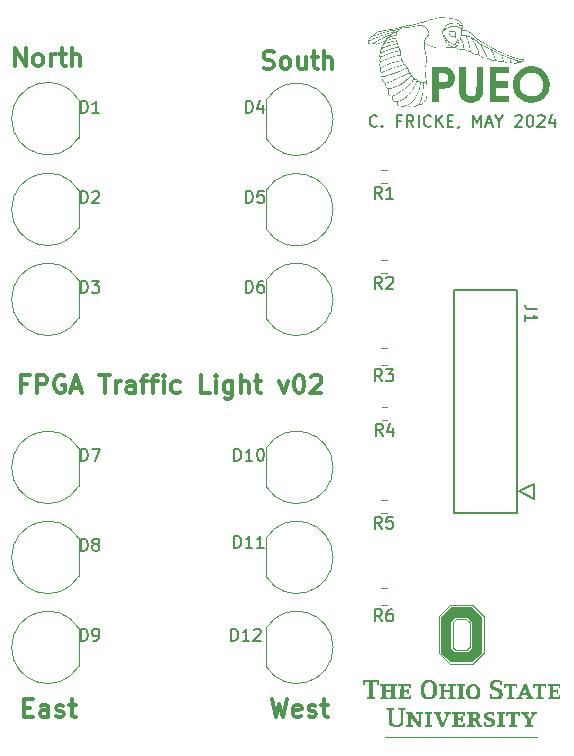
<source format=gto>
%TF.GenerationSoftware,KiCad,Pcbnew,8.0.2*%
%TF.CreationDate,2024-05-24T11:04:59-04:00*%
%TF.ProjectId,Traffic_Light_PCBv02,54726166-6669-4635-9f4c-696768745f50,v02*%
%TF.SameCoordinates,Original*%
%TF.FileFunction,Legend,Top*%
%TF.FilePolarity,Positive*%
%FSLAX46Y46*%
G04 Gerber Fmt 4.6, Leading zero omitted, Abs format (unit mm)*
G04 Created by KiCad (PCBNEW 8.0.2) date 2024-05-24 11:04:59*
%MOMM*%
%LPD*%
G01*
G04 APERTURE LIST*
%ADD10C,0.304800*%
%ADD11C,0.200000*%
%ADD12C,0.150000*%
%ADD13C,0.000000*%
%ADD14C,0.100000*%
%ADD15C,0.120000*%
%ADD16C,0.152400*%
G04 APERTURE END LIST*
D10*
X119181383Y-117871355D02*
X119689383Y-117871355D01*
X119907097Y-118669641D02*
X119181383Y-118669641D01*
X119181383Y-118669641D02*
X119181383Y-117145641D01*
X119181383Y-117145641D02*
X119907097Y-117145641D01*
X121213383Y-118669641D02*
X121213383Y-117871355D01*
X121213383Y-117871355D02*
X121140811Y-117726212D01*
X121140811Y-117726212D02*
X120995668Y-117653641D01*
X120995668Y-117653641D02*
X120705383Y-117653641D01*
X120705383Y-117653641D02*
X120560240Y-117726212D01*
X121213383Y-118597070D02*
X121068240Y-118669641D01*
X121068240Y-118669641D02*
X120705383Y-118669641D01*
X120705383Y-118669641D02*
X120560240Y-118597070D01*
X120560240Y-118597070D02*
X120487668Y-118451927D01*
X120487668Y-118451927D02*
X120487668Y-118306784D01*
X120487668Y-118306784D02*
X120560240Y-118161641D01*
X120560240Y-118161641D02*
X120705383Y-118089070D01*
X120705383Y-118089070D02*
X121068240Y-118089070D01*
X121068240Y-118089070D02*
X121213383Y-118016498D01*
X121866525Y-118597070D02*
X122011668Y-118669641D01*
X122011668Y-118669641D02*
X122301954Y-118669641D01*
X122301954Y-118669641D02*
X122447097Y-118597070D01*
X122447097Y-118597070D02*
X122519668Y-118451927D01*
X122519668Y-118451927D02*
X122519668Y-118379355D01*
X122519668Y-118379355D02*
X122447097Y-118234212D01*
X122447097Y-118234212D02*
X122301954Y-118161641D01*
X122301954Y-118161641D02*
X122084240Y-118161641D01*
X122084240Y-118161641D02*
X121939097Y-118089070D01*
X121939097Y-118089070D02*
X121866525Y-117943927D01*
X121866525Y-117943927D02*
X121866525Y-117871355D01*
X121866525Y-117871355D02*
X121939097Y-117726212D01*
X121939097Y-117726212D02*
X122084240Y-117653641D01*
X122084240Y-117653641D02*
X122301954Y-117653641D01*
X122301954Y-117653641D02*
X122447097Y-117726212D01*
X122955096Y-117653641D02*
X123535668Y-117653641D01*
X123172811Y-117145641D02*
X123172811Y-118451927D01*
X123172811Y-118451927D02*
X123245382Y-118597070D01*
X123245382Y-118597070D02*
X123390525Y-118669641D01*
X123390525Y-118669641D02*
X123535668Y-118669641D01*
D11*
X149023101Y-68605980D02*
X148975482Y-68653600D01*
X148975482Y-68653600D02*
X148832625Y-68701219D01*
X148832625Y-68701219D02*
X148737387Y-68701219D01*
X148737387Y-68701219D02*
X148594530Y-68653600D01*
X148594530Y-68653600D02*
X148499292Y-68558361D01*
X148499292Y-68558361D02*
X148451673Y-68463123D01*
X148451673Y-68463123D02*
X148404054Y-68272647D01*
X148404054Y-68272647D02*
X148404054Y-68129790D01*
X148404054Y-68129790D02*
X148451673Y-67939314D01*
X148451673Y-67939314D02*
X148499292Y-67844076D01*
X148499292Y-67844076D02*
X148594530Y-67748838D01*
X148594530Y-67748838D02*
X148737387Y-67701219D01*
X148737387Y-67701219D02*
X148832625Y-67701219D01*
X148832625Y-67701219D02*
X148975482Y-67748838D01*
X148975482Y-67748838D02*
X149023101Y-67796457D01*
X149451673Y-68605980D02*
X149499292Y-68653600D01*
X149499292Y-68653600D02*
X149451673Y-68701219D01*
X149451673Y-68701219D02*
X149404054Y-68653600D01*
X149404054Y-68653600D02*
X149451673Y-68605980D01*
X149451673Y-68605980D02*
X149451673Y-68701219D01*
X151023101Y-68177409D02*
X150689768Y-68177409D01*
X150689768Y-68701219D02*
X150689768Y-67701219D01*
X150689768Y-67701219D02*
X151165958Y-67701219D01*
X152118339Y-68701219D02*
X151785006Y-68225028D01*
X151546911Y-68701219D02*
X151546911Y-67701219D01*
X151546911Y-67701219D02*
X151927863Y-67701219D01*
X151927863Y-67701219D02*
X152023101Y-67748838D01*
X152023101Y-67748838D02*
X152070720Y-67796457D01*
X152070720Y-67796457D02*
X152118339Y-67891695D01*
X152118339Y-67891695D02*
X152118339Y-68034552D01*
X152118339Y-68034552D02*
X152070720Y-68129790D01*
X152070720Y-68129790D02*
X152023101Y-68177409D01*
X152023101Y-68177409D02*
X151927863Y-68225028D01*
X151927863Y-68225028D02*
X151546911Y-68225028D01*
X152546911Y-68701219D02*
X152546911Y-67701219D01*
X153594529Y-68605980D02*
X153546910Y-68653600D01*
X153546910Y-68653600D02*
X153404053Y-68701219D01*
X153404053Y-68701219D02*
X153308815Y-68701219D01*
X153308815Y-68701219D02*
X153165958Y-68653600D01*
X153165958Y-68653600D02*
X153070720Y-68558361D01*
X153070720Y-68558361D02*
X153023101Y-68463123D01*
X153023101Y-68463123D02*
X152975482Y-68272647D01*
X152975482Y-68272647D02*
X152975482Y-68129790D01*
X152975482Y-68129790D02*
X153023101Y-67939314D01*
X153023101Y-67939314D02*
X153070720Y-67844076D01*
X153070720Y-67844076D02*
X153165958Y-67748838D01*
X153165958Y-67748838D02*
X153308815Y-67701219D01*
X153308815Y-67701219D02*
X153404053Y-67701219D01*
X153404053Y-67701219D02*
X153546910Y-67748838D01*
X153546910Y-67748838D02*
X153594529Y-67796457D01*
X154023101Y-68701219D02*
X154023101Y-67701219D01*
X154594529Y-68701219D02*
X154165958Y-68129790D01*
X154594529Y-67701219D02*
X154023101Y-68272647D01*
X155023101Y-68177409D02*
X155356434Y-68177409D01*
X155499291Y-68701219D02*
X155023101Y-68701219D01*
X155023101Y-68701219D02*
X155023101Y-67701219D01*
X155023101Y-67701219D02*
X155499291Y-67701219D01*
X155975482Y-68653600D02*
X155975482Y-68701219D01*
X155975482Y-68701219D02*
X155927863Y-68796457D01*
X155927863Y-68796457D02*
X155880244Y-68844076D01*
X157165958Y-68701219D02*
X157165958Y-67701219D01*
X157165958Y-67701219D02*
X157499291Y-68415504D01*
X157499291Y-68415504D02*
X157832624Y-67701219D01*
X157832624Y-67701219D02*
X157832624Y-68701219D01*
X158261196Y-68415504D02*
X158737386Y-68415504D01*
X158165958Y-68701219D02*
X158499291Y-67701219D01*
X158499291Y-67701219D02*
X158832624Y-68701219D01*
X159356434Y-68225028D02*
X159356434Y-68701219D01*
X159023101Y-67701219D02*
X159356434Y-68225028D01*
X159356434Y-68225028D02*
X159689767Y-67701219D01*
X160737387Y-67796457D02*
X160785006Y-67748838D01*
X160785006Y-67748838D02*
X160880244Y-67701219D01*
X160880244Y-67701219D02*
X161118339Y-67701219D01*
X161118339Y-67701219D02*
X161213577Y-67748838D01*
X161213577Y-67748838D02*
X161261196Y-67796457D01*
X161261196Y-67796457D02*
X161308815Y-67891695D01*
X161308815Y-67891695D02*
X161308815Y-67986933D01*
X161308815Y-67986933D02*
X161261196Y-68129790D01*
X161261196Y-68129790D02*
X160689768Y-68701219D01*
X160689768Y-68701219D02*
X161308815Y-68701219D01*
X161927863Y-67701219D02*
X162023101Y-67701219D01*
X162023101Y-67701219D02*
X162118339Y-67748838D01*
X162118339Y-67748838D02*
X162165958Y-67796457D01*
X162165958Y-67796457D02*
X162213577Y-67891695D01*
X162213577Y-67891695D02*
X162261196Y-68082171D01*
X162261196Y-68082171D02*
X162261196Y-68320266D01*
X162261196Y-68320266D02*
X162213577Y-68510742D01*
X162213577Y-68510742D02*
X162165958Y-68605980D01*
X162165958Y-68605980D02*
X162118339Y-68653600D01*
X162118339Y-68653600D02*
X162023101Y-68701219D01*
X162023101Y-68701219D02*
X161927863Y-68701219D01*
X161927863Y-68701219D02*
X161832625Y-68653600D01*
X161832625Y-68653600D02*
X161785006Y-68605980D01*
X161785006Y-68605980D02*
X161737387Y-68510742D01*
X161737387Y-68510742D02*
X161689768Y-68320266D01*
X161689768Y-68320266D02*
X161689768Y-68082171D01*
X161689768Y-68082171D02*
X161737387Y-67891695D01*
X161737387Y-67891695D02*
X161785006Y-67796457D01*
X161785006Y-67796457D02*
X161832625Y-67748838D01*
X161832625Y-67748838D02*
X161927863Y-67701219D01*
X162642149Y-67796457D02*
X162689768Y-67748838D01*
X162689768Y-67748838D02*
X162785006Y-67701219D01*
X162785006Y-67701219D02*
X163023101Y-67701219D01*
X163023101Y-67701219D02*
X163118339Y-67748838D01*
X163118339Y-67748838D02*
X163165958Y-67796457D01*
X163165958Y-67796457D02*
X163213577Y-67891695D01*
X163213577Y-67891695D02*
X163213577Y-67986933D01*
X163213577Y-67986933D02*
X163165958Y-68129790D01*
X163165958Y-68129790D02*
X162594530Y-68701219D01*
X162594530Y-68701219D02*
X163213577Y-68701219D01*
X164070720Y-68034552D02*
X164070720Y-68701219D01*
X163832625Y-67653600D02*
X163594530Y-68367885D01*
X163594530Y-68367885D02*
X164213577Y-68367885D01*
D10*
X118419383Y-63551641D02*
X118419383Y-62027641D01*
X118419383Y-62027641D02*
X119290240Y-63551641D01*
X119290240Y-63551641D02*
X119290240Y-62027641D01*
X120233668Y-63551641D02*
X120088525Y-63479070D01*
X120088525Y-63479070D02*
X120015954Y-63406498D01*
X120015954Y-63406498D02*
X119943382Y-63261355D01*
X119943382Y-63261355D02*
X119943382Y-62825927D01*
X119943382Y-62825927D02*
X120015954Y-62680784D01*
X120015954Y-62680784D02*
X120088525Y-62608212D01*
X120088525Y-62608212D02*
X120233668Y-62535641D01*
X120233668Y-62535641D02*
X120451382Y-62535641D01*
X120451382Y-62535641D02*
X120596525Y-62608212D01*
X120596525Y-62608212D02*
X120669097Y-62680784D01*
X120669097Y-62680784D02*
X120741668Y-62825927D01*
X120741668Y-62825927D02*
X120741668Y-63261355D01*
X120741668Y-63261355D02*
X120669097Y-63406498D01*
X120669097Y-63406498D02*
X120596525Y-63479070D01*
X120596525Y-63479070D02*
X120451382Y-63551641D01*
X120451382Y-63551641D02*
X120233668Y-63551641D01*
X121394811Y-63551641D02*
X121394811Y-62535641D01*
X121394811Y-62825927D02*
X121467382Y-62680784D01*
X121467382Y-62680784D02*
X121539954Y-62608212D01*
X121539954Y-62608212D02*
X121685096Y-62535641D01*
X121685096Y-62535641D02*
X121830239Y-62535641D01*
X122120525Y-62535641D02*
X122701097Y-62535641D01*
X122338240Y-62027641D02*
X122338240Y-63333927D01*
X122338240Y-63333927D02*
X122410811Y-63479070D01*
X122410811Y-63479070D02*
X122555954Y-63551641D01*
X122555954Y-63551641D02*
X122701097Y-63551641D01*
X123209097Y-63551641D02*
X123209097Y-62027641D01*
X123862240Y-63551641D02*
X123862240Y-62753355D01*
X123862240Y-62753355D02*
X123789668Y-62608212D01*
X123789668Y-62608212D02*
X123644525Y-62535641D01*
X123644525Y-62535641D02*
X123426811Y-62535641D01*
X123426811Y-62535641D02*
X123281668Y-62608212D01*
X123281668Y-62608212D02*
X123209097Y-62680784D01*
X140118240Y-117145641D02*
X140481097Y-118669641D01*
X140481097Y-118669641D02*
X140771383Y-117581070D01*
X140771383Y-117581070D02*
X141061668Y-118669641D01*
X141061668Y-118669641D02*
X141424526Y-117145641D01*
X142585668Y-118597070D02*
X142440525Y-118669641D01*
X142440525Y-118669641D02*
X142150240Y-118669641D01*
X142150240Y-118669641D02*
X142005097Y-118597070D01*
X142005097Y-118597070D02*
X141932525Y-118451927D01*
X141932525Y-118451927D02*
X141932525Y-117871355D01*
X141932525Y-117871355D02*
X142005097Y-117726212D01*
X142005097Y-117726212D02*
X142150240Y-117653641D01*
X142150240Y-117653641D02*
X142440525Y-117653641D01*
X142440525Y-117653641D02*
X142585668Y-117726212D01*
X142585668Y-117726212D02*
X142658240Y-117871355D01*
X142658240Y-117871355D02*
X142658240Y-118016498D01*
X142658240Y-118016498D02*
X141932525Y-118161641D01*
X143238811Y-118597070D02*
X143383954Y-118669641D01*
X143383954Y-118669641D02*
X143674240Y-118669641D01*
X143674240Y-118669641D02*
X143819383Y-118597070D01*
X143819383Y-118597070D02*
X143891954Y-118451927D01*
X143891954Y-118451927D02*
X143891954Y-118379355D01*
X143891954Y-118379355D02*
X143819383Y-118234212D01*
X143819383Y-118234212D02*
X143674240Y-118161641D01*
X143674240Y-118161641D02*
X143456526Y-118161641D01*
X143456526Y-118161641D02*
X143311383Y-118089070D01*
X143311383Y-118089070D02*
X143238811Y-117943927D01*
X143238811Y-117943927D02*
X143238811Y-117871355D01*
X143238811Y-117871355D02*
X143311383Y-117726212D01*
X143311383Y-117726212D02*
X143456526Y-117653641D01*
X143456526Y-117653641D02*
X143674240Y-117653641D01*
X143674240Y-117653641D02*
X143819383Y-117726212D01*
X144327382Y-117653641D02*
X144907954Y-117653641D01*
X144545097Y-117145641D02*
X144545097Y-118451927D01*
X144545097Y-118451927D02*
X144617668Y-118597070D01*
X144617668Y-118597070D02*
X144762811Y-118669641D01*
X144762811Y-118669641D02*
X144907954Y-118669641D01*
X119435383Y-90439355D02*
X118927383Y-90439355D01*
X118927383Y-91237641D02*
X118927383Y-89713641D01*
X118927383Y-89713641D02*
X119653097Y-89713641D01*
X120233669Y-91237641D02*
X120233669Y-89713641D01*
X120233669Y-89713641D02*
X120814240Y-89713641D01*
X120814240Y-89713641D02*
X120959383Y-89786212D01*
X120959383Y-89786212D02*
X121031954Y-89858784D01*
X121031954Y-89858784D02*
X121104526Y-90003927D01*
X121104526Y-90003927D02*
X121104526Y-90221641D01*
X121104526Y-90221641D02*
X121031954Y-90366784D01*
X121031954Y-90366784D02*
X120959383Y-90439355D01*
X120959383Y-90439355D02*
X120814240Y-90511927D01*
X120814240Y-90511927D02*
X120233669Y-90511927D01*
X122555954Y-89786212D02*
X122410812Y-89713641D01*
X122410812Y-89713641D02*
X122193097Y-89713641D01*
X122193097Y-89713641D02*
X121975383Y-89786212D01*
X121975383Y-89786212D02*
X121830240Y-89931355D01*
X121830240Y-89931355D02*
X121757669Y-90076498D01*
X121757669Y-90076498D02*
X121685097Y-90366784D01*
X121685097Y-90366784D02*
X121685097Y-90584498D01*
X121685097Y-90584498D02*
X121757669Y-90874784D01*
X121757669Y-90874784D02*
X121830240Y-91019927D01*
X121830240Y-91019927D02*
X121975383Y-91165070D01*
X121975383Y-91165070D02*
X122193097Y-91237641D01*
X122193097Y-91237641D02*
X122338240Y-91237641D01*
X122338240Y-91237641D02*
X122555954Y-91165070D01*
X122555954Y-91165070D02*
X122628526Y-91092498D01*
X122628526Y-91092498D02*
X122628526Y-90584498D01*
X122628526Y-90584498D02*
X122338240Y-90584498D01*
X123209097Y-90802212D02*
X123934812Y-90802212D01*
X123063954Y-91237641D02*
X123571954Y-89713641D01*
X123571954Y-89713641D02*
X124079954Y-91237641D01*
X125531383Y-89713641D02*
X126402241Y-89713641D01*
X125966812Y-91237641D02*
X125966812Y-89713641D01*
X126910241Y-91237641D02*
X126910241Y-90221641D01*
X126910241Y-90511927D02*
X126982812Y-90366784D01*
X126982812Y-90366784D02*
X127055384Y-90294212D01*
X127055384Y-90294212D02*
X127200526Y-90221641D01*
X127200526Y-90221641D02*
X127345669Y-90221641D01*
X128506813Y-91237641D02*
X128506813Y-90439355D01*
X128506813Y-90439355D02*
X128434241Y-90294212D01*
X128434241Y-90294212D02*
X128289098Y-90221641D01*
X128289098Y-90221641D02*
X127998813Y-90221641D01*
X127998813Y-90221641D02*
X127853670Y-90294212D01*
X128506813Y-91165070D02*
X128361670Y-91237641D01*
X128361670Y-91237641D02*
X127998813Y-91237641D01*
X127998813Y-91237641D02*
X127853670Y-91165070D01*
X127853670Y-91165070D02*
X127781098Y-91019927D01*
X127781098Y-91019927D02*
X127781098Y-90874784D01*
X127781098Y-90874784D02*
X127853670Y-90729641D01*
X127853670Y-90729641D02*
X127998813Y-90657070D01*
X127998813Y-90657070D02*
X128361670Y-90657070D01*
X128361670Y-90657070D02*
X128506813Y-90584498D01*
X129014812Y-90221641D02*
X129595384Y-90221641D01*
X129232527Y-91237641D02*
X129232527Y-89931355D01*
X129232527Y-89931355D02*
X129305098Y-89786212D01*
X129305098Y-89786212D02*
X129450241Y-89713641D01*
X129450241Y-89713641D02*
X129595384Y-89713641D01*
X129885669Y-90221641D02*
X130466241Y-90221641D01*
X130103384Y-91237641D02*
X130103384Y-89931355D01*
X130103384Y-89931355D02*
X130175955Y-89786212D01*
X130175955Y-89786212D02*
X130321098Y-89713641D01*
X130321098Y-89713641D02*
X130466241Y-89713641D01*
X130974241Y-91237641D02*
X130974241Y-90221641D01*
X130974241Y-89713641D02*
X130901669Y-89786212D01*
X130901669Y-89786212D02*
X130974241Y-89858784D01*
X130974241Y-89858784D02*
X131046812Y-89786212D01*
X131046812Y-89786212D02*
X130974241Y-89713641D01*
X130974241Y-89713641D02*
X130974241Y-89858784D01*
X132353098Y-91165070D02*
X132207955Y-91237641D01*
X132207955Y-91237641D02*
X131917669Y-91237641D01*
X131917669Y-91237641D02*
X131772526Y-91165070D01*
X131772526Y-91165070D02*
X131699955Y-91092498D01*
X131699955Y-91092498D02*
X131627383Y-90947355D01*
X131627383Y-90947355D02*
X131627383Y-90511927D01*
X131627383Y-90511927D02*
X131699955Y-90366784D01*
X131699955Y-90366784D02*
X131772526Y-90294212D01*
X131772526Y-90294212D02*
X131917669Y-90221641D01*
X131917669Y-90221641D02*
X132207955Y-90221641D01*
X132207955Y-90221641D02*
X132353098Y-90294212D01*
X134893098Y-91237641D02*
X134167384Y-91237641D01*
X134167384Y-91237641D02*
X134167384Y-89713641D01*
X135401098Y-91237641D02*
X135401098Y-90221641D01*
X135401098Y-89713641D02*
X135328526Y-89786212D01*
X135328526Y-89786212D02*
X135401098Y-89858784D01*
X135401098Y-89858784D02*
X135473669Y-89786212D01*
X135473669Y-89786212D02*
X135401098Y-89713641D01*
X135401098Y-89713641D02*
X135401098Y-89858784D01*
X136779955Y-90221641D02*
X136779955Y-91455355D01*
X136779955Y-91455355D02*
X136707383Y-91600498D01*
X136707383Y-91600498D02*
X136634812Y-91673070D01*
X136634812Y-91673070D02*
X136489669Y-91745641D01*
X136489669Y-91745641D02*
X136271955Y-91745641D01*
X136271955Y-91745641D02*
X136126812Y-91673070D01*
X136779955Y-91165070D02*
X136634812Y-91237641D01*
X136634812Y-91237641D02*
X136344526Y-91237641D01*
X136344526Y-91237641D02*
X136199383Y-91165070D01*
X136199383Y-91165070D02*
X136126812Y-91092498D01*
X136126812Y-91092498D02*
X136054240Y-90947355D01*
X136054240Y-90947355D02*
X136054240Y-90511927D01*
X136054240Y-90511927D02*
X136126812Y-90366784D01*
X136126812Y-90366784D02*
X136199383Y-90294212D01*
X136199383Y-90294212D02*
X136344526Y-90221641D01*
X136344526Y-90221641D02*
X136634812Y-90221641D01*
X136634812Y-90221641D02*
X136779955Y-90294212D01*
X137505669Y-91237641D02*
X137505669Y-89713641D01*
X138158812Y-91237641D02*
X138158812Y-90439355D01*
X138158812Y-90439355D02*
X138086240Y-90294212D01*
X138086240Y-90294212D02*
X137941097Y-90221641D01*
X137941097Y-90221641D02*
X137723383Y-90221641D01*
X137723383Y-90221641D02*
X137578240Y-90294212D01*
X137578240Y-90294212D02*
X137505669Y-90366784D01*
X138666811Y-90221641D02*
X139247383Y-90221641D01*
X138884526Y-89713641D02*
X138884526Y-91019927D01*
X138884526Y-91019927D02*
X138957097Y-91165070D01*
X138957097Y-91165070D02*
X139102240Y-91237641D01*
X139102240Y-91237641D02*
X139247383Y-91237641D01*
X140771383Y-90221641D02*
X141134240Y-91237641D01*
X141134240Y-91237641D02*
X141497097Y-90221641D01*
X142367954Y-89713641D02*
X142513097Y-89713641D01*
X142513097Y-89713641D02*
X142658240Y-89786212D01*
X142658240Y-89786212D02*
X142730812Y-89858784D01*
X142730812Y-89858784D02*
X142803383Y-90003927D01*
X142803383Y-90003927D02*
X142875954Y-90294212D01*
X142875954Y-90294212D02*
X142875954Y-90657070D01*
X142875954Y-90657070D02*
X142803383Y-90947355D01*
X142803383Y-90947355D02*
X142730812Y-91092498D01*
X142730812Y-91092498D02*
X142658240Y-91165070D01*
X142658240Y-91165070D02*
X142513097Y-91237641D01*
X142513097Y-91237641D02*
X142367954Y-91237641D01*
X142367954Y-91237641D02*
X142222812Y-91165070D01*
X142222812Y-91165070D02*
X142150240Y-91092498D01*
X142150240Y-91092498D02*
X142077669Y-90947355D01*
X142077669Y-90947355D02*
X142005097Y-90657070D01*
X142005097Y-90657070D02*
X142005097Y-90294212D01*
X142005097Y-90294212D02*
X142077669Y-90003927D01*
X142077669Y-90003927D02*
X142150240Y-89858784D01*
X142150240Y-89858784D02*
X142222812Y-89786212D01*
X142222812Y-89786212D02*
X142367954Y-89713641D01*
X143456526Y-89858784D02*
X143529098Y-89786212D01*
X143529098Y-89786212D02*
X143674241Y-89713641D01*
X143674241Y-89713641D02*
X144037098Y-89713641D01*
X144037098Y-89713641D02*
X144182241Y-89786212D01*
X144182241Y-89786212D02*
X144254812Y-89858784D01*
X144254812Y-89858784D02*
X144327383Y-90003927D01*
X144327383Y-90003927D02*
X144327383Y-90149070D01*
X144327383Y-90149070D02*
X144254812Y-90366784D01*
X144254812Y-90366784D02*
X143383955Y-91237641D01*
X143383955Y-91237641D02*
X144327383Y-91237641D01*
X139428811Y-63733070D02*
X139646526Y-63805641D01*
X139646526Y-63805641D02*
X140009383Y-63805641D01*
X140009383Y-63805641D02*
X140154526Y-63733070D01*
X140154526Y-63733070D02*
X140227097Y-63660498D01*
X140227097Y-63660498D02*
X140299668Y-63515355D01*
X140299668Y-63515355D02*
X140299668Y-63370212D01*
X140299668Y-63370212D02*
X140227097Y-63225070D01*
X140227097Y-63225070D02*
X140154526Y-63152498D01*
X140154526Y-63152498D02*
X140009383Y-63079927D01*
X140009383Y-63079927D02*
X139719097Y-63007355D01*
X139719097Y-63007355D02*
X139573954Y-62934784D01*
X139573954Y-62934784D02*
X139501383Y-62862212D01*
X139501383Y-62862212D02*
X139428811Y-62717070D01*
X139428811Y-62717070D02*
X139428811Y-62571927D01*
X139428811Y-62571927D02*
X139501383Y-62426784D01*
X139501383Y-62426784D02*
X139573954Y-62354212D01*
X139573954Y-62354212D02*
X139719097Y-62281641D01*
X139719097Y-62281641D02*
X140081954Y-62281641D01*
X140081954Y-62281641D02*
X140299668Y-62354212D01*
X141170526Y-63805641D02*
X141025383Y-63733070D01*
X141025383Y-63733070D02*
X140952812Y-63660498D01*
X140952812Y-63660498D02*
X140880240Y-63515355D01*
X140880240Y-63515355D02*
X140880240Y-63079927D01*
X140880240Y-63079927D02*
X140952812Y-62934784D01*
X140952812Y-62934784D02*
X141025383Y-62862212D01*
X141025383Y-62862212D02*
X141170526Y-62789641D01*
X141170526Y-62789641D02*
X141388240Y-62789641D01*
X141388240Y-62789641D02*
X141533383Y-62862212D01*
X141533383Y-62862212D02*
X141605955Y-62934784D01*
X141605955Y-62934784D02*
X141678526Y-63079927D01*
X141678526Y-63079927D02*
X141678526Y-63515355D01*
X141678526Y-63515355D02*
X141605955Y-63660498D01*
X141605955Y-63660498D02*
X141533383Y-63733070D01*
X141533383Y-63733070D02*
X141388240Y-63805641D01*
X141388240Y-63805641D02*
X141170526Y-63805641D01*
X142984812Y-62789641D02*
X142984812Y-63805641D01*
X142331669Y-62789641D02*
X142331669Y-63587927D01*
X142331669Y-63587927D02*
X142404240Y-63733070D01*
X142404240Y-63733070D02*
X142549383Y-63805641D01*
X142549383Y-63805641D02*
X142767097Y-63805641D01*
X142767097Y-63805641D02*
X142912240Y-63733070D01*
X142912240Y-63733070D02*
X142984812Y-63660498D01*
X143492811Y-62789641D02*
X144073383Y-62789641D01*
X143710526Y-62281641D02*
X143710526Y-63587927D01*
X143710526Y-63587927D02*
X143783097Y-63733070D01*
X143783097Y-63733070D02*
X143928240Y-63805641D01*
X143928240Y-63805641D02*
X144073383Y-63805641D01*
X144581383Y-63805641D02*
X144581383Y-62281641D01*
X145234526Y-63805641D02*
X145234526Y-63007355D01*
X145234526Y-63007355D02*
X145161954Y-62862212D01*
X145161954Y-62862212D02*
X145016811Y-62789641D01*
X145016811Y-62789641D02*
X144799097Y-62789641D01*
X144799097Y-62789641D02*
X144653954Y-62862212D01*
X144653954Y-62862212D02*
X144581383Y-62934784D01*
D12*
X123975905Y-82750819D02*
X123975905Y-81750819D01*
X123975905Y-81750819D02*
X124214000Y-81750819D01*
X124214000Y-81750819D02*
X124356857Y-81798438D01*
X124356857Y-81798438D02*
X124452095Y-81893676D01*
X124452095Y-81893676D02*
X124499714Y-81988914D01*
X124499714Y-81988914D02*
X124547333Y-82179390D01*
X124547333Y-82179390D02*
X124547333Y-82322247D01*
X124547333Y-82322247D02*
X124499714Y-82512723D01*
X124499714Y-82512723D02*
X124452095Y-82607961D01*
X124452095Y-82607961D02*
X124356857Y-82703200D01*
X124356857Y-82703200D02*
X124214000Y-82750819D01*
X124214000Y-82750819D02*
X123975905Y-82750819D01*
X124880667Y-81750819D02*
X125499714Y-81750819D01*
X125499714Y-81750819D02*
X125166381Y-82131771D01*
X125166381Y-82131771D02*
X125309238Y-82131771D01*
X125309238Y-82131771D02*
X125404476Y-82179390D01*
X125404476Y-82179390D02*
X125452095Y-82227009D01*
X125452095Y-82227009D02*
X125499714Y-82322247D01*
X125499714Y-82322247D02*
X125499714Y-82560342D01*
X125499714Y-82560342D02*
X125452095Y-82655580D01*
X125452095Y-82655580D02*
X125404476Y-82703200D01*
X125404476Y-82703200D02*
X125309238Y-82750819D01*
X125309238Y-82750819D02*
X125023524Y-82750819D01*
X125023524Y-82750819D02*
X124928286Y-82703200D01*
X124928286Y-82703200D02*
X124880667Y-82655580D01*
X149439333Y-82402819D02*
X149106000Y-81926628D01*
X148867905Y-82402819D02*
X148867905Y-81402819D01*
X148867905Y-81402819D02*
X149248857Y-81402819D01*
X149248857Y-81402819D02*
X149344095Y-81450438D01*
X149344095Y-81450438D02*
X149391714Y-81498057D01*
X149391714Y-81498057D02*
X149439333Y-81593295D01*
X149439333Y-81593295D02*
X149439333Y-81736152D01*
X149439333Y-81736152D02*
X149391714Y-81831390D01*
X149391714Y-81831390D02*
X149344095Y-81879009D01*
X149344095Y-81879009D02*
X149248857Y-81926628D01*
X149248857Y-81926628D02*
X148867905Y-81926628D01*
X149820286Y-81498057D02*
X149867905Y-81450438D01*
X149867905Y-81450438D02*
X149963143Y-81402819D01*
X149963143Y-81402819D02*
X150201238Y-81402819D01*
X150201238Y-81402819D02*
X150296476Y-81450438D01*
X150296476Y-81450438D02*
X150344095Y-81498057D01*
X150344095Y-81498057D02*
X150391714Y-81593295D01*
X150391714Y-81593295D02*
X150391714Y-81688533D01*
X150391714Y-81688533D02*
X150344095Y-81831390D01*
X150344095Y-81831390D02*
X149772667Y-82402819D01*
X149772667Y-82402819D02*
X150391714Y-82402819D01*
X137945905Y-75130819D02*
X137945905Y-74130819D01*
X137945905Y-74130819D02*
X138184000Y-74130819D01*
X138184000Y-74130819D02*
X138326857Y-74178438D01*
X138326857Y-74178438D02*
X138422095Y-74273676D01*
X138422095Y-74273676D02*
X138469714Y-74368914D01*
X138469714Y-74368914D02*
X138517333Y-74559390D01*
X138517333Y-74559390D02*
X138517333Y-74702247D01*
X138517333Y-74702247D02*
X138469714Y-74892723D01*
X138469714Y-74892723D02*
X138422095Y-74987961D01*
X138422095Y-74987961D02*
X138326857Y-75083200D01*
X138326857Y-75083200D02*
X138184000Y-75130819D01*
X138184000Y-75130819D02*
X137945905Y-75130819D01*
X139422095Y-74130819D02*
X138945905Y-74130819D01*
X138945905Y-74130819D02*
X138898286Y-74607009D01*
X138898286Y-74607009D02*
X138945905Y-74559390D01*
X138945905Y-74559390D02*
X139041143Y-74511771D01*
X139041143Y-74511771D02*
X139279238Y-74511771D01*
X139279238Y-74511771D02*
X139374476Y-74559390D01*
X139374476Y-74559390D02*
X139422095Y-74607009D01*
X139422095Y-74607009D02*
X139469714Y-74702247D01*
X139469714Y-74702247D02*
X139469714Y-74940342D01*
X139469714Y-74940342D02*
X139422095Y-75035580D01*
X139422095Y-75035580D02*
X139374476Y-75083200D01*
X139374476Y-75083200D02*
X139279238Y-75130819D01*
X139279238Y-75130819D02*
X139041143Y-75130819D01*
X139041143Y-75130819D02*
X138945905Y-75083200D01*
X138945905Y-75083200D02*
X138898286Y-75035580D01*
X137945905Y-82750819D02*
X137945905Y-81750819D01*
X137945905Y-81750819D02*
X138184000Y-81750819D01*
X138184000Y-81750819D02*
X138326857Y-81798438D01*
X138326857Y-81798438D02*
X138422095Y-81893676D01*
X138422095Y-81893676D02*
X138469714Y-81988914D01*
X138469714Y-81988914D02*
X138517333Y-82179390D01*
X138517333Y-82179390D02*
X138517333Y-82322247D01*
X138517333Y-82322247D02*
X138469714Y-82512723D01*
X138469714Y-82512723D02*
X138422095Y-82607961D01*
X138422095Y-82607961D02*
X138326857Y-82703200D01*
X138326857Y-82703200D02*
X138184000Y-82750819D01*
X138184000Y-82750819D02*
X137945905Y-82750819D01*
X139374476Y-81750819D02*
X139184000Y-81750819D01*
X139184000Y-81750819D02*
X139088762Y-81798438D01*
X139088762Y-81798438D02*
X139041143Y-81846057D01*
X139041143Y-81846057D02*
X138945905Y-81988914D01*
X138945905Y-81988914D02*
X138898286Y-82179390D01*
X138898286Y-82179390D02*
X138898286Y-82560342D01*
X138898286Y-82560342D02*
X138945905Y-82655580D01*
X138945905Y-82655580D02*
X138993524Y-82703200D01*
X138993524Y-82703200D02*
X139088762Y-82750819D01*
X139088762Y-82750819D02*
X139279238Y-82750819D01*
X139279238Y-82750819D02*
X139374476Y-82703200D01*
X139374476Y-82703200D02*
X139422095Y-82655580D01*
X139422095Y-82655580D02*
X139469714Y-82560342D01*
X139469714Y-82560342D02*
X139469714Y-82322247D01*
X139469714Y-82322247D02*
X139422095Y-82227009D01*
X139422095Y-82227009D02*
X139374476Y-82179390D01*
X139374476Y-82179390D02*
X139279238Y-82131771D01*
X139279238Y-82131771D02*
X139088762Y-82131771D01*
X139088762Y-82131771D02*
X138993524Y-82179390D01*
X138993524Y-82179390D02*
X138945905Y-82227009D01*
X138945905Y-82227009D02*
X138898286Y-82322247D01*
X136961714Y-96974819D02*
X136961714Y-95974819D01*
X136961714Y-95974819D02*
X137199809Y-95974819D01*
X137199809Y-95974819D02*
X137342666Y-96022438D01*
X137342666Y-96022438D02*
X137437904Y-96117676D01*
X137437904Y-96117676D02*
X137485523Y-96212914D01*
X137485523Y-96212914D02*
X137533142Y-96403390D01*
X137533142Y-96403390D02*
X137533142Y-96546247D01*
X137533142Y-96546247D02*
X137485523Y-96736723D01*
X137485523Y-96736723D02*
X137437904Y-96831961D01*
X137437904Y-96831961D02*
X137342666Y-96927200D01*
X137342666Y-96927200D02*
X137199809Y-96974819D01*
X137199809Y-96974819D02*
X136961714Y-96974819D01*
X138485523Y-96974819D02*
X137914095Y-96974819D01*
X138199809Y-96974819D02*
X138199809Y-95974819D01*
X138199809Y-95974819D02*
X138104571Y-96117676D01*
X138104571Y-96117676D02*
X138009333Y-96212914D01*
X138009333Y-96212914D02*
X137914095Y-96260533D01*
X139104571Y-95974819D02*
X139199809Y-95974819D01*
X139199809Y-95974819D02*
X139295047Y-96022438D01*
X139295047Y-96022438D02*
X139342666Y-96070057D01*
X139342666Y-96070057D02*
X139390285Y-96165295D01*
X139390285Y-96165295D02*
X139437904Y-96355771D01*
X139437904Y-96355771D02*
X139437904Y-96593866D01*
X139437904Y-96593866D02*
X139390285Y-96784342D01*
X139390285Y-96784342D02*
X139342666Y-96879580D01*
X139342666Y-96879580D02*
X139295047Y-96927200D01*
X139295047Y-96927200D02*
X139199809Y-96974819D01*
X139199809Y-96974819D02*
X139104571Y-96974819D01*
X139104571Y-96974819D02*
X139009333Y-96927200D01*
X139009333Y-96927200D02*
X138961714Y-96879580D01*
X138961714Y-96879580D02*
X138914095Y-96784342D01*
X138914095Y-96784342D02*
X138866476Y-96593866D01*
X138866476Y-96593866D02*
X138866476Y-96355771D01*
X138866476Y-96355771D02*
X138914095Y-96165295D01*
X138914095Y-96165295D02*
X138961714Y-96070057D01*
X138961714Y-96070057D02*
X139009333Y-96022438D01*
X139009333Y-96022438D02*
X139104571Y-95974819D01*
X137971590Y-67510819D02*
X137971590Y-66510819D01*
X137971590Y-66510819D02*
X138201400Y-66510819D01*
X138201400Y-66510819D02*
X138339285Y-66558438D01*
X138339285Y-66558438D02*
X138431209Y-66653676D01*
X138431209Y-66653676D02*
X138477171Y-66748914D01*
X138477171Y-66748914D02*
X138523133Y-66939390D01*
X138523133Y-66939390D02*
X138523133Y-67082247D01*
X138523133Y-67082247D02*
X138477171Y-67272723D01*
X138477171Y-67272723D02*
X138431209Y-67367961D01*
X138431209Y-67367961D02*
X138339285Y-67463200D01*
X138339285Y-67463200D02*
X138201400Y-67510819D01*
X138201400Y-67510819D02*
X137971590Y-67510819D01*
X139350447Y-66844152D02*
X139350447Y-67510819D01*
X139120638Y-66463200D02*
X138890828Y-67177485D01*
X138890828Y-67177485D02*
X139488333Y-67177485D01*
X149439333Y-90242819D02*
X149106000Y-89766628D01*
X148867905Y-90242819D02*
X148867905Y-89242819D01*
X148867905Y-89242819D02*
X149248857Y-89242819D01*
X149248857Y-89242819D02*
X149344095Y-89290438D01*
X149344095Y-89290438D02*
X149391714Y-89338057D01*
X149391714Y-89338057D02*
X149439333Y-89433295D01*
X149439333Y-89433295D02*
X149439333Y-89576152D01*
X149439333Y-89576152D02*
X149391714Y-89671390D01*
X149391714Y-89671390D02*
X149344095Y-89719009D01*
X149344095Y-89719009D02*
X149248857Y-89766628D01*
X149248857Y-89766628D02*
X148867905Y-89766628D01*
X149772667Y-89242819D02*
X150391714Y-89242819D01*
X150391714Y-89242819D02*
X150058381Y-89623771D01*
X150058381Y-89623771D02*
X150201238Y-89623771D01*
X150201238Y-89623771D02*
X150296476Y-89671390D01*
X150296476Y-89671390D02*
X150344095Y-89719009D01*
X150344095Y-89719009D02*
X150391714Y-89814247D01*
X150391714Y-89814247D02*
X150391714Y-90052342D01*
X150391714Y-90052342D02*
X150344095Y-90147580D01*
X150344095Y-90147580D02*
X150296476Y-90195200D01*
X150296476Y-90195200D02*
X150201238Y-90242819D01*
X150201238Y-90242819D02*
X149915524Y-90242819D01*
X149915524Y-90242819D02*
X149820286Y-90195200D01*
X149820286Y-90195200D02*
X149772667Y-90147580D01*
X149439333Y-110562819D02*
X149106000Y-110086628D01*
X148867905Y-110562819D02*
X148867905Y-109562819D01*
X148867905Y-109562819D02*
X149248857Y-109562819D01*
X149248857Y-109562819D02*
X149344095Y-109610438D01*
X149344095Y-109610438D02*
X149391714Y-109658057D01*
X149391714Y-109658057D02*
X149439333Y-109753295D01*
X149439333Y-109753295D02*
X149439333Y-109896152D01*
X149439333Y-109896152D02*
X149391714Y-109991390D01*
X149391714Y-109991390D02*
X149344095Y-110039009D01*
X149344095Y-110039009D02*
X149248857Y-110086628D01*
X149248857Y-110086628D02*
X148867905Y-110086628D01*
X150296476Y-109562819D02*
X150106000Y-109562819D01*
X150106000Y-109562819D02*
X150010762Y-109610438D01*
X150010762Y-109610438D02*
X149963143Y-109658057D01*
X149963143Y-109658057D02*
X149867905Y-109800914D01*
X149867905Y-109800914D02*
X149820286Y-109991390D01*
X149820286Y-109991390D02*
X149820286Y-110372342D01*
X149820286Y-110372342D02*
X149867905Y-110467580D01*
X149867905Y-110467580D02*
X149915524Y-110515200D01*
X149915524Y-110515200D02*
X150010762Y-110562819D01*
X150010762Y-110562819D02*
X150201238Y-110562819D01*
X150201238Y-110562819D02*
X150296476Y-110515200D01*
X150296476Y-110515200D02*
X150344095Y-110467580D01*
X150344095Y-110467580D02*
X150391714Y-110372342D01*
X150391714Y-110372342D02*
X150391714Y-110134247D01*
X150391714Y-110134247D02*
X150344095Y-110039009D01*
X150344095Y-110039009D02*
X150296476Y-109991390D01*
X150296476Y-109991390D02*
X150201238Y-109943771D01*
X150201238Y-109943771D02*
X150010762Y-109943771D01*
X150010762Y-109943771D02*
X149915524Y-109991390D01*
X149915524Y-109991390D02*
X149867905Y-110039009D01*
X149867905Y-110039009D02*
X149820286Y-110134247D01*
X123975905Y-75160819D02*
X123975905Y-74160819D01*
X123975905Y-74160819D02*
X124214000Y-74160819D01*
X124214000Y-74160819D02*
X124356857Y-74208438D01*
X124356857Y-74208438D02*
X124452095Y-74303676D01*
X124452095Y-74303676D02*
X124499714Y-74398914D01*
X124499714Y-74398914D02*
X124547333Y-74589390D01*
X124547333Y-74589390D02*
X124547333Y-74732247D01*
X124547333Y-74732247D02*
X124499714Y-74922723D01*
X124499714Y-74922723D02*
X124452095Y-75017961D01*
X124452095Y-75017961D02*
X124356857Y-75113200D01*
X124356857Y-75113200D02*
X124214000Y-75160819D01*
X124214000Y-75160819D02*
X123975905Y-75160819D01*
X124928286Y-74256057D02*
X124975905Y-74208438D01*
X124975905Y-74208438D02*
X125071143Y-74160819D01*
X125071143Y-74160819D02*
X125309238Y-74160819D01*
X125309238Y-74160819D02*
X125404476Y-74208438D01*
X125404476Y-74208438D02*
X125452095Y-74256057D01*
X125452095Y-74256057D02*
X125499714Y-74351295D01*
X125499714Y-74351295D02*
X125499714Y-74446533D01*
X125499714Y-74446533D02*
X125452095Y-74589390D01*
X125452095Y-74589390D02*
X124880667Y-75160819D01*
X124880667Y-75160819D02*
X125499714Y-75160819D01*
X149502333Y-94848819D02*
X149169000Y-94372628D01*
X148930905Y-94848819D02*
X148930905Y-93848819D01*
X148930905Y-93848819D02*
X149311857Y-93848819D01*
X149311857Y-93848819D02*
X149407095Y-93896438D01*
X149407095Y-93896438D02*
X149454714Y-93944057D01*
X149454714Y-93944057D02*
X149502333Y-94039295D01*
X149502333Y-94039295D02*
X149502333Y-94182152D01*
X149502333Y-94182152D02*
X149454714Y-94277390D01*
X149454714Y-94277390D02*
X149407095Y-94325009D01*
X149407095Y-94325009D02*
X149311857Y-94372628D01*
X149311857Y-94372628D02*
X148930905Y-94372628D01*
X150359476Y-94182152D02*
X150359476Y-94848819D01*
X150121381Y-93801200D02*
X149883286Y-94515485D01*
X149883286Y-94515485D02*
X150502333Y-94515485D01*
X123975905Y-112214819D02*
X123975905Y-111214819D01*
X123975905Y-111214819D02*
X124214000Y-111214819D01*
X124214000Y-111214819D02*
X124356857Y-111262438D01*
X124356857Y-111262438D02*
X124452095Y-111357676D01*
X124452095Y-111357676D02*
X124499714Y-111452914D01*
X124499714Y-111452914D02*
X124547333Y-111643390D01*
X124547333Y-111643390D02*
X124547333Y-111786247D01*
X124547333Y-111786247D02*
X124499714Y-111976723D01*
X124499714Y-111976723D02*
X124452095Y-112071961D01*
X124452095Y-112071961D02*
X124356857Y-112167200D01*
X124356857Y-112167200D02*
X124214000Y-112214819D01*
X124214000Y-112214819D02*
X123975905Y-112214819D01*
X125023524Y-112214819D02*
X125214000Y-112214819D01*
X125214000Y-112214819D02*
X125309238Y-112167200D01*
X125309238Y-112167200D02*
X125356857Y-112119580D01*
X125356857Y-112119580D02*
X125452095Y-111976723D01*
X125452095Y-111976723D02*
X125499714Y-111786247D01*
X125499714Y-111786247D02*
X125499714Y-111405295D01*
X125499714Y-111405295D02*
X125452095Y-111310057D01*
X125452095Y-111310057D02*
X125404476Y-111262438D01*
X125404476Y-111262438D02*
X125309238Y-111214819D01*
X125309238Y-111214819D02*
X125118762Y-111214819D01*
X125118762Y-111214819D02*
X125023524Y-111262438D01*
X125023524Y-111262438D02*
X124975905Y-111310057D01*
X124975905Y-111310057D02*
X124928286Y-111405295D01*
X124928286Y-111405295D02*
X124928286Y-111643390D01*
X124928286Y-111643390D02*
X124975905Y-111738628D01*
X124975905Y-111738628D02*
X125023524Y-111786247D01*
X125023524Y-111786247D02*
X125118762Y-111833866D01*
X125118762Y-111833866D02*
X125309238Y-111833866D01*
X125309238Y-111833866D02*
X125404476Y-111786247D01*
X125404476Y-111786247D02*
X125452095Y-111738628D01*
X125452095Y-111738628D02*
X125499714Y-111643390D01*
X136707714Y-112214819D02*
X136707714Y-111214819D01*
X136707714Y-111214819D02*
X136945809Y-111214819D01*
X136945809Y-111214819D02*
X137088666Y-111262438D01*
X137088666Y-111262438D02*
X137183904Y-111357676D01*
X137183904Y-111357676D02*
X137231523Y-111452914D01*
X137231523Y-111452914D02*
X137279142Y-111643390D01*
X137279142Y-111643390D02*
X137279142Y-111786247D01*
X137279142Y-111786247D02*
X137231523Y-111976723D01*
X137231523Y-111976723D02*
X137183904Y-112071961D01*
X137183904Y-112071961D02*
X137088666Y-112167200D01*
X137088666Y-112167200D02*
X136945809Y-112214819D01*
X136945809Y-112214819D02*
X136707714Y-112214819D01*
X138231523Y-112214819D02*
X137660095Y-112214819D01*
X137945809Y-112214819D02*
X137945809Y-111214819D01*
X137945809Y-111214819D02*
X137850571Y-111357676D01*
X137850571Y-111357676D02*
X137755333Y-111452914D01*
X137755333Y-111452914D02*
X137660095Y-111500533D01*
X138612476Y-111310057D02*
X138660095Y-111262438D01*
X138660095Y-111262438D02*
X138755333Y-111214819D01*
X138755333Y-111214819D02*
X138993428Y-111214819D01*
X138993428Y-111214819D02*
X139088666Y-111262438D01*
X139088666Y-111262438D02*
X139136285Y-111310057D01*
X139136285Y-111310057D02*
X139183904Y-111405295D01*
X139183904Y-111405295D02*
X139183904Y-111500533D01*
X139183904Y-111500533D02*
X139136285Y-111643390D01*
X139136285Y-111643390D02*
X138564857Y-112214819D01*
X138564857Y-112214819D02*
X139183904Y-112214819D01*
X136961714Y-104340819D02*
X136961714Y-103340819D01*
X136961714Y-103340819D02*
X137199809Y-103340819D01*
X137199809Y-103340819D02*
X137342666Y-103388438D01*
X137342666Y-103388438D02*
X137437904Y-103483676D01*
X137437904Y-103483676D02*
X137485523Y-103578914D01*
X137485523Y-103578914D02*
X137533142Y-103769390D01*
X137533142Y-103769390D02*
X137533142Y-103912247D01*
X137533142Y-103912247D02*
X137485523Y-104102723D01*
X137485523Y-104102723D02*
X137437904Y-104197961D01*
X137437904Y-104197961D02*
X137342666Y-104293200D01*
X137342666Y-104293200D02*
X137199809Y-104340819D01*
X137199809Y-104340819D02*
X136961714Y-104340819D01*
X138485523Y-104340819D02*
X137914095Y-104340819D01*
X138199809Y-104340819D02*
X138199809Y-103340819D01*
X138199809Y-103340819D02*
X138104571Y-103483676D01*
X138104571Y-103483676D02*
X138009333Y-103578914D01*
X138009333Y-103578914D02*
X137914095Y-103626533D01*
X139437904Y-104340819D02*
X138866476Y-104340819D01*
X139152190Y-104340819D02*
X139152190Y-103340819D01*
X139152190Y-103340819D02*
X139056952Y-103483676D01*
X139056952Y-103483676D02*
X138961714Y-103578914D01*
X138961714Y-103578914D02*
X138866476Y-103626533D01*
X123975905Y-67510819D02*
X123975905Y-66510819D01*
X123975905Y-66510819D02*
X124214000Y-66510819D01*
X124214000Y-66510819D02*
X124356857Y-66558438D01*
X124356857Y-66558438D02*
X124452095Y-66653676D01*
X124452095Y-66653676D02*
X124499714Y-66748914D01*
X124499714Y-66748914D02*
X124547333Y-66939390D01*
X124547333Y-66939390D02*
X124547333Y-67082247D01*
X124547333Y-67082247D02*
X124499714Y-67272723D01*
X124499714Y-67272723D02*
X124452095Y-67367961D01*
X124452095Y-67367961D02*
X124356857Y-67463200D01*
X124356857Y-67463200D02*
X124214000Y-67510819D01*
X124214000Y-67510819D02*
X123975905Y-67510819D01*
X125499714Y-67510819D02*
X124928286Y-67510819D01*
X125214000Y-67510819D02*
X125214000Y-66510819D01*
X125214000Y-66510819D02*
X125118762Y-66653676D01*
X125118762Y-66653676D02*
X125023524Y-66748914D01*
X125023524Y-66748914D02*
X124928286Y-66796533D01*
X149439333Y-74782819D02*
X149106000Y-74306628D01*
X148867905Y-74782819D02*
X148867905Y-73782819D01*
X148867905Y-73782819D02*
X149248857Y-73782819D01*
X149248857Y-73782819D02*
X149344095Y-73830438D01*
X149344095Y-73830438D02*
X149391714Y-73878057D01*
X149391714Y-73878057D02*
X149439333Y-73973295D01*
X149439333Y-73973295D02*
X149439333Y-74116152D01*
X149439333Y-74116152D02*
X149391714Y-74211390D01*
X149391714Y-74211390D02*
X149344095Y-74259009D01*
X149344095Y-74259009D02*
X149248857Y-74306628D01*
X149248857Y-74306628D02*
X148867905Y-74306628D01*
X150391714Y-74782819D02*
X149820286Y-74782819D01*
X150106000Y-74782819D02*
X150106000Y-73782819D01*
X150106000Y-73782819D02*
X150010762Y-73925676D01*
X150010762Y-73925676D02*
X149915524Y-74020914D01*
X149915524Y-74020914D02*
X149820286Y-74068533D01*
X123975905Y-96974819D02*
X123975905Y-95974819D01*
X123975905Y-95974819D02*
X124214000Y-95974819D01*
X124214000Y-95974819D02*
X124356857Y-96022438D01*
X124356857Y-96022438D02*
X124452095Y-96117676D01*
X124452095Y-96117676D02*
X124499714Y-96212914D01*
X124499714Y-96212914D02*
X124547333Y-96403390D01*
X124547333Y-96403390D02*
X124547333Y-96546247D01*
X124547333Y-96546247D02*
X124499714Y-96736723D01*
X124499714Y-96736723D02*
X124452095Y-96831961D01*
X124452095Y-96831961D02*
X124356857Y-96927200D01*
X124356857Y-96927200D02*
X124214000Y-96974819D01*
X124214000Y-96974819D02*
X123975905Y-96974819D01*
X124880667Y-95974819D02*
X125547333Y-95974819D01*
X125547333Y-95974819D02*
X125118762Y-96974819D01*
X123975905Y-104594819D02*
X123975905Y-103594819D01*
X123975905Y-103594819D02*
X124214000Y-103594819D01*
X124214000Y-103594819D02*
X124356857Y-103642438D01*
X124356857Y-103642438D02*
X124452095Y-103737676D01*
X124452095Y-103737676D02*
X124499714Y-103832914D01*
X124499714Y-103832914D02*
X124547333Y-104023390D01*
X124547333Y-104023390D02*
X124547333Y-104166247D01*
X124547333Y-104166247D02*
X124499714Y-104356723D01*
X124499714Y-104356723D02*
X124452095Y-104451961D01*
X124452095Y-104451961D02*
X124356857Y-104547200D01*
X124356857Y-104547200D02*
X124214000Y-104594819D01*
X124214000Y-104594819D02*
X123975905Y-104594819D01*
X125118762Y-104023390D02*
X125023524Y-103975771D01*
X125023524Y-103975771D02*
X124975905Y-103928152D01*
X124975905Y-103928152D02*
X124928286Y-103832914D01*
X124928286Y-103832914D02*
X124928286Y-103785295D01*
X124928286Y-103785295D02*
X124975905Y-103690057D01*
X124975905Y-103690057D02*
X125023524Y-103642438D01*
X125023524Y-103642438D02*
X125118762Y-103594819D01*
X125118762Y-103594819D02*
X125309238Y-103594819D01*
X125309238Y-103594819D02*
X125404476Y-103642438D01*
X125404476Y-103642438D02*
X125452095Y-103690057D01*
X125452095Y-103690057D02*
X125499714Y-103785295D01*
X125499714Y-103785295D02*
X125499714Y-103832914D01*
X125499714Y-103832914D02*
X125452095Y-103928152D01*
X125452095Y-103928152D02*
X125404476Y-103975771D01*
X125404476Y-103975771D02*
X125309238Y-104023390D01*
X125309238Y-104023390D02*
X125118762Y-104023390D01*
X125118762Y-104023390D02*
X125023524Y-104071009D01*
X125023524Y-104071009D02*
X124975905Y-104118628D01*
X124975905Y-104118628D02*
X124928286Y-104213866D01*
X124928286Y-104213866D02*
X124928286Y-104404342D01*
X124928286Y-104404342D02*
X124975905Y-104499580D01*
X124975905Y-104499580D02*
X125023524Y-104547200D01*
X125023524Y-104547200D02*
X125118762Y-104594819D01*
X125118762Y-104594819D02*
X125309238Y-104594819D01*
X125309238Y-104594819D02*
X125404476Y-104547200D01*
X125404476Y-104547200D02*
X125452095Y-104499580D01*
X125452095Y-104499580D02*
X125499714Y-104404342D01*
X125499714Y-104404342D02*
X125499714Y-104213866D01*
X125499714Y-104213866D02*
X125452095Y-104118628D01*
X125452095Y-104118628D02*
X125404476Y-104071009D01*
X125404476Y-104071009D02*
X125309238Y-104023390D01*
X162597180Y-84172466D02*
X161882895Y-84172466D01*
X161882895Y-84172466D02*
X161740038Y-84124847D01*
X161740038Y-84124847D02*
X161644800Y-84029609D01*
X161644800Y-84029609D02*
X161597180Y-83886752D01*
X161597180Y-83886752D02*
X161597180Y-83791514D01*
X161597180Y-85172466D02*
X161597180Y-84601038D01*
X161597180Y-84886752D02*
X162597180Y-84886752D01*
X162597180Y-84886752D02*
X162454323Y-84791514D01*
X162454323Y-84791514D02*
X162359085Y-84696276D01*
X162359085Y-84696276D02*
X162311466Y-84601038D01*
X149439333Y-102722819D02*
X149106000Y-102246628D01*
X148867905Y-102722819D02*
X148867905Y-101722819D01*
X148867905Y-101722819D02*
X149248857Y-101722819D01*
X149248857Y-101722819D02*
X149344095Y-101770438D01*
X149344095Y-101770438D02*
X149391714Y-101818057D01*
X149391714Y-101818057D02*
X149439333Y-101913295D01*
X149439333Y-101913295D02*
X149439333Y-102056152D01*
X149439333Y-102056152D02*
X149391714Y-102151390D01*
X149391714Y-102151390D02*
X149344095Y-102199009D01*
X149344095Y-102199009D02*
X149248857Y-102246628D01*
X149248857Y-102246628D02*
X148867905Y-102246628D01*
X150344095Y-101722819D02*
X149867905Y-101722819D01*
X149867905Y-101722819D02*
X149820286Y-102199009D01*
X149820286Y-102199009D02*
X149867905Y-102151390D01*
X149867905Y-102151390D02*
X149963143Y-102103771D01*
X149963143Y-102103771D02*
X150201238Y-102103771D01*
X150201238Y-102103771D02*
X150296476Y-102151390D01*
X150296476Y-102151390D02*
X150344095Y-102199009D01*
X150344095Y-102199009D02*
X150391714Y-102294247D01*
X150391714Y-102294247D02*
X150391714Y-102532342D01*
X150391714Y-102532342D02*
X150344095Y-102627580D01*
X150344095Y-102627580D02*
X150296476Y-102675200D01*
X150296476Y-102675200D02*
X150201238Y-102722819D01*
X150201238Y-102722819D02*
X149963143Y-102722819D01*
X149963143Y-102722819D02*
X149867905Y-102675200D01*
X149867905Y-102675200D02*
X149820286Y-102627580D01*
D13*
%TO.C,G\u002A\u002A\u002A*%
G36*
X162696769Y-120403815D02*
G01*
X162696769Y-120450708D01*
X156210000Y-120450708D01*
X149723231Y-120450708D01*
X149723231Y-120403815D01*
X149723231Y-120356923D01*
X156210000Y-120356923D01*
X162696769Y-120356923D01*
X162696769Y-120403815D01*
G37*
G36*
X156475723Y-115963552D02*
G01*
X156475723Y-116024950D01*
X156389754Y-116035692D01*
X156303784Y-116046433D01*
X156303784Y-116529186D01*
X156303784Y-117011938D01*
X156340908Y-117011938D01*
X156383966Y-117015096D01*
X156426877Y-117021708D01*
X156458802Y-117031283D01*
X156472605Y-117049757D01*
X156475714Y-117087824D01*
X156475723Y-117092046D01*
X156475723Y-117152615D01*
X156147477Y-117152615D01*
X155819231Y-117152615D01*
X155819231Y-117091867D01*
X155819231Y-117031118D01*
X155909108Y-117017620D01*
X155998984Y-117004123D01*
X156003115Y-116525521D01*
X156007246Y-116046919D01*
X155913238Y-116036283D01*
X155819231Y-116025648D01*
X155819231Y-115963901D01*
X155819231Y-115902154D01*
X156147477Y-115902154D01*
X156475723Y-115902154D01*
X156475723Y-115963552D01*
G37*
G36*
X161114666Y-118422615D02*
G01*
X161110246Y-118598462D01*
X161047723Y-118598462D01*
X160985200Y-118598462D01*
X160970733Y-118500769D01*
X160956267Y-118403077D01*
X160818104Y-118403077D01*
X160679941Y-118403077D01*
X160684078Y-118875908D01*
X160688215Y-119348738D01*
X160778092Y-119362236D01*
X160867969Y-119375733D01*
X160867969Y-119436482D01*
X160867969Y-119497231D01*
X160539723Y-119497231D01*
X160211477Y-119497231D01*
X160211477Y-119436482D01*
X160211477Y-119375733D01*
X160301354Y-119362236D01*
X160391231Y-119348738D01*
X160395368Y-118875296D01*
X160399506Y-118401853D01*
X160262507Y-118406373D01*
X160125508Y-118410892D01*
X160112420Y-118508585D01*
X160099332Y-118606277D01*
X160038174Y-118606277D01*
X159977015Y-118606277D01*
X159977015Y-118426523D01*
X159977015Y-118246769D01*
X160548050Y-118246769D01*
X161119085Y-118246769D01*
X161114666Y-118422615D01*
G37*
G36*
X163368892Y-116074092D02*
G01*
X163368892Y-116246031D01*
X163308143Y-116246031D01*
X163247395Y-116246031D01*
X163233897Y-116156154D01*
X163220400Y-116066277D01*
X163083400Y-116061757D01*
X162946401Y-116057238D01*
X162950539Y-116530680D01*
X162954677Y-117004123D01*
X163044554Y-117017620D01*
X163134431Y-117031118D01*
X163134431Y-117091867D01*
X163134431Y-117152615D01*
X162806184Y-117152615D01*
X162477938Y-117152615D01*
X162477938Y-117091867D01*
X162477938Y-117031118D01*
X162567815Y-117017620D01*
X162657692Y-117004123D01*
X162661830Y-116530680D01*
X162665968Y-116057238D01*
X162528968Y-116061757D01*
X162391969Y-116066277D01*
X162378472Y-116156154D01*
X162364974Y-116246031D01*
X162304226Y-116246031D01*
X162243477Y-116246031D01*
X162243477Y-116074092D01*
X162243477Y-115902154D01*
X162806184Y-115902154D01*
X163368892Y-115902154D01*
X163368892Y-116074092D01*
G37*
G36*
X159836338Y-118308100D02*
G01*
X159836338Y-118369431D01*
X159754277Y-118382488D01*
X159672215Y-118395545D01*
X159668084Y-118874221D01*
X159663953Y-119352896D01*
X159750146Y-119363665D01*
X159836338Y-119374434D01*
X159836338Y-119435832D01*
X159836338Y-119497231D01*
X159508092Y-119497231D01*
X159179846Y-119497231D01*
X159179846Y-119436242D01*
X159179846Y-119375254D01*
X159273631Y-119364369D01*
X159367415Y-119353484D01*
X159367415Y-118877790D01*
X159367125Y-118736169D01*
X159366184Y-118623182D01*
X159364486Y-118536207D01*
X159361924Y-118472622D01*
X159358393Y-118429803D01*
X159353785Y-118405129D01*
X159347994Y-118395977D01*
X159347877Y-118395938D01*
X159321479Y-118390291D01*
X159277180Y-118383093D01*
X159254092Y-118379840D01*
X159179846Y-118369900D01*
X159179846Y-118308335D01*
X159179846Y-118246769D01*
X159508092Y-118246769D01*
X159836338Y-118246769D01*
X159836338Y-118308100D01*
G37*
G36*
X156823833Y-110521571D02*
G01*
X156960277Y-110658649D01*
X156960277Y-111729393D01*
X156960277Y-112800136D01*
X156830996Y-112928745D01*
X156701716Y-113057354D01*
X156209328Y-113057354D01*
X155716940Y-113057354D01*
X155588332Y-112928073D01*
X155459723Y-112798793D01*
X155459723Y-111727899D01*
X155553508Y-111727899D01*
X155553508Y-112767343D01*
X155650748Y-112865456D01*
X155747989Y-112963569D01*
X156201341Y-112963569D01*
X156654692Y-112963569D01*
X156760592Y-112858481D01*
X156866492Y-112753392D01*
X156866492Y-111729525D01*
X156866492Y-110705658D01*
X156753560Y-110591968D01*
X156640628Y-110478277D01*
X156202968Y-110478277D01*
X155765307Y-110478277D01*
X155659407Y-110583365D01*
X155553508Y-110688454D01*
X155553508Y-111727899D01*
X155459723Y-111727899D01*
X155459723Y-111719461D01*
X155459723Y-110688454D01*
X155459723Y-110640130D01*
X155590675Y-110512311D01*
X155721626Y-110384492D01*
X156204508Y-110384492D01*
X156687390Y-110384492D01*
X156823833Y-110521571D01*
G37*
G36*
X157524240Y-109809975D02*
G01*
X157945015Y-110220196D01*
X157945015Y-111720945D01*
X157945015Y-113221694D01*
X157526786Y-113639709D01*
X157108556Y-114057723D01*
X156201969Y-114057723D01*
X155295383Y-114057723D01*
X154877368Y-113639493D01*
X154459354Y-113221264D01*
X154459354Y-111728738D01*
X154459354Y-111728228D01*
X155319046Y-111728228D01*
X155319046Y-112845828D01*
X155486810Y-113014114D01*
X155654574Y-113182400D01*
X156201663Y-113182400D01*
X156748751Y-113182400D01*
X156917037Y-113014636D01*
X157085323Y-112846872D01*
X157085323Y-111721445D01*
X157085323Y-110596018D01*
X156917559Y-110427732D01*
X156749794Y-110259446D01*
X156210511Y-110259446D01*
X155671227Y-110259446D01*
X155495137Y-110435037D01*
X155319046Y-110610628D01*
X155319046Y-111728228D01*
X154459354Y-111728228D01*
X154459354Y-110610628D01*
X154459354Y-110236213D01*
X154877368Y-109817983D01*
X155295383Y-109399754D01*
X156199424Y-109399754D01*
X157103465Y-109399754D01*
X157524240Y-109809975D01*
G37*
G36*
X157675481Y-109653848D02*
G01*
X158148215Y-110126774D01*
X158148215Y-111716870D01*
X158148215Y-113306967D01*
X157677237Y-113783945D01*
X157206259Y-114260923D01*
X156211757Y-114260923D01*
X155217254Y-114260923D01*
X154744519Y-113787998D01*
X154271784Y-113315072D01*
X154271784Y-111720732D01*
X154271784Y-111720723D01*
X154365569Y-111720723D01*
X154365569Y-113268170D01*
X154814853Y-113717654D01*
X155264136Y-114167138D01*
X156202183Y-114167138D01*
X157140229Y-114167138D01*
X157595656Y-113709938D01*
X158051083Y-113252738D01*
X158061399Y-111713108D01*
X158071715Y-110173477D01*
X157611053Y-109724092D01*
X157150391Y-109274708D01*
X156207464Y-109274708D01*
X155264537Y-109274708D01*
X154815053Y-109723991D01*
X154365569Y-110173275D01*
X154365569Y-111720723D01*
X154271784Y-111720723D01*
X154271784Y-110173275D01*
X154271784Y-110126392D01*
X154744710Y-109653658D01*
X155217635Y-109180923D01*
X156210190Y-109180923D01*
X157202746Y-109180923D01*
X157675481Y-109653848D01*
G37*
G36*
X160914861Y-116074092D02*
G01*
X160914861Y-116246031D01*
X160853392Y-116246031D01*
X160818936Y-116244574D01*
X160797243Y-116235950D01*
X160783717Y-116213777D01*
X160773760Y-116171672D01*
X160766137Y-116124892D01*
X160755806Y-116058462D01*
X160624318Y-116058462D01*
X160492831Y-116058462D01*
X160492831Y-116533181D01*
X160492831Y-117007900D01*
X160586615Y-117018511D01*
X160680400Y-117029122D01*
X160680400Y-117090868D01*
X160680400Y-117152615D01*
X160344338Y-117152615D01*
X160008277Y-117152615D01*
X160008277Y-117090868D01*
X160008277Y-117029122D01*
X160102061Y-117018511D01*
X160195846Y-117007900D01*
X160195846Y-116533181D01*
X160195846Y-116058462D01*
X160063942Y-116058462D01*
X159932038Y-116058462D01*
X159922098Y-116132708D01*
X159913429Y-116190939D01*
X159903549Y-116224764D01*
X159887472Y-116240807D01*
X159860213Y-116245696D01*
X159836829Y-116246031D01*
X159773815Y-116246031D01*
X159773815Y-116074092D01*
X159773815Y-115902154D01*
X160344338Y-115902154D01*
X160914861Y-115902154D01*
X160914861Y-116074092D01*
G37*
G36*
X149191784Y-115745846D02*
G01*
X149191784Y-115933415D01*
X149130315Y-115933415D01*
X149096338Y-115932018D01*
X149074727Y-115923689D01*
X149061310Y-115902219D01*
X149051914Y-115861401D01*
X149043648Y-115804462D01*
X149033561Y-115730215D01*
X148854765Y-115730215D01*
X148675969Y-115730215D01*
X148675969Y-116362304D01*
X148675969Y-116994392D01*
X148750215Y-117004479D01*
X148813226Y-117013789D01*
X148851418Y-117023444D01*
X148871000Y-117037617D01*
X148878180Y-117060480D01*
X148879169Y-117091146D01*
X148879169Y-117152615D01*
X148535292Y-117152615D01*
X148191415Y-117152615D01*
X148191415Y-117089602D01*
X148192827Y-117053393D01*
X148201479Y-117031311D01*
X148223997Y-117018373D01*
X148267008Y-117009591D01*
X148304738Y-117004332D01*
X148378984Y-116994392D01*
X148378984Y-116362304D01*
X148378984Y-115730215D01*
X148200595Y-115730215D01*
X148022206Y-115730215D01*
X148009118Y-115827908D01*
X147996031Y-115925600D01*
X147929600Y-115930406D01*
X147863169Y-115935213D01*
X147863169Y-115746745D01*
X147863169Y-115558277D01*
X148527477Y-115558277D01*
X149191784Y-115558277D01*
X149191784Y-115745846D01*
G37*
G36*
X153724708Y-118308335D02*
G01*
X153724708Y-118369900D01*
X153650461Y-118379840D01*
X153602241Y-118387011D01*
X153565743Y-118393707D01*
X153556447Y-118396026D01*
X153550650Y-118404331D01*
X153546180Y-118426977D01*
X153542949Y-118466709D01*
X153540866Y-118526275D01*
X153539842Y-118608421D01*
X153539787Y-118715893D01*
X153540612Y-118851438D01*
X153540816Y-118875505D01*
X153544954Y-119348738D01*
X153634831Y-119362236D01*
X153724708Y-119375733D01*
X153724708Y-119436482D01*
X153724708Y-119497231D01*
X153396461Y-119497231D01*
X153068215Y-119497231D01*
X153068215Y-119435484D01*
X153068215Y-119373737D01*
X153162000Y-119363126D01*
X153255784Y-119352516D01*
X153255784Y-118877306D01*
X153255494Y-118735761D01*
X153254552Y-118622850D01*
X153252852Y-118535948D01*
X153250286Y-118472433D01*
X153246750Y-118429680D01*
X153242136Y-118405066D01*
X153236338Y-118395968D01*
X153236246Y-118395938D01*
X153209848Y-118390291D01*
X153165549Y-118383093D01*
X153142461Y-118379840D01*
X153068215Y-118369900D01*
X153068215Y-118308335D01*
X153068215Y-118246769D01*
X153396461Y-118246769D01*
X153724708Y-118246769D01*
X153724708Y-118308335D01*
G37*
G36*
X149942061Y-115963552D02*
G01*
X149942061Y-116024950D01*
X149856092Y-116035692D01*
X149770123Y-116046433D01*
X149770123Y-116232201D01*
X149770123Y-116417969D01*
X149996769Y-116417969D01*
X150223415Y-116417969D01*
X150223415Y-116232201D01*
X150223415Y-116046433D01*
X150137446Y-116035692D01*
X150051477Y-116024950D01*
X150051477Y-115963552D01*
X150051477Y-115902154D01*
X150379723Y-115902154D01*
X150707969Y-115902154D01*
X150707969Y-115963901D01*
X150707969Y-116025648D01*
X150614184Y-116036258D01*
X150520400Y-116046869D01*
X150520400Y-116527385D01*
X150520400Y-117007900D01*
X150614184Y-117018511D01*
X150707969Y-117029122D01*
X150707969Y-117090868D01*
X150707969Y-117152615D01*
X150379723Y-117152615D01*
X150051477Y-117152615D01*
X150051477Y-117091217D01*
X150051477Y-117029819D01*
X150137446Y-117019078D01*
X150223415Y-117008336D01*
X150223415Y-116791307D01*
X150223415Y-116574277D01*
X149996769Y-116574277D01*
X149770123Y-116574277D01*
X149770123Y-116791307D01*
X149770123Y-117008336D01*
X149856092Y-117019078D01*
X149942061Y-117029819D01*
X149942061Y-117091217D01*
X149942061Y-117152615D01*
X149613815Y-117152615D01*
X149285569Y-117152615D01*
X149285569Y-117091867D01*
X149285569Y-117031118D01*
X149375446Y-117017620D01*
X149465323Y-117004123D01*
X149469454Y-116525521D01*
X149473584Y-116046919D01*
X149379577Y-116036283D01*
X149285569Y-116025648D01*
X149285569Y-115963901D01*
X149285569Y-115902154D01*
X149613815Y-115902154D01*
X149942061Y-115902154D01*
X149942061Y-115963552D01*
G37*
G36*
X154912646Y-115962903D02*
G01*
X154912646Y-116023651D01*
X154822769Y-116037149D01*
X154732892Y-116050646D01*
X154728488Y-116234308D01*
X154724085Y-116417969D01*
X154959042Y-116417969D01*
X155194000Y-116417969D01*
X155194000Y-116232201D01*
X155194000Y-116046433D01*
X155108031Y-116035692D01*
X155022061Y-116024950D01*
X155022061Y-115963552D01*
X155022061Y-115902154D01*
X155350308Y-115902154D01*
X155678554Y-115902154D01*
X155678554Y-115963901D01*
X155678554Y-116025648D01*
X155584769Y-116036258D01*
X155490984Y-116046869D01*
X155490984Y-116527385D01*
X155490984Y-117007900D01*
X155584769Y-117018511D01*
X155678554Y-117029122D01*
X155678554Y-117090868D01*
X155678554Y-117152615D01*
X155350308Y-117152615D01*
X155022061Y-117152615D01*
X155022061Y-117091217D01*
X155022061Y-117029819D01*
X155108031Y-117019078D01*
X155194000Y-117008336D01*
X155194000Y-116791307D01*
X155194000Y-116574277D01*
X154959097Y-116574277D01*
X154724195Y-116574277D01*
X154728543Y-116789200D01*
X154732892Y-117004123D01*
X154822769Y-117017620D01*
X154912646Y-117031118D01*
X154912646Y-117091867D01*
X154912646Y-117152615D01*
X154584400Y-117152615D01*
X154256154Y-117152615D01*
X154256154Y-117091867D01*
X154256154Y-117031118D01*
X154346031Y-117017620D01*
X154435908Y-117004123D01*
X154435908Y-116527385D01*
X154435908Y-116050646D01*
X154346031Y-116037149D01*
X154256154Y-116023651D01*
X154256154Y-115962903D01*
X154256154Y-115902154D01*
X154584400Y-115902154D01*
X154912646Y-115902154D01*
X154912646Y-115962903D01*
G37*
G36*
X164556831Y-116074092D02*
G01*
X164556831Y-116246031D01*
X164495549Y-116246031D01*
X164455143Y-116243504D01*
X164435399Y-116231268D01*
X164425840Y-116202335D01*
X164425211Y-116199138D01*
X164415006Y-116146307D01*
X164407096Y-116105354D01*
X164398039Y-116058462D01*
X164172635Y-116058462D01*
X163947231Y-116058462D01*
X163947231Y-116238215D01*
X163947231Y-116417969D01*
X164086854Y-116417969D01*
X164154315Y-116417828D01*
X164197250Y-116414547D01*
X164222372Y-116403838D01*
X164236395Y-116381417D01*
X164246034Y-116342995D01*
X164252106Y-116312462D01*
X164262869Y-116277695D01*
X164283460Y-116263874D01*
X164315796Y-116261662D01*
X164369261Y-116261662D01*
X164369261Y-116496123D01*
X164369261Y-116730585D01*
X164315796Y-116730585D01*
X164278484Y-116727006D01*
X164260533Y-116710084D01*
X164252106Y-116679785D01*
X164241970Y-116630383D01*
X164231258Y-116599412D01*
X164213255Y-116582587D01*
X164181247Y-116575619D01*
X164128521Y-116574223D01*
X164086854Y-116574277D01*
X163947231Y-116574277D01*
X163947231Y-116785292D01*
X163947231Y-116996308D01*
X164172635Y-116996308D01*
X164398039Y-116996308D01*
X164407096Y-116949415D01*
X164417301Y-116896583D01*
X164425211Y-116855631D01*
X164434413Y-116825085D01*
X164452973Y-116811786D01*
X164491370Y-116808747D01*
X164495549Y-116808738D01*
X164556831Y-116808738D01*
X164556831Y-116980677D01*
X164556831Y-117152615D01*
X164017569Y-117152615D01*
X163478308Y-117152615D01*
X163478308Y-117091867D01*
X163478308Y-117031118D01*
X163568184Y-117017620D01*
X163658061Y-117004123D01*
X163658061Y-116527385D01*
X163658061Y-116050646D01*
X163568184Y-116037149D01*
X163478308Y-116023651D01*
X163478308Y-115962903D01*
X163478308Y-115902154D01*
X164017569Y-115902154D01*
X164556831Y-115902154D01*
X164556831Y-116074092D01*
G37*
G36*
X156460092Y-118418708D02*
G01*
X156460092Y-118590646D01*
X156398943Y-118590646D01*
X156360449Y-118588878D01*
X156341080Y-118577819D01*
X156331551Y-118548841D01*
X156327463Y-118524215D01*
X156320375Y-118476859D01*
X156312933Y-118443725D01*
X156300065Y-118422289D01*
X156276696Y-118410029D01*
X156237754Y-118404422D01*
X156178167Y-118402944D01*
X156092860Y-118403073D01*
X156083900Y-118403077D01*
X155866123Y-118403077D01*
X155866123Y-118582831D01*
X155866123Y-118762585D01*
X156004786Y-118762585D01*
X156143449Y-118762585D01*
X156153817Y-118684431D01*
X156161059Y-118638288D01*
X156171175Y-118615203D01*
X156190754Y-118607193D01*
X156218354Y-118606277D01*
X156272523Y-118606277D01*
X156272523Y-118840738D01*
X156272523Y-119075200D01*
X156219506Y-119075200D01*
X156187278Y-119073186D01*
X156169603Y-119061732D01*
X156159203Y-119032717D01*
X156152963Y-119000954D01*
X156139437Y-118926708D01*
X156002780Y-118922191D01*
X155866123Y-118917675D01*
X155866123Y-119129728D01*
X155866123Y-119341781D01*
X156088666Y-119337445D01*
X156178464Y-119335178D01*
X156241428Y-119332096D01*
X156281985Y-119327652D01*
X156304563Y-119321303D01*
X156313588Y-119312502D01*
X156314271Y-119309662D01*
X156323395Y-119243295D01*
X156332008Y-119201984D01*
X156343655Y-119179791D01*
X156361885Y-119170775D01*
X156390245Y-119168995D01*
X156398277Y-119168985D01*
X156460092Y-119168985D01*
X156460092Y-119333108D01*
X156460092Y-119497231D01*
X155920831Y-119497231D01*
X155381569Y-119497231D01*
X155381569Y-119436242D01*
X155381569Y-119375254D01*
X155475577Y-119364343D01*
X155569586Y-119353432D01*
X155565454Y-118874347D01*
X155561323Y-118395262D01*
X155471446Y-118381764D01*
X155381569Y-118368267D01*
X155381569Y-118307518D01*
X155381569Y-118246769D01*
X155920831Y-118246769D01*
X156460092Y-118246769D01*
X156460092Y-118418708D01*
G37*
G36*
X161883969Y-118308754D02*
G01*
X161883969Y-118370739D01*
X161805815Y-118381106D01*
X161761287Y-118389832D01*
X161732984Y-118400798D01*
X161727661Y-118407191D01*
X161735487Y-118425626D01*
X161756495Y-118463475D01*
X161786977Y-118514851D01*
X161823229Y-118573866D01*
X161861542Y-118634631D01*
X161898212Y-118691258D01*
X161929532Y-118737859D01*
X161951795Y-118768544D01*
X161960882Y-118777716D01*
X161971416Y-118765105D01*
X161994362Y-118731512D01*
X162026077Y-118682780D01*
X162062920Y-118624750D01*
X162101249Y-118563265D01*
X162137422Y-118504168D01*
X162167797Y-118453301D01*
X162188731Y-118416507D01*
X162196584Y-118399628D01*
X162196584Y-118399599D01*
X162182592Y-118393118D01*
X162146800Y-118385427D01*
X162118431Y-118381106D01*
X162040277Y-118370739D01*
X162040277Y-118308754D01*
X162040277Y-118246769D01*
X162321631Y-118246769D01*
X162602984Y-118246769D01*
X162602984Y-118308168D01*
X162602984Y-118369566D01*
X162517909Y-118380195D01*
X162464568Y-118390963D01*
X162423572Y-118406701D01*
X162410193Y-118416489D01*
X162394930Y-118437244D01*
X162365862Y-118479809D01*
X162326009Y-118539650D01*
X162278390Y-118612229D01*
X162226024Y-118693009D01*
X162221730Y-118699675D01*
X162055908Y-118957196D01*
X162055908Y-119155340D01*
X162055908Y-119353484D01*
X162149692Y-119364369D01*
X162243477Y-119375254D01*
X162243477Y-119436242D01*
X162243477Y-119497231D01*
X161906472Y-119497231D01*
X161569467Y-119497231D01*
X161574318Y-119438615D01*
X161578306Y-119405597D01*
X161588499Y-119386717D01*
X161612687Y-119375982D01*
X161658662Y-119367398D01*
X161669046Y-119365747D01*
X161758923Y-119351494D01*
X161758002Y-119146916D01*
X161757082Y-118942338D01*
X161574341Y-118668800D01*
X161391600Y-118395262D01*
X161301723Y-118381764D01*
X161211846Y-118368267D01*
X161211846Y-118307518D01*
X161211846Y-118246769D01*
X161547908Y-118246769D01*
X161883969Y-118246769D01*
X161883969Y-118308754D01*
G37*
G36*
X151911538Y-116074092D02*
G01*
X151911538Y-116246031D01*
X151850389Y-116246031D01*
X151811895Y-116244262D01*
X151792526Y-116233204D01*
X151782997Y-116204225D01*
X151778909Y-116179600D01*
X151771821Y-116132244D01*
X151764380Y-116099109D01*
X151751511Y-116077673D01*
X151728142Y-116065414D01*
X151689200Y-116059806D01*
X151629613Y-116058329D01*
X151544306Y-116058457D01*
X151535346Y-116058462D01*
X151317569Y-116058462D01*
X151317569Y-116238824D01*
X151317569Y-116419186D01*
X151454226Y-116414670D01*
X151590883Y-116410154D01*
X151604409Y-116335908D01*
X151613976Y-116291289D01*
X151626132Y-116269458D01*
X151648156Y-116262297D01*
X151670952Y-116261662D01*
X151723969Y-116261662D01*
X151723969Y-116496123D01*
X151723969Y-116730585D01*
X151669970Y-116730585D01*
X151634105Y-116727799D01*
X151616524Y-116713325D01*
X151607248Y-116677987D01*
X151606229Y-116671969D01*
X151597984Y-116625556D01*
X151587606Y-116596800D01*
X151568384Y-116581480D01*
X151533608Y-116575376D01*
X151476569Y-116574266D01*
X151450921Y-116574277D01*
X151317569Y-116574277D01*
X151317569Y-116785292D01*
X151317569Y-116996308D01*
X151535346Y-116996308D01*
X151623174Y-116996457D01*
X151684833Y-116995223D01*
X151725398Y-116990083D01*
X151749940Y-116978514D01*
X151763534Y-116957992D01*
X151771251Y-116925995D01*
X151778165Y-116879999D01*
X151778909Y-116875169D01*
X151786994Y-116833649D01*
X151800155Y-116814476D01*
X151827678Y-116809019D01*
X151850389Y-116808738D01*
X151911538Y-116808738D01*
X151911538Y-116980677D01*
X151911538Y-117152615D01*
X151372277Y-117152615D01*
X150833015Y-117152615D01*
X150833015Y-117091867D01*
X150833015Y-117031118D01*
X150922892Y-117017620D01*
X151012769Y-117004123D01*
X151016900Y-116525521D01*
X151021030Y-116046919D01*
X150927023Y-116036283D01*
X150833015Y-116025648D01*
X150833015Y-115963901D01*
X150833015Y-115902154D01*
X151372277Y-115902154D01*
X151911538Y-115902154D01*
X151911538Y-116074092D01*
G37*
G36*
X154474984Y-118308100D02*
G01*
X154474984Y-118369431D01*
X154393846Y-118382346D01*
X154348868Y-118392247D01*
X154320322Y-118403831D01*
X154314758Y-118410892D01*
X154321488Y-118435926D01*
X154337307Y-118483467D01*
X154360488Y-118548994D01*
X154389303Y-118627984D01*
X154422027Y-118715916D01*
X154456931Y-118808267D01*
X154492290Y-118900515D01*
X154526375Y-118988138D01*
X154557462Y-119066614D01*
X154583821Y-119131421D01*
X154603727Y-119178036D01*
X154615452Y-119201939D01*
X154617649Y-119204038D01*
X154625711Y-119186879D01*
X154642553Y-119145004D01*
X154666437Y-119083135D01*
X154695626Y-119005996D01*
X154728386Y-118918310D01*
X154762978Y-118824800D01*
X154797667Y-118730190D01*
X154830717Y-118639203D01*
X154860390Y-118556562D01*
X154884951Y-118486991D01*
X154902662Y-118435212D01*
X154911788Y-118405950D01*
X154912646Y-118401613D01*
X154899322Y-118390762D01*
X154875523Y-118387446D01*
X154832465Y-118384288D01*
X154789554Y-118377677D01*
X154757629Y-118368101D01*
X154743826Y-118349628D01*
X154740717Y-118311561D01*
X154740708Y-118307338D01*
X154740708Y-118246769D01*
X155014246Y-118246769D01*
X155287784Y-118246769D01*
X155287784Y-118308754D01*
X155287784Y-118370739D01*
X155209903Y-118381070D01*
X155162144Y-118390348D01*
X155127528Y-118402435D01*
X155118333Y-118408962D01*
X155109880Y-118427190D01*
X155091849Y-118471332D01*
X155065553Y-118538001D01*
X155032307Y-118623808D01*
X154993422Y-118725364D01*
X154950212Y-118839280D01*
X154904099Y-118961877D01*
X154703553Y-119497231D01*
X154560773Y-119497231D01*
X154417994Y-119497231D01*
X154217874Y-118961877D01*
X154171741Y-118838988D01*
X154128605Y-118725081D01*
X154089778Y-118623548D01*
X154056572Y-118537778D01*
X154030300Y-118471162D01*
X154012275Y-118427088D01*
X154003819Y-118408962D01*
X153981163Y-118396835D01*
X153939041Y-118385578D01*
X153912004Y-118381070D01*
X153834123Y-118370739D01*
X153834123Y-118308754D01*
X153834123Y-118246769D01*
X154154554Y-118246769D01*
X154474984Y-118246769D01*
X154474984Y-118308100D01*
G37*
G36*
X157275152Y-115888663D02*
G01*
X157374218Y-115901899D01*
X157404764Y-115909117D01*
X157519069Y-115954903D01*
X157613827Y-116024520D01*
X157688479Y-116116964D01*
X157742464Y-116231232D01*
X157775223Y-116366321D01*
X157786198Y-116521226D01*
X157784288Y-116589908D01*
X157765904Y-116742375D01*
X157728050Y-116870604D01*
X157670030Y-116975354D01*
X157591149Y-117057383D01*
X157490711Y-117117447D01*
X157368022Y-117156307D01*
X157249446Y-117172948D01*
X157179352Y-117174740D01*
X157100467Y-117171507D01*
X157054838Y-117167023D01*
X156927307Y-117136838D01*
X156815755Y-117082923D01*
X156723445Y-117007441D01*
X156653636Y-116912554D01*
X156644270Y-116894708D01*
X156610996Y-116804846D01*
X156587975Y-116694745D01*
X156576319Y-116574060D01*
X156576635Y-116527153D01*
X156884800Y-116527153D01*
X156886374Y-116574082D01*
X156896242Y-116691841D01*
X156914131Y-116784250D01*
X156941685Y-116856562D01*
X156980544Y-116914031D01*
X156998559Y-116933015D01*
X157070679Y-116982825D01*
X157152782Y-117003923D01*
X157241763Y-116995983D01*
X157319784Y-116966518D01*
X157363987Y-116933503D01*
X157404163Y-116878864D01*
X157421384Y-116847501D01*
X157439649Y-116810778D01*
X157452425Y-116779191D01*
X157460694Y-116746051D01*
X157465434Y-116704672D01*
X157467625Y-116648363D01*
X157468247Y-116570437D01*
X157468277Y-116527385D01*
X157468036Y-116437785D01*
X157466662Y-116372765D01*
X157463174Y-116325642D01*
X157456593Y-116289734D01*
X157445939Y-116258360D01*
X157430232Y-116224837D01*
X157421384Y-116207521D01*
X157374134Y-116133947D01*
X157319012Y-116087424D01*
X157249162Y-116063757D01*
X157177755Y-116058462D01*
X157086202Y-116071581D01*
X157011649Y-116110859D01*
X156954165Y-116176175D01*
X156913816Y-116267410D01*
X156890672Y-116384443D01*
X156884800Y-116527153D01*
X156576635Y-116527153D01*
X156577137Y-116452447D01*
X156584824Y-116377889D01*
X156615535Y-116241006D01*
X156664392Y-116128356D01*
X156732879Y-116037719D01*
X156822484Y-115966875D01*
X156880771Y-115935791D01*
X156959151Y-115910013D01*
X157057652Y-115893227D01*
X157166308Y-115885941D01*
X157275152Y-115888663D01*
G37*
G36*
X152927538Y-118308335D02*
G01*
X152927538Y-118369900D01*
X152853292Y-118379840D01*
X152805134Y-118386991D01*
X152768755Y-118393641D01*
X152759508Y-118395938D01*
X152754065Y-118404486D01*
X152749655Y-118428003D01*
X152746191Y-118468964D01*
X152743586Y-118529842D01*
X152741753Y-118613110D01*
X152740603Y-118721241D01*
X152740050Y-118856710D01*
X152739969Y-118949663D01*
X152739969Y-119497231D01*
X152626320Y-119497231D01*
X152512672Y-119497231D01*
X152232448Y-119102554D01*
X152161696Y-119002980D01*
X152095671Y-118910202D01*
X152036847Y-118827685D01*
X151987700Y-118758897D01*
X151950704Y-118707304D01*
X151928335Y-118676372D01*
X151924065Y-118670600D01*
X151915082Y-118659782D01*
X151908246Y-118656448D01*
X151903262Y-118663951D01*
X151899840Y-118685644D01*
X151897687Y-118724879D01*
X151896508Y-118785010D01*
X151896013Y-118869389D01*
X151895908Y-118981369D01*
X151895908Y-118993137D01*
X151895908Y-119352952D01*
X151981877Y-119363693D01*
X152067846Y-119374434D01*
X152067846Y-119435832D01*
X152067846Y-119497231D01*
X151786492Y-119497231D01*
X151505138Y-119497231D01*
X151505138Y-119436242D01*
X151505138Y-119375254D01*
X151599147Y-119364343D01*
X151693155Y-119353432D01*
X151689023Y-118874347D01*
X151684892Y-118395262D01*
X151595015Y-118381764D01*
X151505138Y-118368267D01*
X151505138Y-118307518D01*
X151505138Y-118246769D01*
X151727877Y-118247116D01*
X151950615Y-118247462D01*
X152245195Y-118661331D01*
X152316447Y-118761175D01*
X152381875Y-118852352D01*
X152439297Y-118931864D01*
X152486536Y-118996715D01*
X152521411Y-119043905D01*
X152541743Y-119070439D01*
X152546087Y-119075200D01*
X152547940Y-119060321D01*
X152549578Y-119018690D01*
X152550916Y-118954818D01*
X152551870Y-118873214D01*
X152552356Y-118778388D01*
X152552400Y-118738648D01*
X152551947Y-118620776D01*
X152550474Y-118531170D01*
X152547812Y-118466848D01*
X152543790Y-118424826D01*
X152538239Y-118402120D01*
X152532861Y-118395938D01*
X152506463Y-118390291D01*
X152462164Y-118383093D01*
X152439077Y-118379840D01*
X152364831Y-118369900D01*
X152364831Y-118308335D01*
X152364831Y-118246769D01*
X152646184Y-118246769D01*
X152927538Y-118246769D01*
X152927538Y-118308335D01*
G37*
G36*
X153567027Y-115540582D02*
G01*
X153698847Y-115570805D01*
X153803937Y-115615078D01*
X153908001Y-115688109D01*
X153991864Y-115783223D01*
X154055784Y-115900996D01*
X154100016Y-116042007D01*
X154124816Y-116206834D01*
X154130836Y-116352197D01*
X154121762Y-116537060D01*
X154093679Y-116697416D01*
X154046208Y-116833864D01*
X153978969Y-116947001D01*
X153891584Y-117037426D01*
X153783671Y-117105737D01*
X153654852Y-117152532D01*
X153617341Y-117161365D01*
X153463316Y-117180424D01*
X153305313Y-117175274D01*
X153214969Y-117160612D01*
X153084194Y-117119490D01*
X152974453Y-117056834D01*
X152884216Y-116971170D01*
X152811959Y-116861027D01*
X152756154Y-116724931D01*
X152752998Y-116714954D01*
X152738494Y-116664491D01*
X152728399Y-116617139D01*
X152721970Y-116565456D01*
X152718464Y-116502002D01*
X152717137Y-116419338D01*
X152717125Y-116404943D01*
X153035916Y-116404943D01*
X153039015Y-116503719D01*
X153046019Y-116588772D01*
X153053607Y-116636800D01*
X153090681Y-116760962D01*
X153143780Y-116860680D01*
X153212019Y-116934659D01*
X153287513Y-116978917D01*
X153354440Y-116993936D01*
X153435337Y-116995383D01*
X153516444Y-116984121D01*
X153584003Y-116961012D01*
X153585480Y-116960247D01*
X153661733Y-116903267D01*
X153721978Y-116820383D01*
X153766317Y-116711316D01*
X153794854Y-116575787D01*
X153807692Y-116413515D01*
X153808502Y-116355446D01*
X153800649Y-116183897D01*
X153777046Y-116039211D01*
X153737627Y-115921212D01*
X153682327Y-115829719D01*
X153611078Y-115764556D01*
X153584031Y-115748786D01*
X153502657Y-115721597D01*
X153411265Y-115714348D01*
X153320904Y-115726498D01*
X153242625Y-115757503D01*
X153228954Y-115766221D01*
X153165296Y-115827464D01*
X153110903Y-115914774D01*
X153068419Y-116023666D01*
X153060472Y-116051816D01*
X153049001Y-116115881D01*
X153041014Y-116202064D01*
X153036617Y-116301405D01*
X153035916Y-116404943D01*
X152717125Y-116404943D01*
X152717082Y-116355446D01*
X152719917Y-116220612D01*
X152728484Y-116110202D01*
X152743913Y-116017720D01*
X152767332Y-115936668D01*
X152799872Y-115860549D01*
X152804800Y-115850737D01*
X152861619Y-115765045D01*
X152938191Y-115685088D01*
X153023499Y-115622102D01*
X153035878Y-115615078D01*
X153152719Y-115567147D01*
X153285699Y-115538753D01*
X153426556Y-115529899D01*
X153567027Y-115540582D01*
G37*
G36*
X161577261Y-115905508D02*
G01*
X161718914Y-115909969D01*
X161930864Y-116457046D01*
X162142815Y-117004123D01*
X162232223Y-117017620D01*
X162321631Y-117031118D01*
X162321631Y-117091867D01*
X162321631Y-117152615D01*
X161993384Y-117152615D01*
X161665138Y-117152615D01*
X161665138Y-117091217D01*
X161665138Y-117029819D01*
X161751108Y-117019078D01*
X161798110Y-117011374D01*
X161829336Y-117002750D01*
X161837077Y-116997162D01*
X161831586Y-116977873D01*
X161817268Y-116938640D01*
X161799431Y-116893455D01*
X161761784Y-116800923D01*
X161524461Y-116800923D01*
X161287138Y-116800923D01*
X161249492Y-116893455D01*
X161229976Y-116943055D01*
X161216369Y-116980749D01*
X161211846Y-116997162D01*
X161225928Y-117005031D01*
X161262267Y-117013630D01*
X161297815Y-117019078D01*
X161383784Y-117029819D01*
X161383784Y-117091217D01*
X161383784Y-117152615D01*
X161110246Y-117152615D01*
X160836708Y-117152615D01*
X160836708Y-117092046D01*
X160839281Y-117051945D01*
X160851952Y-117032295D01*
X160882150Y-117022400D01*
X160885554Y-117021708D01*
X160932708Y-117014554D01*
X160969897Y-117011938D01*
X160986784Y-117008375D01*
X161002462Y-116994475D01*
X161019815Y-116965426D01*
X161041729Y-116916412D01*
X161070588Y-116843908D01*
X161094712Y-116781689D01*
X161127667Y-116696634D01*
X161155890Y-116623765D01*
X161355128Y-116623765D01*
X161367551Y-116628946D01*
X161405223Y-116633151D01*
X161462135Y-116635919D01*
X161524831Y-116636800D01*
X161603326Y-116636033D01*
X161654700Y-116633401D01*
X161683065Y-116628404D01*
X161692532Y-116620543D01*
X161691961Y-116616518D01*
X161684045Y-116595031D01*
X161667706Y-116550096D01*
X161645107Y-116487683D01*
X161618411Y-116413758D01*
X161609799Y-116389872D01*
X161582362Y-116315666D01*
X161557988Y-116253302D01*
X161538841Y-116208062D01*
X161527091Y-116185229D01*
X161525146Y-116183508D01*
X161516489Y-116197391D01*
X161499605Y-116235584D01*
X161476619Y-116292897D01*
X161449657Y-116364141D01*
X161437605Y-116397119D01*
X161409796Y-116473910D01*
X161385691Y-116540305D01*
X161367324Y-116590710D01*
X161356731Y-116619536D01*
X161355128Y-116623765D01*
X161155890Y-116623765D01*
X161167008Y-116595061D01*
X161210285Y-116483290D01*
X161255053Y-116367640D01*
X161285695Y-116288461D01*
X161435609Y-115901046D01*
X161577261Y-115905508D01*
G37*
G36*
X158647515Y-118233569D02*
G01*
X158722143Y-118240418D01*
X158798344Y-118253907D01*
X158889221Y-118275870D01*
X158902400Y-118279339D01*
X158961015Y-118294866D01*
X158961015Y-118459286D01*
X158961015Y-118623705D01*
X158894584Y-118618899D01*
X158828154Y-118614092D01*
X158814464Y-118517960D01*
X158805805Y-118464853D01*
X158795965Y-118434882D01*
X158780382Y-118420103D01*
X158754497Y-118412574D01*
X158753894Y-118412453D01*
X158714225Y-118407672D01*
X158656205Y-118404315D01*
X158595646Y-118403135D01*
X158502406Y-118410226D01*
X158435471Y-118431985D01*
X158393082Y-118469308D01*
X158374672Y-118515817D01*
X158371792Y-118574335D01*
X158389041Y-118622762D01*
X158429033Y-118663515D01*
X158494377Y-118699007D01*
X158587685Y-118731654D01*
X158617138Y-118740054D01*
X158734581Y-118776205D01*
X158825267Y-118813709D01*
X158893667Y-118855376D01*
X158944251Y-118904016D01*
X158981489Y-118962441D01*
X158986118Y-118972045D01*
X159019218Y-119075858D01*
X159023459Y-119177742D01*
X159000571Y-119273312D01*
X158952287Y-119358187D01*
X158880338Y-119427982D01*
X158786456Y-119478314D01*
X158786035Y-119478471D01*
X158718549Y-119496965D01*
X158632072Y-119511235D01*
X158538734Y-119520022D01*
X158450664Y-119522065D01*
X158398308Y-119518769D01*
X158323133Y-119506458D01*
X158223999Y-119484608D01*
X158144308Y-119464536D01*
X158085692Y-119449133D01*
X158085692Y-119285613D01*
X158085692Y-119122092D01*
X158154666Y-119122092D01*
X158223640Y-119122092D01*
X158236727Y-119219108D01*
X158244663Y-119267813D01*
X158256615Y-119300909D01*
X158278090Y-119321509D01*
X158314594Y-119332721D01*
X158371636Y-119337658D01*
X158449610Y-119339365D01*
X158546427Y-119335286D01*
X158619584Y-119318921D01*
X158674918Y-119288332D01*
X158709787Y-119252940D01*
X158734335Y-119200517D01*
X158737508Y-119141148D01*
X158720169Y-119086481D01*
X158695204Y-119056355D01*
X158667349Y-119041076D01*
X158616890Y-119019979D01*
X158551246Y-118995965D01*
X158485009Y-118974159D01*
X158357419Y-118929057D01*
X158258232Y-118881184D01*
X158184590Y-118828012D01*
X158133637Y-118767009D01*
X158102514Y-118695646D01*
X158089416Y-118623900D01*
X158092983Y-118518770D01*
X158125200Y-118426054D01*
X158185088Y-118346460D01*
X158249010Y-118295221D01*
X158324689Y-118260128D01*
X158417598Y-118239509D01*
X158533211Y-118231691D01*
X158561360Y-118231521D01*
X158647515Y-118233569D01*
G37*
G36*
X157074066Y-118249371D02*
G01*
X157200670Y-118250988D01*
X157300110Y-118252621D01*
X157376482Y-118254638D01*
X157433879Y-118257405D01*
X157476399Y-118261289D01*
X157508136Y-118266657D01*
X157533185Y-118273876D01*
X157555643Y-118283312D01*
X157578015Y-118294516D01*
X157658157Y-118351238D01*
X157714646Y-118423297D01*
X157747509Y-118505625D01*
X157756775Y-118593151D01*
X157742474Y-118680807D01*
X157704632Y-118763522D01*
X157643280Y-118836229D01*
X157574693Y-118885246D01*
X157562835Y-118896476D01*
X157564870Y-118914544D01*
X157582864Y-118946435D01*
X157600547Y-118972741D01*
X157629077Y-119019731D01*
X157663849Y-119085095D01*
X157699368Y-119158232D01*
X157717065Y-119197549D01*
X157782933Y-119348738D01*
X157871790Y-119362236D01*
X157960646Y-119375733D01*
X157960646Y-119436482D01*
X157960646Y-119497231D01*
X157752369Y-119497231D01*
X157544091Y-119497231D01*
X157470789Y-119313569D01*
X157424192Y-119200391D01*
X157384302Y-119113327D01*
X157348352Y-119048700D01*
X157313576Y-119002834D01*
X157277208Y-118972052D01*
X157236482Y-118952675D01*
X157190831Y-118941411D01*
X157132215Y-118931044D01*
X157132215Y-119141998D01*
X157132215Y-119352952D01*
X157218184Y-119363693D01*
X157304154Y-119374434D01*
X157304154Y-119435832D01*
X157304154Y-119497231D01*
X156975908Y-119497231D01*
X156647661Y-119497231D01*
X156647661Y-119436242D01*
X156647661Y-119375254D01*
X156741446Y-119364369D01*
X156835231Y-119353484D01*
X156835231Y-118877790D01*
X156835059Y-118793846D01*
X157132215Y-118793846D01*
X157206461Y-118793759D01*
X157266373Y-118790075D01*
X157324657Y-118780999D01*
X157338612Y-118777590D01*
X157387041Y-118755219D01*
X157427311Y-118722308D01*
X157430001Y-118719062D01*
X157448970Y-118689267D01*
X157457834Y-118655235D01*
X157458742Y-118605921D01*
X157457304Y-118578596D01*
X157448867Y-118508234D01*
X157430577Y-118460247D01*
X157397258Y-118430164D01*
X157343734Y-118413508D01*
X157264828Y-118405809D01*
X157256928Y-118405430D01*
X157132215Y-118399767D01*
X157132215Y-118596806D01*
X157132215Y-118793846D01*
X156835059Y-118793846D01*
X156834941Y-118736169D01*
X156834000Y-118623182D01*
X156833485Y-118596806D01*
X156832301Y-118536207D01*
X156829740Y-118472622D01*
X156826208Y-118429803D01*
X156821600Y-118405129D01*
X156815810Y-118395977D01*
X156815692Y-118395938D01*
X156789294Y-118390291D01*
X156744995Y-118383093D01*
X156721908Y-118379840D01*
X156647661Y-118369900D01*
X156647661Y-118307029D01*
X156647661Y-118244158D01*
X157074066Y-118249371D01*
G37*
G36*
X150504769Y-117965906D02*
G01*
X150503384Y-118001990D01*
X150494828Y-118024050D01*
X150472506Y-118037016D01*
X150429819Y-118045821D01*
X150390507Y-118051316D01*
X150315322Y-118061397D01*
X150320169Y-118587837D01*
X150321562Y-118730520D01*
X150322989Y-118845439D01*
X150324679Y-118936093D01*
X150326858Y-119005978D01*
X150329755Y-119058592D01*
X150333597Y-119097433D01*
X150338612Y-119125998D01*
X150345028Y-119147784D01*
X150353072Y-119166290D01*
X150358521Y-119176800D01*
X150404306Y-119245012D01*
X150460219Y-119292828D01*
X150531546Y-119322829D01*
X150623570Y-119337599D01*
X150692934Y-119340237D01*
X150804622Y-119330604D01*
X150893841Y-119299676D01*
X150961804Y-119246563D01*
X151009727Y-119170374D01*
X151035042Y-119089490D01*
X151039800Y-119051020D01*
X151043927Y-118985074D01*
X151047310Y-118895432D01*
X151049833Y-118785874D01*
X151051381Y-118660182D01*
X151051846Y-118536944D01*
X151051846Y-118062750D01*
X150977600Y-118052269D01*
X150914581Y-118042561D01*
X150876379Y-118032494D01*
X150856793Y-118017842D01*
X150849619Y-117994375D01*
X150848646Y-117964362D01*
X150848646Y-117902892D01*
X151145631Y-117902892D01*
X151442615Y-117902892D01*
X151442615Y-117965906D01*
X151441204Y-118002115D01*
X151432552Y-118024196D01*
X151410033Y-118037135D01*
X151367023Y-118045917D01*
X151329292Y-118051175D01*
X151255046Y-118061115D01*
X151254768Y-118493912D01*
X151253821Y-118673688D01*
X151251099Y-118824870D01*
X151246405Y-118950083D01*
X151239545Y-119051956D01*
X151230323Y-119133113D01*
X151218542Y-119196183D01*
X151204006Y-119243791D01*
X151197781Y-119258247D01*
X151143647Y-119340658D01*
X151067324Y-119413487D01*
X150977846Y-119468653D01*
X150948790Y-119480927D01*
X150873804Y-119501140D01*
X150778444Y-119515355D01*
X150673120Y-119523028D01*
X150568239Y-119523612D01*
X150474212Y-119516564D01*
X150426615Y-119508280D01*
X150295218Y-119465276D01*
X150187252Y-119402187D01*
X150103168Y-119319326D01*
X150061946Y-119255781D01*
X150053051Y-119238090D01*
X150045825Y-119219386D01*
X150040063Y-119196316D01*
X150035559Y-119165527D01*
X150032107Y-119123666D01*
X150029501Y-119067380D01*
X150027537Y-118993315D01*
X150026007Y-118898119D01*
X150024707Y-118778440D01*
X150023430Y-118630923D01*
X150023402Y-118627482D01*
X150018773Y-118062533D01*
X149945248Y-118052161D01*
X149882439Y-118042473D01*
X149844432Y-118032374D01*
X149825008Y-118017606D01*
X149817946Y-117993910D01*
X149817015Y-117964362D01*
X149817015Y-117902892D01*
X150160892Y-117902892D01*
X150504769Y-117902892D01*
X150504769Y-117965906D01*
G37*
G36*
X159285666Y-115543645D02*
G01*
X159407505Y-115561985D01*
X159518452Y-115589696D01*
X159558892Y-115603667D01*
X159601877Y-115620026D01*
X159601877Y-115784536D01*
X159601877Y-115949046D01*
X159531836Y-115949046D01*
X159498453Y-115949119D01*
X159476900Y-115945489D01*
X159463196Y-115932383D01*
X159453360Y-115904029D01*
X159443411Y-115854654D01*
X159435014Y-115808632D01*
X159424982Y-115765069D01*
X159409971Y-115742661D01*
X159380844Y-115731579D01*
X159359585Y-115727471D01*
X159312418Y-115721850D01*
X159247613Y-115717569D01*
X159178788Y-115715514D01*
X159175436Y-115715485D01*
X159070842Y-115721097D01*
X158992313Y-115740855D01*
X158937215Y-115776509D01*
X158902912Y-115829812D01*
X158886770Y-115902514D01*
X158886311Y-115907655D01*
X158885034Y-115969880D01*
X158894779Y-116020974D01*
X158918805Y-116063898D01*
X158960368Y-116101608D01*
X159022727Y-116137064D01*
X159109138Y-116173225D01*
X159222359Y-116212882D01*
X159340002Y-116254542D01*
X159431546Y-116293848D01*
X159501652Y-116334022D01*
X159554979Y-116378290D01*
X159596188Y-116429875D01*
X159629940Y-116492000D01*
X159631825Y-116496123D01*
X159650458Y-116558379D01*
X159661619Y-116639210D01*
X159664854Y-116726728D01*
X159659708Y-116809044D01*
X159646225Y-116872837D01*
X159597199Y-116973016D01*
X159525351Y-117052944D01*
X159430239Y-117112877D01*
X159311423Y-117153072D01*
X159168460Y-117173787D01*
X159125595Y-117176075D01*
X159054360Y-117177814D01*
X158991206Y-117177833D01*
X158945109Y-117176204D01*
X158929754Y-117174536D01*
X158847520Y-117158376D01*
X158767764Y-117141026D01*
X158697975Y-117124265D01*
X158645644Y-117109869D01*
X158621818Y-117101450D01*
X158605979Y-117092519D01*
X158595637Y-117078994D01*
X158589625Y-117054842D01*
X158586775Y-117014031D01*
X158585921Y-116950527D01*
X158585877Y-116915645D01*
X158585877Y-116746215D01*
X158654841Y-116746215D01*
X158723806Y-116746215D01*
X158733832Y-116812646D01*
X158744597Y-116881193D01*
X158753778Y-116924987D01*
X158764275Y-116950213D01*
X158778987Y-116963057D01*
X158800817Y-116969703D01*
X158808188Y-116971213D01*
X158941616Y-116990040D01*
X159063206Y-116991655D01*
X159168777Y-116976536D01*
X159254148Y-116945159D01*
X159297799Y-116915423D01*
X159347628Y-116852197D01*
X159375121Y-116774655D01*
X159376581Y-116693579D01*
X159375665Y-116688328D01*
X159362155Y-116642342D01*
X159337885Y-116603528D01*
X159298798Y-116568963D01*
X159240838Y-116535721D01*
X159159946Y-116500878D01*
X159069422Y-116467571D01*
X158949529Y-116423555D01*
X158855642Y-116384298D01*
X158783351Y-116347355D01*
X158728242Y-116310281D01*
X158685903Y-116270632D01*
X158663325Y-116242577D01*
X158617981Y-116163528D01*
X158593509Y-116076720D01*
X158587865Y-115973825D01*
X158589366Y-115941231D01*
X158609003Y-115823289D01*
X158652064Y-115725809D01*
X158719281Y-115647753D01*
X158811386Y-115588079D01*
X158849711Y-115571315D01*
X158934959Y-115548512D01*
X159041378Y-115536543D01*
X159160952Y-115535043D01*
X159285666Y-115543645D01*
G37*
D14*
%TO.C,D3*%
X123768000Y-84912000D02*
X123768000Y-81702000D01*
X123769718Y-84919211D02*
G75*
G02*
X123768000Y-81702000I-2611718J1607211D01*
G01*
D15*
%TO.C,R2*%
X149843258Y-79995500D02*
X149368742Y-79995500D01*
X149843258Y-81040500D02*
X149368742Y-81040500D01*
D14*
%TO.C,D5*%
X139630000Y-74122000D02*
X139630000Y-77332000D01*
X139628282Y-74114789D02*
G75*
G02*
X139630000Y-77332000I2611718J-1607211D01*
G01*
%TO.C,D6*%
X139630000Y-81712000D02*
X139630000Y-84922000D01*
X139628282Y-81704789D02*
G75*
G02*
X139630000Y-84922000I2611718J-1607211D01*
G01*
%TO.C,D10*%
X139630000Y-95936000D02*
X139630000Y-99146000D01*
X139628282Y-95928789D02*
G75*
G02*
X139630000Y-99146000I2611718J-1607211D01*
G01*
%TO.C,D4*%
X139630000Y-66472000D02*
X139630000Y-69682000D01*
X139628282Y-66464789D02*
G75*
G02*
X139630000Y-69682000I2611718J-1607211D01*
G01*
D15*
%TO.C,R3*%
X149833064Y-87403000D02*
X149378936Y-87403000D01*
X149833064Y-88873000D02*
X149378936Y-88873000D01*
%TO.C,R6*%
X149833064Y-107723000D02*
X149378936Y-107723000D01*
X149833064Y-109193000D02*
X149378936Y-109193000D01*
D14*
%TO.C,D2*%
X123768000Y-77292000D02*
X123768000Y-74082000D01*
X123769718Y-77299211D02*
G75*
G02*
X123768000Y-74082000I-2611718J1607211D01*
G01*
D15*
%TO.C,R4*%
X149906258Y-92441500D02*
X149431742Y-92441500D01*
X149906258Y-93486500D02*
X149431742Y-93486500D01*
D14*
%TO.C,D9*%
X123768000Y-114376000D02*
X123768000Y-111166000D01*
X123769718Y-114383211D02*
G75*
G02*
X123768000Y-111166000I-2611718J1607211D01*
G01*
%TO.C,D12*%
X139630000Y-111176000D02*
X139630000Y-114386000D01*
X139628282Y-111168789D02*
G75*
G02*
X139630000Y-114386000I2611718J-1607211D01*
G01*
%TO.C,D11*%
X139630000Y-103556000D02*
X139630000Y-106766000D01*
X139628282Y-103548789D02*
G75*
G02*
X139630000Y-106766000I2611718J-1607211D01*
G01*
D13*
%TO.C,G\u002A\u002A\u002A*%
G36*
X160188144Y-63888134D02*
G01*
X160188144Y-64152123D01*
X159660018Y-64152123D01*
X159131892Y-64152123D01*
X159131908Y-64339412D01*
X159132125Y-64402416D01*
X159132721Y-64472323D01*
X159133632Y-64544249D01*
X159134792Y-64613311D01*
X159136136Y-64674625D01*
X159136617Y-64692587D01*
X159141308Y-64858471D01*
X159643316Y-64858471D01*
X160145323Y-64858471D01*
X160145323Y-65122460D01*
X160145323Y-65386449D01*
X159638607Y-65386449D01*
X159131892Y-65386449D01*
X159131892Y-65736056D01*
X159131892Y-66085662D01*
X159660018Y-66085662D01*
X160188144Y-66085662D01*
X160188144Y-66349651D01*
X160188144Y-66613640D01*
X159385250Y-66613640D01*
X158582355Y-66613640D01*
X158582355Y-65118893D01*
X158582355Y-63624146D01*
X159385250Y-63624146D01*
X160188144Y-63624146D01*
X160188144Y-63888134D01*
G37*
G36*
X154720786Y-60846205D02*
G01*
X154728260Y-60856000D01*
X154736777Y-60873916D01*
X154747174Y-60901364D01*
X154760284Y-60939755D01*
X154774907Y-60984258D01*
X154792401Y-61036270D01*
X154807717Y-61077541D01*
X154822276Y-61111135D01*
X154837501Y-61140120D01*
X154854811Y-61167561D01*
X154869491Y-61188255D01*
X154884700Y-61209050D01*
X154905338Y-61237391D01*
X154928479Y-61269256D01*
X154947330Y-61295278D01*
X154977252Y-61333876D01*
X155012755Y-61375259D01*
X155051531Y-61417115D01*
X155091274Y-61457133D01*
X155129677Y-61493001D01*
X155164434Y-61522407D01*
X155193238Y-61543042D01*
X155196632Y-61545080D01*
X155282046Y-61590567D01*
X155375056Y-61632486D01*
X155452853Y-61662247D01*
X155505973Y-61681551D01*
X155547233Y-61698047D01*
X155576057Y-61711483D01*
X155591868Y-61721605D01*
X155594267Y-61724395D01*
X155594504Y-61734617D01*
X155591413Y-61745901D01*
X155579958Y-61758302D01*
X155560515Y-61761716D01*
X155536422Y-61755839D01*
X155527790Y-61751683D01*
X155513935Y-61745564D01*
X155490041Y-61736403D01*
X155459656Y-61725519D01*
X155431442Y-61715917D01*
X155379152Y-61696809D01*
X155323074Y-61673312D01*
X155266754Y-61647149D01*
X155213740Y-61620041D01*
X155167578Y-61593711D01*
X155134102Y-61571574D01*
X155080251Y-61527296D01*
X155022254Y-61470654D01*
X154960996Y-61402635D01*
X154897360Y-61324230D01*
X154832230Y-61236428D01*
X154822754Y-61223031D01*
X154799259Y-61188177D01*
X154780331Y-61156100D01*
X154763645Y-61122242D01*
X154746872Y-61082044D01*
X154735357Y-61051795D01*
X154721259Y-61012208D01*
X154708424Y-60973101D01*
X154698067Y-60938390D01*
X154691402Y-60911990D01*
X154690399Y-60906830D01*
X154686468Y-60881884D01*
X154685863Y-60866963D01*
X154689001Y-60858122D01*
X154696269Y-60851439D01*
X154705626Y-60845335D01*
X154713519Y-60843120D01*
X154720786Y-60846205D01*
G37*
G36*
X154130754Y-63621849D02*
G01*
X154258659Y-63622911D01*
X154373051Y-63624250D01*
X154474687Y-63625893D01*
X154564325Y-63627866D01*
X154642724Y-63630195D01*
X154710640Y-63632908D01*
X154768832Y-63636030D01*
X154818057Y-63639589D01*
X154859075Y-63643611D01*
X154892641Y-63648123D01*
X154896392Y-63648730D01*
X155010784Y-63673939D01*
X155116203Y-63710230D01*
X155212498Y-63757463D01*
X155299515Y-63815500D01*
X155377102Y-63884200D01*
X155445106Y-63963426D01*
X155503374Y-64053038D01*
X155551752Y-64152898D01*
X155590089Y-64262866D01*
X155596301Y-64285171D01*
X155602758Y-64310550D01*
X155607669Y-64333854D01*
X155611312Y-64357865D01*
X155613964Y-64385370D01*
X155615901Y-64419150D01*
X155617402Y-64461991D01*
X155618569Y-64508865D01*
X155619493Y-64578367D01*
X155618599Y-64636935D01*
X155615511Y-64687834D01*
X155609852Y-64734327D01*
X155601247Y-64779678D01*
X155589318Y-64827149D01*
X155577030Y-64869174D01*
X155541679Y-64964964D01*
X155496330Y-65055383D01*
X155442141Y-65139076D01*
X155380274Y-65214693D01*
X155311887Y-65280880D01*
X155238140Y-65336285D01*
X155160192Y-65379557D01*
X155127527Y-65393385D01*
X155081510Y-65409994D01*
X155035485Y-65424051D01*
X154987753Y-65435774D01*
X154936617Y-65445380D01*
X154880377Y-65453087D01*
X154817337Y-65459113D01*
X154745796Y-65463676D01*
X154664058Y-65466992D01*
X154570423Y-65469281D01*
X154530417Y-65469941D01*
X154271706Y-65473737D01*
X154271706Y-66043688D01*
X154271706Y-66613640D01*
X153993370Y-66613640D01*
X153715033Y-66613640D01*
X153715033Y-65116307D01*
X153715033Y-64547512D01*
X153715033Y-64152123D01*
X154271706Y-64152123D01*
X154271706Y-64547512D01*
X154271772Y-64636436D01*
X154271981Y-64712012D01*
X154272356Y-64775159D01*
X154272916Y-64826799D01*
X154273682Y-64867851D01*
X154274675Y-64899236D01*
X154275915Y-64921874D01*
X154277423Y-64936686D01*
X154279219Y-64944593D01*
X154280627Y-64946499D01*
X154287114Y-64948407D01*
X154296679Y-64949667D01*
X154311036Y-64950256D01*
X154331900Y-64950153D01*
X154360982Y-64949336D01*
X154399996Y-64947784D01*
X154450657Y-64945476D01*
X154482243Y-64943965D01*
X154571358Y-64938925D01*
X154647727Y-64932802D01*
X154712865Y-64925193D01*
X154768283Y-64915692D01*
X154815494Y-64903894D01*
X154856011Y-64889394D01*
X154891347Y-64871787D01*
X154923015Y-64850667D01*
X154952527Y-64825629D01*
X154963409Y-64815085D01*
X155004868Y-64765793D01*
X155034796Y-64711648D01*
X155053720Y-64651115D01*
X155062165Y-64582654D01*
X155062011Y-64526702D01*
X155052523Y-64448494D01*
X155031936Y-64378930D01*
X155000501Y-64318332D01*
X154958465Y-64267025D01*
X154906078Y-64225330D01*
X154843588Y-64193571D01*
X154792963Y-64177164D01*
X154767704Y-64172445D01*
X154730279Y-64167939D01*
X154682794Y-64163773D01*
X154627355Y-64160070D01*
X154566069Y-64156954D01*
X154501042Y-64154551D01*
X154434382Y-64152984D01*
X154373406Y-64152388D01*
X154271706Y-64152123D01*
X153715033Y-64152123D01*
X153715033Y-63618974D01*
X154130754Y-63621849D01*
G37*
G36*
X156534467Y-64353682D02*
G01*
X156534671Y-64519013D01*
X156535098Y-64676290D01*
X156535743Y-64825037D01*
X156536598Y-64964781D01*
X156537656Y-65095045D01*
X156538910Y-65215357D01*
X156540353Y-65325239D01*
X156541978Y-65424219D01*
X156543778Y-65511820D01*
X156545746Y-65587569D01*
X156547874Y-65650991D01*
X156550156Y-65701609D01*
X156552585Y-65738951D01*
X156555154Y-65762541D01*
X156555389Y-65763958D01*
X156575666Y-65843577D01*
X156607166Y-65914560D01*
X156649440Y-65976478D01*
X156702035Y-66028906D01*
X156764502Y-66071417D01*
X156836390Y-66103583D01*
X156917247Y-66124979D01*
X156940852Y-66128897D01*
X157012885Y-66132528D01*
X157086309Y-66123488D01*
X157158420Y-66102769D01*
X157226514Y-66071364D01*
X157287887Y-66030263D01*
X157337134Y-65983561D01*
X157367646Y-65942462D01*
X157395709Y-65892771D01*
X157418399Y-65840160D01*
X157429633Y-65804184D01*
X157432999Y-65789033D01*
X157436059Y-65770845D01*
X157438828Y-65748946D01*
X157441319Y-65722662D01*
X157443545Y-65691319D01*
X157445520Y-65654244D01*
X157447258Y-65610761D01*
X157448773Y-65560199D01*
X157450078Y-65501881D01*
X157451186Y-65435135D01*
X157452112Y-65359286D01*
X157452870Y-65273661D01*
X157453472Y-65177585D01*
X157453933Y-65070385D01*
X157454265Y-64951386D01*
X157454484Y-64819915D01*
X157454602Y-64675298D01*
X157454632Y-64571294D01*
X157454735Y-63624146D01*
X157734009Y-63624146D01*
X158013282Y-63624146D01*
X158009156Y-64631941D01*
X158008476Y-64784454D01*
X158007727Y-64927096D01*
X158006913Y-65059471D01*
X158006040Y-65181183D01*
X158005110Y-65291837D01*
X158004129Y-65391037D01*
X158003101Y-65478389D01*
X158002029Y-65553497D01*
X158000919Y-65615966D01*
X157999775Y-65665400D01*
X157998600Y-65701404D01*
X157997400Y-65723583D01*
X157997250Y-65725353D01*
X157984127Y-65831631D01*
X157964518Y-65928417D01*
X157937462Y-66019375D01*
X157902000Y-66108169D01*
X157890518Y-66132968D01*
X157858348Y-66195839D01*
X157825425Y-66249517D01*
X157788417Y-66298841D01*
X157743993Y-66348655D01*
X157737198Y-66355730D01*
X157651597Y-66435293D01*
X157560317Y-66502529D01*
X157462227Y-66558059D01*
X157356198Y-66602499D01*
X157241102Y-66636468D01*
X157212633Y-66642995D01*
X157173364Y-66649607D01*
X157124497Y-66654875D01*
X157069455Y-66658708D01*
X157011657Y-66661012D01*
X156954525Y-66661698D01*
X156901480Y-66660671D01*
X156855944Y-66657841D01*
X156823125Y-66653470D01*
X156700554Y-66623438D01*
X156586171Y-66582454D01*
X156480439Y-66530903D01*
X156383819Y-66469173D01*
X156296772Y-66397647D01*
X156219760Y-66316713D01*
X156153243Y-66226755D01*
X156097684Y-66128159D01*
X156053543Y-66021312D01*
X156048252Y-66005569D01*
X156026163Y-65925371D01*
X156009223Y-65835239D01*
X155997217Y-65733837D01*
X155991759Y-65657765D01*
X155990905Y-65635178D01*
X155990079Y-65599296D01*
X155989288Y-65551092D01*
X155988538Y-65491540D01*
X155987835Y-65421615D01*
X155987186Y-65342291D01*
X155986598Y-65254541D01*
X155986076Y-65159340D01*
X155985628Y-65057662D01*
X155985258Y-64950481D01*
X155984975Y-64838770D01*
X155984783Y-64723504D01*
X155984691Y-64605658D01*
X155984684Y-64578429D01*
X155984547Y-63624146D01*
X156259315Y-63624146D01*
X156534083Y-63624146D01*
X156534467Y-64353682D01*
G37*
G36*
X155421486Y-60571802D02*
G01*
X155436652Y-60572581D01*
X155475266Y-60574925D01*
X155504409Y-60577821D01*
X155528875Y-60582242D01*
X155553460Y-60589160D01*
X155582961Y-60599545D01*
X155598469Y-60605363D01*
X155628306Y-60618650D01*
X155651102Y-60634617D01*
X155670126Y-60656515D01*
X155688645Y-60687595D01*
X155696369Y-60702772D01*
X155708670Y-60729558D01*
X155716946Y-60753676D01*
X155722475Y-60780222D01*
X155726537Y-60814292D01*
X155727749Y-60827778D01*
X155732543Y-60885181D01*
X155737068Y-60942122D01*
X155741178Y-60996506D01*
X155744727Y-61046241D01*
X155747568Y-61089235D01*
X155749555Y-61123394D01*
X155750541Y-61146626D01*
X155750598Y-61154192D01*
X155746148Y-61178816D01*
X155735550Y-61193876D01*
X155720675Y-61197634D01*
X155709063Y-61192842D01*
X155699908Y-61182858D01*
X155692401Y-61170887D01*
X155677202Y-61154990D01*
X155649809Y-61139629D01*
X155612301Y-61125443D01*
X155566758Y-61113070D01*
X155515258Y-61103149D01*
X155459882Y-61096317D01*
X155445716Y-61095170D01*
X155391566Y-61089837D01*
X155347799Y-61081539D01*
X155310587Y-61068663D01*
X155276104Y-61049598D01*
X155271851Y-61046387D01*
X155602675Y-61046387D01*
X155604823Y-61049854D01*
X155615657Y-61057326D01*
X155633699Y-61067190D01*
X155653242Y-61076595D01*
X155668577Y-61082690D01*
X155672311Y-61083568D01*
X155674556Y-61077191D01*
X155676337Y-61059534D01*
X155677429Y-61033585D01*
X155677663Y-61012797D01*
X155677386Y-60982846D01*
X155676637Y-60959087D01*
X155675544Y-60944539D01*
X155674677Y-60941449D01*
X155669474Y-60946926D01*
X155659892Y-60960713D01*
X155655387Y-60967821D01*
X155639355Y-60991231D01*
X155621005Y-61014708D01*
X155618060Y-61018131D01*
X155605073Y-61035414D01*
X155602675Y-61046387D01*
X155271851Y-61046387D01*
X155240523Y-61022732D01*
X155210309Y-60996028D01*
X155191541Y-60977882D01*
X155177926Y-60961586D01*
X155167084Y-60943169D01*
X155156636Y-60918658D01*
X155145543Y-60887938D01*
X155132303Y-60844591D01*
X155120106Y-60795138D01*
X155110913Y-60747713D01*
X155109479Y-60738288D01*
X155105651Y-60711476D01*
X155165049Y-60711476D01*
X155168196Y-60737695D01*
X155174936Y-60770862D01*
X155184390Y-60807836D01*
X155195677Y-60845477D01*
X155207921Y-60880643D01*
X155220240Y-60910194D01*
X155231756Y-60930990D01*
X155232710Y-60932308D01*
X155250909Y-60951759D01*
X155277077Y-60973798D01*
X155306910Y-60995353D01*
X155336106Y-61013352D01*
X155360361Y-61024724D01*
X155363642Y-61025765D01*
X155405844Y-61032609D01*
X155452762Y-61031799D01*
X155497145Y-61023461D01*
X155497240Y-61023433D01*
X155531304Y-61006887D01*
X155565006Y-60979129D01*
X155596220Y-60943106D01*
X155622821Y-60901767D01*
X155642685Y-60858059D01*
X155653686Y-60814931D01*
X155654782Y-60804860D01*
X155653178Y-60761124D01*
X155642224Y-60722471D01*
X155623131Y-60691267D01*
X155597110Y-60669880D01*
X155582641Y-60663836D01*
X155560767Y-60656743D01*
X155535515Y-60647966D01*
X155530396Y-60646108D01*
X155509329Y-60640519D01*
X155479539Y-60635270D01*
X155446563Y-60631289D01*
X155437617Y-60630537D01*
X155406100Y-60628637D01*
X155382090Y-60629011D01*
X155359979Y-60632404D01*
X155334161Y-60639559D01*
X155310116Y-60647464D01*
X155276534Y-60658324D01*
X155242958Y-60668393D01*
X155215121Y-60675976D01*
X155207869Y-60677711D01*
X155186112Y-60684027D01*
X155170786Y-60691109D01*
X155166374Y-60695345D01*
X155165049Y-60711476D01*
X155105651Y-60711476D01*
X155098300Y-60659987D01*
X155116515Y-60644323D01*
X155133777Y-60634189D01*
X155158599Y-60624944D01*
X155176034Y-60620585D01*
X155201517Y-60614718D01*
X155234952Y-60605811D01*
X155270764Y-60595384D01*
X155286779Y-60590407D01*
X155318304Y-60580693D01*
X155342647Y-60574557D01*
X155364697Y-60571418D01*
X155389346Y-60570693D01*
X155421486Y-60571802D01*
G37*
G36*
X162233223Y-63577360D02*
G01*
X162307956Y-63583094D01*
X162379008Y-63592561D01*
X162436247Y-63603143D01*
X162574094Y-63638816D01*
X162708078Y-63687725D01*
X162837113Y-63749111D01*
X162960111Y-63822214D01*
X163075984Y-63906273D01*
X163183647Y-64000529D01*
X163282011Y-64104221D01*
X163369990Y-64216588D01*
X163418781Y-64290178D01*
X163490041Y-64418292D01*
X163548468Y-64551244D01*
X163594101Y-64688042D01*
X163626978Y-64827693D01*
X163647137Y-64969206D01*
X163654617Y-65111588D01*
X163649454Y-65253847D01*
X163631688Y-65394991D01*
X163601355Y-65534028D01*
X163558496Y-65669966D01*
X163503146Y-65801814D01*
X163435345Y-65928578D01*
X163355131Y-66049267D01*
X163351084Y-66054736D01*
X163322723Y-66090105D01*
X163285958Y-66131828D01*
X163243445Y-66177234D01*
X163197839Y-66223652D01*
X163151793Y-66268412D01*
X163107964Y-66308844D01*
X163069004Y-66342278D01*
X163051587Y-66355985D01*
X162935401Y-66435178D01*
X162811638Y-66503625D01*
X162682080Y-66560638D01*
X162548510Y-66605529D01*
X162412711Y-66637610D01*
X162276464Y-66656192D01*
X162273119Y-66656474D01*
X162202991Y-66660787D01*
X162128802Y-66662700D01*
X162054377Y-66662278D01*
X161983541Y-66659589D01*
X161920120Y-66654699D01*
X161879574Y-66649605D01*
X161726642Y-66619160D01*
X161580191Y-66576145D01*
X161440458Y-66520665D01*
X161307678Y-66452824D01*
X161182089Y-66372728D01*
X161079370Y-66293584D01*
X160973513Y-66195777D01*
X160878368Y-66089111D01*
X160794243Y-65974494D01*
X160721444Y-65852837D01*
X160660281Y-65725050D01*
X160611060Y-65592043D01*
X160574091Y-65454725D01*
X160549680Y-65314008D01*
X160538137Y-65170800D01*
X160538762Y-65115325D01*
X161098861Y-65115325D01*
X161100286Y-65189908D01*
X161104790Y-65254721D01*
X161113012Y-65314055D01*
X161125589Y-65372201D01*
X161143159Y-65433447D01*
X161148706Y-65450662D01*
X161169409Y-65505046D01*
X161196973Y-65564998D01*
X161228773Y-65625482D01*
X161262182Y-65681461D01*
X161290285Y-65722272D01*
X161326628Y-65766689D01*
X161370880Y-65814531D01*
X161419442Y-65862319D01*
X161468714Y-65906572D01*
X161515097Y-65943810D01*
X161531890Y-65955862D01*
X161614798Y-66006122D01*
X161707313Y-66050125D01*
X161805558Y-66086292D01*
X161905656Y-66113042D01*
X161929532Y-66117886D01*
X161965132Y-66122508D01*
X162011494Y-66125379D01*
X162065225Y-66126581D01*
X162122931Y-66126194D01*
X162181220Y-66124300D01*
X162236697Y-66120982D01*
X162285969Y-66116320D01*
X162325644Y-66110396D01*
X162336331Y-66108111D01*
X162452923Y-66073505D01*
X162561589Y-66027203D01*
X162661849Y-65969648D01*
X162753220Y-65901288D01*
X162835222Y-65822565D01*
X162907371Y-65733925D01*
X162969188Y-65635814D01*
X163020189Y-65528675D01*
X163048694Y-65450120D01*
X163061313Y-65409055D01*
X163071057Y-65372462D01*
X163078282Y-65337458D01*
X163083345Y-65301160D01*
X163086601Y-65260686D01*
X163088406Y-65213154D01*
X163089117Y-65155681D01*
X163089174Y-65122460D01*
X163089034Y-65069101D01*
X163088537Y-65027266D01*
X163087465Y-64994208D01*
X163085599Y-64967182D01*
X163082719Y-64943443D01*
X163078607Y-64920245D01*
X163073043Y-64894842D01*
X163069979Y-64881838D01*
X163036593Y-64767162D01*
X162993025Y-64661755D01*
X162938429Y-64564092D01*
X162871960Y-64472649D01*
X162797347Y-64390451D01*
X162714011Y-64314963D01*
X162626942Y-64252064D01*
X162533513Y-64200134D01*
X162431097Y-64157554D01*
X162405161Y-64148636D01*
X162356079Y-64134049D01*
X162306939Y-64123218D01*
X162254911Y-64115840D01*
X162197167Y-64111613D01*
X162130877Y-64110235D01*
X162056452Y-64111313D01*
X162004006Y-64112943D01*
X161962234Y-64115054D01*
X161927538Y-64118234D01*
X161896316Y-64123070D01*
X161864971Y-64130149D01*
X161829902Y-64140060D01*
X161787511Y-64153389D01*
X161776090Y-64157084D01*
X161668045Y-64199486D01*
X161566520Y-64254059D01*
X161472464Y-64319862D01*
X161386825Y-64395951D01*
X161310551Y-64481384D01*
X161244592Y-64575221D01*
X161189895Y-64676519D01*
X161148837Y-64779988D01*
X161129757Y-64842440D01*
X161115870Y-64900358D01*
X161106536Y-64958042D01*
X161101114Y-65019789D01*
X161098963Y-65089897D01*
X161098861Y-65115325D01*
X160538762Y-65115325D01*
X160539767Y-65026011D01*
X160554881Y-64880553D01*
X160571001Y-64791171D01*
X160607965Y-64649130D01*
X160657739Y-64512635D01*
X160719749Y-64382428D01*
X160793421Y-64259253D01*
X160878182Y-64143850D01*
X160973458Y-64036964D01*
X161078675Y-63939335D01*
X161193260Y-63851707D01*
X161316638Y-63774823D01*
X161383564Y-63739591D01*
X161496277Y-63688189D01*
X161606394Y-63647423D01*
X161717033Y-63616536D01*
X161831313Y-63594774D01*
X161952354Y-63581382D01*
X162059011Y-63576113D01*
X162151382Y-63575115D01*
X162233223Y-63577360D01*
G37*
G36*
X154525600Y-59440334D02*
G01*
X154588065Y-59441482D01*
X154649138Y-59443329D01*
X154706584Y-59445860D01*
X154758170Y-59449060D01*
X154799832Y-59452718D01*
X154840224Y-59456487D01*
X154891000Y-59460451D01*
X154948282Y-59464350D01*
X155008187Y-59467927D01*
X155066834Y-59470924D01*
X155088170Y-59471866D01*
X155144251Y-59474300D01*
X155188945Y-59476579D01*
X155225126Y-59479053D01*
X155255673Y-59482072D01*
X155283462Y-59485986D01*
X155311369Y-59491143D01*
X155342271Y-59497893D01*
X155379044Y-59506587D01*
X155384349Y-59507865D01*
X155435938Y-59519838D01*
X155494534Y-59532697D01*
X155553734Y-59545077D01*
X155607136Y-59555615D01*
X155618995Y-59557833D01*
X155714384Y-59578096D01*
X155797886Y-59601897D01*
X155871648Y-59630175D01*
X155937817Y-59663872D01*
X155998542Y-59703927D01*
X156051452Y-59747208D01*
X156092376Y-59785216D01*
X156125625Y-59819840D01*
X156154289Y-59854955D01*
X156181460Y-59894438D01*
X156210228Y-59942166D01*
X156218620Y-59956880D01*
X156236041Y-59987782D01*
X156248941Y-60011646D01*
X156258554Y-60031819D01*
X156266112Y-60051645D01*
X156272851Y-60074471D01*
X156280001Y-60103642D01*
X156288798Y-60142505D01*
X156291505Y-60154599D01*
X156299674Y-60191872D01*
X156304820Y-60218857D01*
X156307205Y-60239156D01*
X156307090Y-60256367D01*
X156304734Y-60274091D01*
X156301392Y-60291150D01*
X156294955Y-60317763D01*
X156285172Y-60352887D01*
X156273469Y-60391584D01*
X156263386Y-60422679D01*
X156251777Y-60457467D01*
X156244396Y-60481044D01*
X156240910Y-60495721D01*
X156240985Y-60503809D01*
X156244291Y-60507618D01*
X156250493Y-60509460D01*
X156250886Y-60509544D01*
X156262560Y-60510665D01*
X156286087Y-60511849D01*
X156319047Y-60513012D01*
X156359020Y-60514071D01*
X156403586Y-60514945D01*
X156412757Y-60515089D01*
X156472122Y-60516391D01*
X156517730Y-60518324D01*
X156550085Y-60520922D01*
X156569689Y-60524219D01*
X156574946Y-60526184D01*
X156588542Y-60531726D01*
X156612132Y-60539365D01*
X156641824Y-60547891D01*
X156660588Y-60552836D01*
X156700602Y-60564784D01*
X156744873Y-60580733D01*
X156785352Y-60597724D01*
X156794578Y-60602101D01*
X156833541Y-60623186D01*
X156879499Y-60651183D01*
X156929016Y-60683713D01*
X156978658Y-60718398D01*
X157024990Y-60752857D01*
X157064578Y-60784713D01*
X157086703Y-60804441D01*
X157113423Y-60828585D01*
X157142631Y-60853087D01*
X157168210Y-60872824D01*
X157169262Y-60873578D01*
X157220656Y-60912372D01*
X157265960Y-60951718D01*
X157309843Y-60995917D01*
X157345983Y-61036406D01*
X157382285Y-61075682D01*
X157427304Y-61119890D01*
X157478598Y-61166986D01*
X157533724Y-61214928D01*
X157590240Y-61261671D01*
X157645704Y-61305172D01*
X157697673Y-61343388D01*
X157743706Y-61374275D01*
X157765188Y-61387161D01*
X157786971Y-61399925D01*
X157816108Y-61417554D01*
X157847934Y-61437210D01*
X157865103Y-61447987D01*
X157898450Y-61468342D01*
X157938886Y-61491952D01*
X157980789Y-61515579D01*
X158011409Y-61532221D01*
X158046356Y-61551320D01*
X158080340Y-61570793D01*
X158109408Y-61588324D01*
X158129166Y-61601278D01*
X158161334Y-61623863D01*
X158190880Y-61643735D01*
X158220600Y-61662589D01*
X158253290Y-61682120D01*
X158291745Y-61704025D01*
X158338761Y-61730000D01*
X158364682Y-61744134D01*
X158411950Y-61770469D01*
X158462546Y-61799732D01*
X158512258Y-61829416D01*
X158556873Y-61857014D01*
X158585924Y-61875813D01*
X158623853Y-61899999D01*
X158670289Y-61927930D01*
X158720908Y-61957101D01*
X158771386Y-61985007D01*
X158806515Y-62003582D01*
X158849666Y-62026191D01*
X158892191Y-62049092D01*
X158931035Y-62070595D01*
X158963143Y-62089009D01*
X158984936Y-62102305D01*
X159016222Y-62121337D01*
X159050528Y-62140324D01*
X159080673Y-62155298D01*
X159081934Y-62155867D01*
X159111532Y-62170066D01*
X159146229Y-62188084D01*
X159178978Y-62206248D01*
X159181850Y-62207917D01*
X159216558Y-62226796D01*
X159261896Y-62249348D01*
X159315093Y-62274329D01*
X159373378Y-62300495D01*
X159433980Y-62326605D01*
X159494129Y-62351414D01*
X159551054Y-62373681D01*
X159552965Y-62374403D01*
X159588188Y-62388369D01*
X159632837Y-62407100D01*
X159683508Y-62429110D01*
X159736796Y-62452911D01*
X159789297Y-62477015D01*
X159809891Y-62486681D01*
X159863367Y-62511707D01*
X159921100Y-62538290D01*
X159979108Y-62564625D01*
X160033409Y-62588907D01*
X160080018Y-62609333D01*
X160091796Y-62614392D01*
X160139429Y-62633800D01*
X160198971Y-62656545D01*
X160268617Y-62682016D01*
X160346559Y-62709603D01*
X160430991Y-62738696D01*
X160520106Y-62768685D01*
X160612097Y-62798960D01*
X160705156Y-62828910D01*
X160797479Y-62857926D01*
X160887256Y-62885397D01*
X160946742Y-62903122D01*
X161001505Y-62919337D01*
X161052887Y-62934733D01*
X161099009Y-62948733D01*
X161137992Y-62960760D01*
X161167957Y-62970237D01*
X161187027Y-62976587D01*
X161191858Y-62978397D01*
X161212497Y-62984256D01*
X161244227Y-62989887D01*
X161283864Y-62994950D01*
X161328227Y-62999108D01*
X161374132Y-63002025D01*
X161418398Y-63003361D01*
X161427585Y-63003409D01*
X161463322Y-63004003D01*
X161487042Y-63006166D01*
X161500968Y-63010485D01*
X161507323Y-63017548D01*
X161508458Y-63024770D01*
X161503979Y-63039315D01*
X161492027Y-63061125D01*
X161474831Y-63086999D01*
X161454622Y-63113735D01*
X161433629Y-63138132D01*
X161420000Y-63151792D01*
X161395176Y-63172151D01*
X161368370Y-63190155D01*
X161343419Y-63203539D01*
X161324161Y-63210040D01*
X161320752Y-63210325D01*
X161310509Y-63215020D01*
X161294601Y-63227102D01*
X161282424Y-63238229D01*
X161258778Y-63257263D01*
X161230043Y-63271936D01*
X161193741Y-63283074D01*
X161147394Y-63291505D01*
X161108795Y-63296121D01*
X161052503Y-63302107D01*
X161008135Y-63307524D01*
X160973381Y-63312874D01*
X160945933Y-63318662D01*
X160923482Y-63325389D01*
X160903717Y-63333560D01*
X160884329Y-63343676D01*
X160880528Y-63345842D01*
X160847922Y-63357467D01*
X160819865Y-63360069D01*
X160790051Y-63358990D01*
X160750142Y-63356143D01*
X160704003Y-63351946D01*
X160655500Y-63346815D01*
X160608496Y-63341169D01*
X160566858Y-63335422D01*
X160534450Y-63329993D01*
X160527143Y-63328497D01*
X160480454Y-63321137D01*
X160430778Y-63318076D01*
X160382952Y-63319314D01*
X160341812Y-63324848D01*
X160327312Y-63328570D01*
X160287607Y-63336859D01*
X160238733Y-63340895D01*
X160185127Y-63340736D01*
X160131228Y-63336434D01*
X160081472Y-63328047D01*
X160070386Y-63325366D01*
X160035026Y-63314800D01*
X159990142Y-63299257D01*
X159939036Y-63280020D01*
X159885010Y-63258372D01*
X159831368Y-63235596D01*
X159782970Y-63213707D01*
X159758351Y-63202605D01*
X159742159Y-63197596D01*
X159730006Y-63198490D01*
X159717503Y-63205099D01*
X159709678Y-63210537D01*
X159682597Y-63223104D01*
X159644734Y-63231340D01*
X159598857Y-63235403D01*
X159547734Y-63235447D01*
X159494134Y-63231629D01*
X159440824Y-63224104D01*
X159390573Y-63213029D01*
X159346148Y-63198559D01*
X159324469Y-63188839D01*
X159307359Y-63182103D01*
X159280237Y-63173648D01*
X159247071Y-63164637D01*
X159217416Y-63157482D01*
X159181177Y-63148991D01*
X159146561Y-63140397D01*
X159117969Y-63132818D01*
X159102387Y-63128238D01*
X159073876Y-63120295D01*
X159051935Y-63118586D01*
X159030134Y-63123451D01*
X159006120Y-63133371D01*
X158982168Y-63142290D01*
X158956021Y-63147303D01*
X158922458Y-63149290D01*
X158910623Y-63149425D01*
X158882616Y-63149193D01*
X158861338Y-63147445D01*
X158842280Y-63143014D01*
X158820930Y-63134734D01*
X158792777Y-63121439D01*
X158782160Y-63116214D01*
X158750596Y-63101571D01*
X158720458Y-63089228D01*
X158696008Y-63080853D01*
X158685521Y-63078377D01*
X158665998Y-63072824D01*
X158639123Y-63061840D01*
X158609708Y-63047462D01*
X158599879Y-63042104D01*
X158564756Y-63023018D01*
X158524630Y-63002185D01*
X158487497Y-62983746D01*
X158483391Y-62981781D01*
X158451302Y-62965170D01*
X158419276Y-62946378D01*
X158393087Y-62928844D01*
X158387895Y-62924876D01*
X158363226Y-62906863D01*
X158345043Y-62898472D01*
X158330075Y-62898913D01*
X158315144Y-62907322D01*
X158296799Y-62915894D01*
X158270906Y-62918920D01*
X158236360Y-62916258D01*
X158192055Y-62907765D01*
X158136885Y-62893297D01*
X158085039Y-62877596D01*
X158029523Y-62859735D01*
X157985313Y-62844554D01*
X157949975Y-62830870D01*
X157921073Y-62817498D01*
X157896172Y-62803256D01*
X157872840Y-62786959D01*
X157848640Y-62767424D01*
X157835909Y-62756469D01*
X157803966Y-62730408D01*
X157766909Y-62702848D01*
X157731605Y-62678843D01*
X157723918Y-62674027D01*
X157692932Y-62654075D01*
X157661768Y-62632407D01*
X157635824Y-62612820D01*
X157629409Y-62607529D01*
X157593545Y-62576964D01*
X157572455Y-62593775D01*
X157552987Y-62606349D01*
X157533908Y-62614387D01*
X157532456Y-62614739D01*
X157517015Y-62614657D01*
X157491072Y-62610883D01*
X157457690Y-62604168D01*
X157419931Y-62595262D01*
X157380859Y-62584915D01*
X157343535Y-62573876D01*
X157311024Y-62562897D01*
X157294901Y-62556564D01*
X157268566Y-62545960D01*
X157234286Y-62532945D01*
X157197655Y-62519619D01*
X157179967Y-62513413D01*
X157107785Y-62484703D01*
X157047535Y-62452124D01*
X156997085Y-62414245D01*
X156954305Y-62369634D01*
X156941724Y-62353485D01*
X156925973Y-62333053D01*
X156913301Y-62318078D01*
X156906165Y-62311438D01*
X156905765Y-62311337D01*
X156897065Y-62314315D01*
X156880703Y-62321809D01*
X156873083Y-62325606D01*
X156851576Y-62334606D01*
X156832280Y-62339549D01*
X156828010Y-62339876D01*
X156810105Y-62337261D01*
X156781744Y-62330046D01*
X156745622Y-62319171D01*
X156704435Y-62305581D01*
X156660879Y-62290218D01*
X156617651Y-62274024D01*
X156577446Y-62257941D01*
X156542961Y-62242913D01*
X156523364Y-62233368D01*
X156478127Y-62211293D01*
X156442401Y-62197539D01*
X156414370Y-62191742D01*
X156392215Y-62193541D01*
X156374121Y-62202574D01*
X156373000Y-62203436D01*
X156362400Y-62210475D01*
X156350245Y-62215108D01*
X156334737Y-62217199D01*
X156314078Y-62216612D01*
X156286470Y-62213211D01*
X156250113Y-62206860D01*
X156203211Y-62197424D01*
X156153546Y-62186839D01*
X156065024Y-62166639D01*
X155990004Y-62147175D01*
X155927749Y-62128222D01*
X155877519Y-62109555D01*
X155838576Y-62090949D01*
X155838242Y-62090763D01*
X155789701Y-62063328D01*
X155746165Y-62038019D01*
X155709363Y-62015885D01*
X155681022Y-61997973D01*
X155662869Y-61985330D01*
X155658927Y-61982057D01*
X155649912Y-61974506D01*
X155641962Y-61972499D01*
X155630918Y-61976706D01*
X155612619Y-61987799D01*
X155608969Y-61990112D01*
X155590643Y-62001353D01*
X155573491Y-62010532D01*
X155555835Y-62017877D01*
X155535997Y-62023615D01*
X155512298Y-62027973D01*
X155483061Y-62031179D01*
X155446606Y-62033461D01*
X155401257Y-62035044D01*
X155345334Y-62036158D01*
X155277159Y-62037030D01*
X155261529Y-62037199D01*
X155200420Y-62038048D01*
X155140568Y-62039247D01*
X155084327Y-62040723D01*
X155034050Y-62042400D01*
X154992089Y-62044204D01*
X154960798Y-62046062D01*
X154949320Y-62047045D01*
X154920352Y-62049283D01*
X154879750Y-62051358D01*
X154829359Y-62053254D01*
X154771028Y-62054952D01*
X154706603Y-62056432D01*
X154637934Y-62057678D01*
X154566865Y-62058669D01*
X154495247Y-62059388D01*
X154424925Y-62059817D01*
X154357747Y-62059936D01*
X154295561Y-62059727D01*
X154240215Y-62059173D01*
X154193555Y-62058253D01*
X154157430Y-62056951D01*
X154133686Y-62055246D01*
X154133338Y-62055207D01*
X154027201Y-62039527D01*
X153924027Y-62016942D01*
X153820586Y-61986514D01*
X153713650Y-61947308D01*
X153612515Y-61904088D01*
X153578051Y-61888496D01*
X153545015Y-61873553D01*
X153517431Y-61861078D01*
X153500928Y-61853618D01*
X153481748Y-61843871D01*
X153454476Y-61828622D01*
X153423012Y-61810104D01*
X153396484Y-61793835D01*
X153356199Y-61769131D01*
X153323826Y-61750860D01*
X153295548Y-61737321D01*
X153267547Y-61726813D01*
X153236009Y-61717636D01*
X153211886Y-61711599D01*
X153169048Y-61702980D01*
X153131303Y-61698662D01*
X153101345Y-61698796D01*
X153081868Y-61703531D01*
X153080567Y-61704285D01*
X153077057Y-61708759D01*
X153074680Y-61718216D01*
X153073366Y-61734492D01*
X153073044Y-61759423D01*
X153073645Y-61794847D01*
X153075098Y-61842598D01*
X153075183Y-61845089D01*
X153076793Y-61888070D01*
X153078651Y-61925373D01*
X153081087Y-61959263D01*
X153084431Y-61992002D01*
X153089014Y-62025854D01*
X153095166Y-62063082D01*
X153103216Y-62105951D01*
X153113496Y-62156723D01*
X153126335Y-62217663D01*
X153136391Y-62264644D01*
X153149450Y-62326327D01*
X153164002Y-62396516D01*
X153178925Y-62469700D01*
X153193094Y-62540371D01*
X153205389Y-62603019D01*
X153206180Y-62607116D01*
X153239265Y-62778668D01*
X153238795Y-62949904D01*
X153238305Y-63003359D01*
X153237199Y-63057002D01*
X153235589Y-63107552D01*
X153233587Y-63151727D01*
X153231306Y-63186247D01*
X153230326Y-63196748D01*
X153221933Y-63257761D01*
X153209313Y-63326053D01*
X153193667Y-63396235D01*
X153176196Y-63462919D01*
X153158167Y-63520529D01*
X153137300Y-63596437D01*
X153123584Y-63683013D01*
X153117059Y-63778549D01*
X153117764Y-63881342D01*
X153125740Y-63989684D01*
X153141026Y-64101869D01*
X153144144Y-64120016D01*
X153156491Y-64195371D01*
X153167640Y-64275547D01*
X153177952Y-64363431D01*
X153187787Y-64461909D01*
X153190438Y-64491028D01*
X153195130Y-64537375D01*
X153200771Y-64583446D01*
X153206827Y-64625453D01*
X153212768Y-64659610D01*
X153216499Y-64676533D01*
X153226171Y-64727273D01*
X153232458Y-64790786D01*
X153234577Y-64833500D01*
X153236576Y-64872973D01*
X153239571Y-64910202D01*
X153243185Y-64941416D01*
X153247041Y-64962846D01*
X153247768Y-64965494D01*
X153258295Y-65006847D01*
X153268755Y-65060216D01*
X153278810Y-65123345D01*
X153288122Y-65193984D01*
X153296352Y-65269880D01*
X153300775Y-65318728D01*
X153302283Y-65347104D01*
X153303217Y-65387637D01*
X153303619Y-65438229D01*
X153303530Y-65496780D01*
X153302993Y-65561193D01*
X153302048Y-65629368D01*
X153300737Y-65699206D01*
X153299102Y-65768609D01*
X153297182Y-65835477D01*
X153295021Y-65897712D01*
X153292660Y-65953215D01*
X153290139Y-65999887D01*
X153287500Y-66035629D01*
X153286418Y-66046421D01*
X153279281Y-66093656D01*
X153267376Y-66149572D01*
X153250412Y-66215320D01*
X153228098Y-66292050D01*
X153207357Y-66358497D01*
X153191548Y-66404998D01*
X153176728Y-66441412D01*
X153161125Y-66471652D01*
X153144387Y-66497626D01*
X153111924Y-66540773D01*
X153073306Y-66587322D01*
X153031864Y-66633576D01*
X152990932Y-66675840D01*
X152953842Y-66710416D01*
X152948285Y-66715158D01*
X152920462Y-66736818D01*
X152885943Y-66761096D01*
X152847185Y-66786531D01*
X152806645Y-66811659D01*
X152766779Y-66835019D01*
X152730044Y-66855147D01*
X152698898Y-66870581D01*
X152675798Y-66879857D01*
X152668612Y-66881645D01*
X152632810Y-66880531D01*
X152600720Y-66866413D01*
X152576042Y-66841726D01*
X152561102Y-66820330D01*
X152494228Y-66874009D01*
X152455181Y-66903398D01*
X152419733Y-66926308D01*
X152390785Y-66940884D01*
X152387841Y-66942001D01*
X152361702Y-66952550D01*
X152329565Y-66967040D01*
X152297934Y-66982524D01*
X152294803Y-66984141D01*
X152235950Y-67011021D01*
X152176120Y-67030207D01*
X152110615Y-67042988D01*
X152059287Y-67048779D01*
X152009031Y-67052272D01*
X151957944Y-67054311D01*
X151909269Y-67054888D01*
X151866252Y-67053997D01*
X151832136Y-67051627D01*
X151816635Y-67049365D01*
X151777390Y-67035812D01*
X151747972Y-67013505D01*
X151729589Y-66983730D01*
X151723453Y-66950213D01*
X151720254Y-66916671D01*
X151712331Y-66887649D01*
X151700947Y-66867007D01*
X151694282Y-66860990D01*
X151682994Y-66860652D01*
X151660464Y-66865543D01*
X151628467Y-66875039D01*
X151588780Y-66888516D01*
X151543178Y-66905349D01*
X151493437Y-66924915D01*
X151441333Y-66946590D01*
X151402698Y-66963443D01*
X151327761Y-66996810D01*
X151193031Y-66991123D01*
X151112876Y-66986936D01*
X151045160Y-66981517D01*
X150988079Y-66974566D01*
X150939828Y-66965783D01*
X150898605Y-66954866D01*
X150862604Y-66941515D01*
X150844478Y-66933077D01*
X150810241Y-66914217D01*
X150786921Y-66896895D01*
X150771642Y-66878974D01*
X150771547Y-66878826D01*
X150758215Y-66855983D01*
X150748864Y-66833680D01*
X150745577Y-66819799D01*
X150799636Y-66819799D01*
X150827416Y-66848273D01*
X150850400Y-66867965D01*
X150876815Y-66885248D01*
X150888273Y-66890972D01*
X150929223Y-66904508D01*
X150983027Y-66915675D01*
X151048437Y-66924318D01*
X151124205Y-66930282D01*
X151209085Y-66933410D01*
X151231414Y-66933730D01*
X151270550Y-66933990D01*
X151298795Y-66933518D01*
X151319530Y-66931813D01*
X151336134Y-66928371D01*
X151351989Y-66922691D01*
X151370476Y-66914268D01*
X151374151Y-66912515D01*
X151395965Y-66902722D01*
X151427988Y-66889181D01*
X151467076Y-66873180D01*
X151510083Y-66856009D01*
X151549003Y-66840828D01*
X151600117Y-66820667D01*
X151753686Y-66820667D01*
X151755620Y-66832518D01*
X151763838Y-66853302D01*
X151763879Y-66853399D01*
X151771429Y-66876412D01*
X151778297Y-66905524D01*
X151781341Y-66923201D01*
X151786415Y-66948030D01*
X151793295Y-66968112D01*
X151798598Y-66976812D01*
X151812622Y-66983923D01*
X151836769Y-66989687D01*
X151866904Y-66993497D01*
X151898897Y-66994749D01*
X151916550Y-66994074D01*
X151933212Y-66993117D01*
X151960453Y-66991830D01*
X151994585Y-66990378D01*
X152031925Y-66988924D01*
X152034308Y-66988836D01*
X152067242Y-66987511D01*
X152095295Y-66985784D01*
X152120343Y-66983041D01*
X152144264Y-66978668D01*
X152168933Y-66972051D01*
X152196226Y-66962577D01*
X152228020Y-66949632D01*
X152266192Y-66932602D01*
X152312617Y-66910874D01*
X152369172Y-66883834D01*
X152398570Y-66869700D01*
X152419085Y-66857043D01*
X152446697Y-66836116D01*
X152478904Y-66809206D01*
X152512968Y-66778813D01*
X152625897Y-66778813D01*
X152626764Y-66805287D01*
X152629832Y-66812664D01*
X152642038Y-66825378D01*
X152659619Y-66825997D01*
X152675308Y-66819754D01*
X152723295Y-66793652D01*
X152774386Y-66762956D01*
X152825174Y-66729939D01*
X152872254Y-66696876D01*
X152912217Y-66666041D01*
X152934120Y-66647011D01*
X152969222Y-66612709D01*
X153005086Y-66574925D01*
X153039578Y-66536161D01*
X153070558Y-66498922D01*
X153095889Y-66465709D01*
X153113436Y-66439026D01*
X153116470Y-66433445D01*
X153132365Y-66397449D01*
X153149434Y-66350447D01*
X153166842Y-66295560D01*
X153183751Y-66235907D01*
X153199326Y-66174611D01*
X153212731Y-66114791D01*
X153223130Y-66059568D01*
X153229687Y-66012064D01*
X153229884Y-66010099D01*
X153231526Y-65986420D01*
X153233112Y-65950341D01*
X153234599Y-65903732D01*
X153235947Y-65848463D01*
X153237114Y-65786403D01*
X153238058Y-65719423D01*
X153238738Y-65649393D01*
X153239049Y-65596279D01*
X153239315Y-65509223D01*
X153239270Y-65434792D01*
X153238811Y-65371339D01*
X153237835Y-65317222D01*
X153236243Y-65270796D01*
X153233930Y-65230416D01*
X153230795Y-65194438D01*
X153226737Y-65161217D01*
X153221654Y-65129110D01*
X153215442Y-65096472D01*
X153208001Y-65061659D01*
X153205100Y-65048708D01*
X153197401Y-65014934D01*
X153190782Y-64993110D01*
X153182596Y-64981409D01*
X153170199Y-64978008D01*
X153150944Y-64981078D01*
X153122186Y-64988796D01*
X153119392Y-64989560D01*
X153087999Y-64996204D01*
X153054400Y-65000457D01*
X153037319Y-65001277D01*
X153013295Y-65002509D01*
X152994191Y-65005554D01*
X152987076Y-65008148D01*
X152983974Y-65012045D01*
X152981386Y-65020396D01*
X152979216Y-65034619D01*
X152977367Y-65056129D01*
X152975743Y-65086344D01*
X152974245Y-65126682D01*
X152972779Y-65178558D01*
X152971363Y-65238137D01*
X152968926Y-65334227D01*
X152966071Y-65420114D01*
X152962577Y-65499863D01*
X152958226Y-65577540D01*
X152952800Y-65657210D01*
X152946080Y-65742938D01*
X152940913Y-65803837D01*
X152931898Y-65886068D01*
X152919167Y-65963209D01*
X152901729Y-66039685D01*
X152878590Y-66119922D01*
X152852589Y-66197538D01*
X152838752Y-66238220D01*
X152822552Y-66288142D01*
X152805409Y-66342786D01*
X152788745Y-66397634D01*
X152776282Y-66440122D01*
X152757685Y-66502877D01*
X152741051Y-66554110D01*
X152725345Y-66596251D01*
X152709530Y-66631730D01*
X152692568Y-66662976D01*
X152673422Y-66692419D01*
X152661719Y-66708545D01*
X152637591Y-66746428D01*
X152625897Y-66778813D01*
X152512968Y-66778813D01*
X152513203Y-66778603D01*
X152547091Y-66746595D01*
X152578064Y-66715471D01*
X152603621Y-66687519D01*
X152619232Y-66667939D01*
X152637540Y-66640941D01*
X152653085Y-66614388D01*
X152666918Y-66585719D01*
X152680086Y-66552377D01*
X152693640Y-66511800D01*
X152708628Y-66461431D01*
X152718989Y-66424567D01*
X152733938Y-66372839D01*
X152751958Y-66313947D01*
X152771097Y-66254083D01*
X152789403Y-66199439D01*
X152795139Y-66183012D01*
X152814140Y-66128369D01*
X152829545Y-66081205D01*
X152841970Y-66038594D01*
X152852032Y-65997607D01*
X152860347Y-65955317D01*
X152867531Y-65908797D01*
X152874201Y-65855119D01*
X152880972Y-65791355D01*
X152883979Y-65761028D01*
X152889359Y-65701174D01*
X152894421Y-65635589D01*
X152899104Y-65565917D01*
X152903349Y-65493801D01*
X152907096Y-65420885D01*
X152910284Y-65348812D01*
X152912855Y-65279225D01*
X152914747Y-65213768D01*
X152915903Y-65154084D01*
X152916261Y-65101817D01*
X152915763Y-65058611D01*
X152914347Y-65026108D01*
X152911955Y-65005952D01*
X152911519Y-65004134D01*
X152908277Y-64997568D01*
X152900986Y-64992404D01*
X152887242Y-64987905D01*
X152864642Y-64983333D01*
X152830781Y-64977949D01*
X152821957Y-64976638D01*
X152788656Y-64972061D01*
X152760760Y-64968864D01*
X152741140Y-64967330D01*
X152732664Y-64967743D01*
X152732615Y-64967786D01*
X152730703Y-64975839D01*
X152727900Y-64995588D01*
X152724512Y-65024509D01*
X152720843Y-65060079D01*
X152718756Y-65082231D01*
X152715070Y-65121299D01*
X152711519Y-65154592D01*
X152707618Y-65185164D01*
X152702879Y-65216065D01*
X152696818Y-65250346D01*
X152688948Y-65291058D01*
X152678784Y-65341253D01*
X152673154Y-65368612D01*
X152635150Y-65521357D01*
X152584199Y-65675397D01*
X152521182Y-65828495D01*
X152446980Y-65978413D01*
X152400547Y-66060691D01*
X152383298Y-66089973D01*
X152368400Y-66115421D01*
X152357554Y-66134119D01*
X152352676Y-66142741D01*
X152322559Y-66198619D01*
X152294328Y-66250124D01*
X152269029Y-66295393D01*
X152247709Y-66332561D01*
X152231414Y-66359766D01*
X152225927Y-66368372D01*
X152205598Y-66396868D01*
X152177654Y-66432776D01*
X152144470Y-66473319D01*
X152108423Y-66515719D01*
X152071889Y-66557198D01*
X152037243Y-66594977D01*
X152006863Y-66626279D01*
X151997831Y-66635044D01*
X151971192Y-66659049D01*
X151938662Y-66686356D01*
X151902833Y-66714995D01*
X151866300Y-66742995D01*
X151831657Y-66768387D01*
X151801496Y-66789200D01*
X151778413Y-66803465D01*
X151771366Y-66807068D01*
X151758710Y-66813575D01*
X151753686Y-66820667D01*
X151600117Y-66820667D01*
X151611305Y-66816254D01*
X151662732Y-66794524D01*
X151706041Y-66774251D01*
X151743990Y-66754049D01*
X151779336Y-66732533D01*
X151814836Y-66708314D01*
X151820203Y-66704465D01*
X151883433Y-66656613D01*
X151938979Y-66609174D01*
X151991451Y-66557910D01*
X152045461Y-66498582D01*
X152050460Y-66492812D01*
X152090244Y-66446331D01*
X152122225Y-66407808D01*
X152148247Y-66374683D01*
X152170157Y-66344399D01*
X152189800Y-66314397D01*
X152209021Y-66282119D01*
X152229667Y-66245008D01*
X152230960Y-66242629D01*
X152250063Y-66207861D01*
X152273969Y-66164967D01*
X152300312Y-66118157D01*
X152326726Y-66071643D01*
X152342115Y-66044776D01*
X152378887Y-65980104D01*
X152409495Y-65924356D01*
X152435440Y-65874415D01*
X152458220Y-65827166D01*
X152479334Y-65779492D01*
X152500284Y-65728278D01*
X152522567Y-65670409D01*
X152523587Y-65667699D01*
X152546347Y-65605962D01*
X152564698Y-65552780D01*
X152579945Y-65503654D01*
X152593394Y-65454081D01*
X152606349Y-65399562D01*
X152620118Y-65335596D01*
X152620628Y-65333142D01*
X152628172Y-65296843D01*
X152635237Y-65262868D01*
X152640993Y-65235209D01*
X152644416Y-65218780D01*
X152647272Y-65200890D01*
X152650798Y-65172488D01*
X152654574Y-65137291D01*
X152658176Y-65099015D01*
X152658617Y-65093921D01*
X152662246Y-65055639D01*
X152666257Y-65020071D01*
X152670191Y-64990887D01*
X152673595Y-64971760D01*
X152673995Y-64970125D01*
X152677985Y-64952388D01*
X152679193Y-64941830D01*
X152678877Y-64940803D01*
X152671961Y-64937043D01*
X152655022Y-64928318D01*
X152630809Y-64916034D01*
X152609181Y-64905156D01*
X152576233Y-64888159D01*
X152543658Y-64870532D01*
X152516382Y-64854975D01*
X152505697Y-64848454D01*
X152484937Y-64835309D01*
X152468489Y-64824977D01*
X152461501Y-64820661D01*
X152454157Y-64824144D01*
X152442971Y-64840156D01*
X152428763Y-64867443D01*
X152419202Y-64886609D01*
X152403833Y-64916272D01*
X152383726Y-64954424D01*
X152359946Y-64999054D01*
X152333563Y-65048156D01*
X152305642Y-65099719D01*
X152293260Y-65122460D01*
X152264210Y-65175922D01*
X152235528Y-65229092D01*
X152208429Y-65279687D01*
X152184130Y-65325422D01*
X152163848Y-65364015D01*
X152148799Y-65393183D01*
X152145005Y-65400719D01*
X152103766Y-65479409D01*
X152063969Y-65546665D01*
X152024046Y-65605002D01*
X151992605Y-65644978D01*
X151971562Y-65670755D01*
X151944892Y-65704309D01*
X151915480Y-65741963D01*
X151886211Y-65780041D01*
X151875007Y-65794810D01*
X151839626Y-65838840D01*
X151794118Y-65890840D01*
X151739459Y-65949812D01*
X151676623Y-66014756D01*
X151606585Y-66084675D01*
X151530321Y-66158568D01*
X151448806Y-66235437D01*
X151408553Y-66272681D01*
X151373939Y-66304182D01*
X151343811Y-66330582D01*
X151315676Y-66353714D01*
X151287039Y-66375408D01*
X151255408Y-66397496D01*
X151218288Y-66421810D01*
X151173185Y-66450182D01*
X151133609Y-66474617D01*
X151095129Y-66494886D01*
X151045875Y-66515622D01*
X150989255Y-66535644D01*
X150928673Y-66553776D01*
X150867536Y-66568840D01*
X150851468Y-66572209D01*
X150828325Y-66577436D01*
X150815497Y-66583015D01*
X150809219Y-66591643D01*
X150805952Y-66604802D01*
X150804162Y-66621082D01*
X150802558Y-66648049D01*
X150801302Y-66682123D01*
X150800558Y-66719722D01*
X150800509Y-66724476D01*
X150799636Y-66819799D01*
X150745577Y-66819799D01*
X150743003Y-66808928D01*
X150740142Y-66778739D01*
X150739793Y-66740124D01*
X150741285Y-66694197D01*
X150745690Y-66592235D01*
X150701294Y-66592181D01*
X150653295Y-66590513D01*
X150605284Y-66585994D01*
X150561130Y-66579183D01*
X150524702Y-66570636D01*
X150506163Y-66564050D01*
X150475698Y-66545707D01*
X150442704Y-66517873D01*
X150410508Y-66484070D01*
X150382435Y-66447821D01*
X150361810Y-66412649D01*
X150360459Y-66409715D01*
X150340549Y-66361175D01*
X150323969Y-66312547D01*
X150311719Y-66267329D01*
X150304801Y-66229020D01*
X150303625Y-66211046D01*
X150302793Y-66184536D01*
X150300679Y-66160319D01*
X150299304Y-66151465D01*
X150294983Y-66129866D01*
X150204741Y-66127385D01*
X150156036Y-66124948D01*
X150118230Y-66119954D01*
X150099910Y-66114720D01*
X150356020Y-66114720D01*
X150358684Y-66155486D01*
X150368227Y-66235409D01*
X150385639Y-66308604D01*
X150410299Y-66373289D01*
X150441589Y-66427686D01*
X150462599Y-66453895D01*
X150483606Y-66475172D01*
X150504379Y-66493433D01*
X150520449Y-66504751D01*
X150520555Y-66504808D01*
X150562494Y-66520642D01*
X150615050Y-66530029D01*
X150676099Y-66532953D01*
X150743516Y-66529400D01*
X150815179Y-66519353D01*
X150871293Y-66507336D01*
X150948005Y-66486681D01*
X151013049Y-66465168D01*
X151069033Y-66441791D01*
X151118564Y-66415542D01*
X151134659Y-66405617D01*
X151167332Y-66384692D01*
X151202522Y-66362111D01*
X151233745Y-66342036D01*
X151240011Y-66337999D01*
X151264068Y-66320543D01*
X151297347Y-66293223D01*
X151339940Y-66255957D01*
X151391936Y-66208662D01*
X151453427Y-66151255D01*
X151524503Y-66083654D01*
X151605254Y-66005776D01*
X151629517Y-65982207D01*
X151704485Y-65906043D01*
X151768068Y-65834334D01*
X151809218Y-65782432D01*
X151837192Y-65745617D01*
X151866449Y-65707835D01*
X151894085Y-65672790D01*
X151917196Y-65644187D01*
X151923859Y-65636168D01*
X151966638Y-65581596D01*
X152008994Y-65520917D01*
X152047883Y-65458818D01*
X152080259Y-65399989D01*
X152089284Y-65381475D01*
X152103656Y-65351964D01*
X152122821Y-65314254D01*
X152144583Y-65272588D01*
X152166745Y-65231208D01*
X152173530Y-65218780D01*
X152221866Y-65130560D01*
X152263567Y-65054104D01*
X152298988Y-64988735D01*
X152328481Y-64933775D01*
X152352399Y-64888545D01*
X152371096Y-64852368D01*
X152384924Y-64824566D01*
X152394238Y-64804460D01*
X152399390Y-64791372D01*
X152400733Y-64784624D01*
X152400250Y-64783521D01*
X152394029Y-64779046D01*
X152378350Y-64767890D01*
X152355413Y-64751613D01*
X152327411Y-64731774D01*
X152319782Y-64726372D01*
X152286433Y-64702452D01*
X152253403Y-64678211D01*
X152224471Y-64656456D01*
X152203417Y-64639994D01*
X152203154Y-64639780D01*
X152183456Y-64624275D01*
X152168121Y-64613179D01*
X152160400Y-64608839D01*
X152160333Y-64608837D01*
X152155252Y-64614790D01*
X152145388Y-64630743D01*
X152132378Y-64653947D01*
X152123519Y-64670638D01*
X152097731Y-64717904D01*
X152068665Y-64766525D01*
X152034989Y-64818511D01*
X151995371Y-64875874D01*
X151948479Y-64940624D01*
X151914013Y-64986898D01*
X151882150Y-65029047D01*
X151854718Y-65064452D01*
X151829831Y-65095137D01*
X151805600Y-65123128D01*
X151780138Y-65150450D01*
X151751557Y-65179127D01*
X151717971Y-65211184D01*
X151677491Y-65248646D01*
X151628230Y-65293539D01*
X151627903Y-65293836D01*
X151558079Y-65355892D01*
X151487179Y-65416399D01*
X151417168Y-65473803D01*
X151350008Y-65526545D01*
X151287663Y-65573071D01*
X151232098Y-65611825D01*
X151202867Y-65630675D01*
X151165870Y-65654010D01*
X151122055Y-65682260D01*
X151076342Y-65712219D01*
X151033650Y-65740684D01*
X151024446Y-65746906D01*
X150987542Y-65771691D01*
X150950637Y-65796052D01*
X150917146Y-65817763D01*
X150890481Y-65834600D01*
X150881709Y-65839939D01*
X150859335Y-65853655D01*
X150828408Y-65873106D01*
X150792283Y-65896160D01*
X150754315Y-65920682D01*
X150735404Y-65933012D01*
X150646631Y-65988327D01*
X150565163Y-66033171D01*
X150489510Y-66068308D01*
X150424386Y-66092516D01*
X150356020Y-66114720D01*
X150099910Y-66114720D01*
X150088024Y-66111324D01*
X150062121Y-66097976D01*
X150037221Y-66078831D01*
X150026464Y-66068986D01*
X150014677Y-66057624D01*
X150005086Y-66047087D01*
X149997426Y-66035801D01*
X149991432Y-66022198D01*
X149986841Y-66004704D01*
X149983387Y-65981749D01*
X149980807Y-65951761D01*
X149978836Y-65913168D01*
X149977210Y-65864400D01*
X149975665Y-65803885D01*
X149974661Y-65761084D01*
X149973180Y-65702990D01*
X149971560Y-65648942D01*
X149971274Y-65640764D01*
X150029603Y-65640764D01*
X150030126Y-65704449D01*
X150030670Y-65747923D01*
X150033994Y-65989342D01*
X150059973Y-66016663D01*
X150077723Y-66033982D01*
X150093893Y-66047558D01*
X150100226Y-66051792D01*
X150136810Y-66064797D01*
X150184596Y-66070217D01*
X150242672Y-66068016D01*
X150300057Y-66060016D01*
X150365760Y-66046056D01*
X150428188Y-66027782D01*
X150489854Y-66004079D01*
X150553268Y-65973831D01*
X150620944Y-65935923D01*
X150695393Y-65889239D01*
X150717562Y-65874599D01*
X150753395Y-65850920D01*
X150788080Y-65828374D01*
X150818557Y-65808925D01*
X150841769Y-65794532D01*
X150849593Y-65789904D01*
X150866094Y-65779933D01*
X150892184Y-65763552D01*
X150925558Y-65742236D01*
X150963910Y-65717462D01*
X151004934Y-65690706D01*
X151020878Y-65680237D01*
X151064206Y-65651735D01*
X151107461Y-65623281D01*
X151147866Y-65596703D01*
X151182650Y-65573823D01*
X151209037Y-65556466D01*
X151214393Y-65552943D01*
X151259258Y-65521718D01*
X151312069Y-65482090D01*
X151370746Y-65435816D01*
X151433210Y-65384649D01*
X151497380Y-65330346D01*
X151561176Y-65274660D01*
X151622518Y-65219346D01*
X151679327Y-65166159D01*
X151720342Y-65126090D01*
X151750982Y-65093398D01*
X151787327Y-65051289D01*
X151827382Y-65002363D01*
X151869150Y-64949217D01*
X151910635Y-64894451D01*
X151949842Y-64840662D01*
X151984774Y-64790450D01*
X152013436Y-64746412D01*
X152019082Y-64737179D01*
X152048328Y-64687871D01*
X152070112Y-64648695D01*
X152084831Y-64617871D01*
X152092881Y-64593620D01*
X152094656Y-64574159D01*
X152090553Y-64557710D01*
X152080967Y-64542491D01*
X152066295Y-64526721D01*
X152065930Y-64526366D01*
X152047720Y-64507151D01*
X152025235Y-64481252D01*
X152002629Y-64453495D01*
X151997188Y-64446497D01*
X151957489Y-64394832D01*
X151912682Y-64436735D01*
X151892821Y-64454653D01*
X151864508Y-64479306D01*
X151830378Y-64508445D01*
X151793067Y-64539820D01*
X151755210Y-64571181D01*
X151754828Y-64571494D01*
X151712046Y-64607069D01*
X151665189Y-64646758D01*
X151618325Y-64687067D01*
X151575525Y-64724503D01*
X151549003Y-64748174D01*
X151488850Y-64801402D01*
X151424284Y-64856544D01*
X151357813Y-64911580D01*
X151291949Y-64964488D01*
X151229200Y-65013247D01*
X151172077Y-65055838D01*
X151129784Y-65085704D01*
X151065973Y-65125414D01*
X150988303Y-65166933D01*
X150896708Y-65210295D01*
X150791123Y-65255528D01*
X150671481Y-65302664D01*
X150635488Y-65316195D01*
X150605207Y-65328559D01*
X150567757Y-65345454D01*
X150528417Y-65364429D01*
X150499888Y-65379063D01*
X150464313Y-65397429D01*
X150428143Y-65415272D01*
X150395996Y-65430358D01*
X150375494Y-65439258D01*
X150344418Y-65449573D01*
X150301915Y-65460361D01*
X150250794Y-65471062D01*
X150193864Y-65481115D01*
X150133936Y-65489961D01*
X150100226Y-65494165D01*
X150072474Y-65497614D01*
X150049947Y-65500836D01*
X150036637Y-65503247D01*
X150035239Y-65503647D01*
X150032965Y-65509380D01*
X150031279Y-65525212D01*
X150030166Y-65551891D01*
X150029612Y-65590159D01*
X150029603Y-65640764D01*
X149971274Y-65640764D01*
X149969872Y-65600724D01*
X149968189Y-65560121D01*
X149966582Y-65528918D01*
X149965125Y-65508900D01*
X149964200Y-65502390D01*
X149956070Y-65489812D01*
X149947736Y-65486180D01*
X149926650Y-65481303D01*
X149899560Y-65468633D01*
X149870581Y-65450438D01*
X149843832Y-65428987D01*
X149843712Y-65428876D01*
X149820374Y-65401864D01*
X149796129Y-65364269D01*
X149772661Y-65319543D01*
X149751651Y-65271137D01*
X149734783Y-65222501D01*
X149725594Y-65186674D01*
X149717279Y-65149976D01*
X149707293Y-65110420D01*
X149697697Y-65076150D01*
X149697061Y-65074052D01*
X149687985Y-65046527D01*
X149683054Y-65036005D01*
X149751038Y-65036005D01*
X149751144Y-65045607D01*
X149755349Y-65064207D01*
X149761400Y-65083724D01*
X149770554Y-65114753D01*
X149778866Y-65150293D01*
X149782817Y-65171963D01*
X149791556Y-65208464D01*
X149808016Y-65252451D01*
X149829663Y-65299299D01*
X149851008Y-65340292D01*
X149870078Y-65370396D01*
X149889347Y-65392181D01*
X149911287Y-65408215D01*
X149938374Y-65421065D01*
X149951799Y-65426102D01*
X149980548Y-65432421D01*
X150019683Y-65435445D01*
X150065715Y-65435235D01*
X150115154Y-65431851D01*
X150164512Y-65425352D01*
X150182299Y-65422123D01*
X150215409Y-65416033D01*
X150245668Y-65411238D01*
X150268815Y-65408377D01*
X150277604Y-65407853D01*
X150298511Y-65404362D01*
X150328863Y-65394661D01*
X150365878Y-65379911D01*
X150406780Y-65361272D01*
X150448788Y-65339906D01*
X150474299Y-65325722D01*
X150491934Y-65315831D01*
X150510130Y-65306341D01*
X150530500Y-65296581D01*
X150554656Y-65285878D01*
X150584210Y-65273558D01*
X150620775Y-65258949D01*
X150665962Y-65241378D01*
X150721383Y-65220171D01*
X150785362Y-65195902D01*
X150834584Y-65175917D01*
X150887318Y-65151702D01*
X150945728Y-65122178D01*
X151011977Y-65086260D01*
X151067939Y-65054575D01*
X151097867Y-65035624D01*
X151136862Y-65008153D01*
X151183480Y-64973301D01*
X151236280Y-64932207D01*
X151293820Y-64886009D01*
X151354659Y-64835844D01*
X151417353Y-64782853D01*
X151472563Y-64735094D01*
X151519743Y-64694064D01*
X151570217Y-64650583D01*
X151621037Y-64607165D01*
X151669251Y-64566322D01*
X151711909Y-64530569D01*
X151738130Y-64508893D01*
X151792790Y-64463254D01*
X151837419Y-64424194D01*
X151871653Y-64392063D01*
X151895130Y-64367212D01*
X151907486Y-64349992D01*
X151909414Y-64343674D01*
X151905583Y-64335076D01*
X151895020Y-64316992D01*
X151879117Y-64291665D01*
X151859265Y-64261341D01*
X151847426Y-64243725D01*
X151785438Y-64152319D01*
X151752863Y-64171477D01*
X151730378Y-64183933D01*
X151697480Y-64201144D01*
X151656706Y-64221864D01*
X151610594Y-64244850D01*
X151561682Y-64268857D01*
X151512508Y-64292641D01*
X151465609Y-64314957D01*
X151423523Y-64334562D01*
X151388787Y-64350210D01*
X151384856Y-64351927D01*
X151343784Y-64369942D01*
X151296774Y-64390808D01*
X151250852Y-64411398D01*
X151225932Y-64422688D01*
X151188675Y-64439227D01*
X151150163Y-64455600D01*
X151115460Y-64469690D01*
X151093901Y-64477874D01*
X151069623Y-64487540D01*
X151036171Y-64502155D01*
X150997052Y-64520122D01*
X150955775Y-64539845D01*
X150931508Y-64551818D01*
X150884277Y-64575062D01*
X150831069Y-64600645D01*
X150777519Y-64625893D01*
X150729259Y-64648132D01*
X150716073Y-64654077D01*
X150680315Y-64670464D01*
X150634948Y-64691827D01*
X150583084Y-64716671D01*
X150527833Y-64743496D01*
X150472305Y-64770804D01*
X150431214Y-64791270D01*
X150350719Y-64830570D01*
X150271600Y-64867205D01*
X150197223Y-64899672D01*
X150130953Y-64926462D01*
X150118863Y-64931046D01*
X150065004Y-64950482D01*
X150009652Y-64969166D01*
X149955047Y-64986454D01*
X149903427Y-65001700D01*
X149857033Y-65014259D01*
X149818104Y-65023485D01*
X149788881Y-65028734D01*
X149776449Y-65029707D01*
X149759961Y-65031594D01*
X149751038Y-65036005D01*
X149683054Y-65036005D01*
X149679814Y-65029090D01*
X149670124Y-65017956D01*
X149656490Y-65009338D01*
X149655187Y-65008659D01*
X149630057Y-64992580D01*
X149605908Y-64970099D01*
X149581312Y-64939440D01*
X149554839Y-64898826D01*
X149525709Y-64847674D01*
X149496813Y-64794443D01*
X149473955Y-64751753D01*
X149456395Y-64717588D01*
X149443394Y-64689931D01*
X149434213Y-64666765D01*
X149428111Y-64646074D01*
X149424350Y-64625839D01*
X149422188Y-64604045D01*
X149420888Y-64578675D01*
X149420176Y-64559898D01*
X149419692Y-64546953D01*
X149477162Y-64546953D01*
X149477561Y-64588788D01*
X149484102Y-64627941D01*
X149497894Y-64668206D01*
X149520044Y-64713378D01*
X149531838Y-64734267D01*
X149550761Y-64767603D01*
X149569032Y-64801145D01*
X149584180Y-64830289D01*
X149591639Y-64845689D01*
X149611590Y-64881004D01*
X149637239Y-64914627D01*
X149665158Y-64942610D01*
X149691799Y-64960949D01*
X149712460Y-64968403D01*
X149736999Y-64971491D01*
X149767598Y-64970060D01*
X149806442Y-64963960D01*
X149855712Y-64953036D01*
X149875415Y-64948149D01*
X149963270Y-64923175D01*
X150057832Y-64890931D01*
X150160081Y-64851025D01*
X150270993Y-64803067D01*
X150391547Y-64746663D01*
X150449931Y-64718060D01*
X150504872Y-64690938D01*
X150559139Y-64664407D01*
X150610523Y-64639528D01*
X150656820Y-64617359D01*
X150695822Y-64598961D01*
X150725323Y-64585394D01*
X150735404Y-64580933D01*
X150771124Y-64564835D01*
X150813725Y-64544663D01*
X150857540Y-64523147D01*
X150892414Y-64505363D01*
X150931013Y-64485901D01*
X150971829Y-64466443D01*
X151009859Y-64449315D01*
X151038720Y-64437369D01*
X151075898Y-64422523D01*
X151121404Y-64403449D01*
X151173593Y-64380908D01*
X151230821Y-64355665D01*
X151291441Y-64328480D01*
X151353810Y-64300117D01*
X151416283Y-64271339D01*
X151477214Y-64242909D01*
X151534958Y-64215588D01*
X151587871Y-64190139D01*
X151634307Y-64167326D01*
X151672623Y-64147911D01*
X151701172Y-64132657D01*
X151718310Y-64122325D01*
X151718503Y-64122189D01*
X151733061Y-64107796D01*
X151737050Y-64090827D01*
X151730557Y-64068542D01*
X151720775Y-64049939D01*
X151709206Y-64027470D01*
X151694104Y-63994283D01*
X151676611Y-63953145D01*
X151657866Y-63906823D01*
X151639009Y-63858082D01*
X151621179Y-63809689D01*
X151617254Y-63798649D01*
X151604490Y-63762904D01*
X151595191Y-63738903D01*
X151588197Y-63724892D01*
X151582348Y-63719117D01*
X151576483Y-63719822D01*
X151569442Y-63725253D01*
X151568984Y-63725666D01*
X151557317Y-63733141D01*
X151535698Y-63744351D01*
X151507407Y-63757673D01*
X151481122Y-63769205D01*
X151435390Y-63789209D01*
X151380269Y-63814275D01*
X151319023Y-63842853D01*
X151254912Y-63873395D01*
X151191200Y-63904353D01*
X151131147Y-63934178D01*
X151095814Y-63952123D01*
X151034341Y-63981920D01*
X150960576Y-64014648D01*
X150876064Y-64049728D01*
X150782348Y-64086584D01*
X150680974Y-64124639D01*
X150573484Y-64163314D01*
X150461424Y-64202034D01*
X150346338Y-64240221D01*
X150229769Y-64277297D01*
X150207380Y-64284230D01*
X150149555Y-64302300D01*
X150089998Y-64321344D01*
X150031858Y-64340327D01*
X149978281Y-64358209D01*
X149932413Y-64373955D01*
X149900496Y-64385378D01*
X149818735Y-64415321D01*
X149749101Y-64440238D01*
X149690496Y-64460477D01*
X149641822Y-64476381D01*
X149601981Y-64488296D01*
X149569876Y-64496567D01*
X149544409Y-64501539D01*
X149524613Y-64503553D01*
X149479321Y-64505297D01*
X149477162Y-64546953D01*
X149419692Y-64546953D01*
X149416802Y-64469623D01*
X149389788Y-64440116D01*
X149373222Y-64421493D01*
X149360821Y-64405147D01*
X149351983Y-64388598D01*
X149346107Y-64369364D01*
X149345407Y-64364508D01*
X149397247Y-64364508D01*
X149425510Y-64388526D01*
X149453889Y-64412304D01*
X149474329Y-64428178D01*
X149489546Y-64437733D01*
X149502259Y-64442559D01*
X149515184Y-64444244D01*
X149521112Y-64444395D01*
X149543557Y-64442671D01*
X149572081Y-64437964D01*
X149591336Y-64433588D01*
X149611176Y-64427603D01*
X149641498Y-64417391D01*
X149679496Y-64403948D01*
X149722370Y-64388268D01*
X149767315Y-64371344D01*
X149774356Y-64368647D01*
X149819505Y-64351380D01*
X149859350Y-64336354D01*
X149895952Y-64322879D01*
X149931376Y-64310263D01*
X149967686Y-64297813D01*
X150006944Y-64284837D01*
X150051214Y-64270645D01*
X150102561Y-64254544D01*
X150163046Y-64235842D01*
X150234734Y-64213848D01*
X150250099Y-64209146D01*
X150327228Y-64185442D01*
X150393057Y-64164918D01*
X150449987Y-64146741D01*
X150500417Y-64130080D01*
X150546746Y-64114102D01*
X150591372Y-64097976D01*
X150636696Y-64080869D01*
X150685117Y-64061949D01*
X150739033Y-64040385D01*
X150753246Y-64034647D01*
X150796967Y-64017067D01*
X150837127Y-64001097D01*
X150871527Y-63987597D01*
X150897970Y-63977426D01*
X150914257Y-63971445D01*
X150917393Y-63970430D01*
X150928869Y-63965876D01*
X150951002Y-63955967D01*
X150981669Y-63941698D01*
X151018744Y-63924063D01*
X151060101Y-63904056D01*
X151077972Y-63895315D01*
X151140970Y-63864593D01*
X151206570Y-63832949D01*
X151272290Y-63801555D01*
X151335650Y-63771584D01*
X151394168Y-63744207D01*
X151445365Y-63720597D01*
X151486759Y-63701926D01*
X151493693Y-63698866D01*
X151516081Y-63687828D01*
X151532092Y-63677635D01*
X151538297Y-63670474D01*
X151538298Y-63670415D01*
X151533005Y-63661915D01*
X151519104Y-63648019D01*
X151499562Y-63631680D01*
X151498820Y-63631107D01*
X151470172Y-63607134D01*
X151445792Y-63581824D01*
X151422559Y-63551459D01*
X151397354Y-63512317D01*
X151392717Y-63504637D01*
X151378308Y-63481483D01*
X151367671Y-63468126D01*
X151357632Y-63461897D01*
X151345018Y-63460124D01*
X151339734Y-63460062D01*
X151314156Y-63462614D01*
X151277573Y-63470322D01*
X151229554Y-63483310D01*
X151169670Y-63501702D01*
X151097492Y-63525620D01*
X151031202Y-63548608D01*
X150976907Y-63567141D01*
X150917499Y-63586417D01*
X150857567Y-63605014D01*
X150801696Y-63621510D01*
X150754475Y-63634483D01*
X150753246Y-63634801D01*
X150714861Y-63644962D01*
X150675270Y-63655972D01*
X150632914Y-63668319D01*
X150586230Y-63682494D01*
X150533659Y-63698984D01*
X150473639Y-63718278D01*
X150404609Y-63740864D01*
X150325009Y-63767232D01*
X150246531Y-63793431D01*
X150201855Y-63809047D01*
X150152750Y-63827280D01*
X150105370Y-63845790D01*
X150068110Y-63861263D01*
X149996179Y-63892002D01*
X149914769Y-63926017D01*
X149827809Y-63961695D01*
X149739230Y-63997419D01*
X149673261Y-64023599D01*
X149636219Y-64038564D01*
X149603253Y-64052585D01*
X149576959Y-64064506D01*
X149559932Y-64073168D01*
X149555374Y-64076197D01*
X149531679Y-64091938D01*
X149500412Y-64105484D01*
X149468273Y-64114297D01*
X149449499Y-64116292D01*
X149431317Y-64117063D01*
X149417923Y-64120416D01*
X149408588Y-64128242D01*
X149402582Y-64142429D01*
X149399178Y-64164867D01*
X149397644Y-64197447D01*
X149397253Y-64242058D01*
X149397247Y-64251690D01*
X149397247Y-64364508D01*
X149345407Y-64364508D01*
X149342588Y-64344963D01*
X149340825Y-64312915D01*
X149340216Y-64270738D01*
X149340182Y-64251690D01*
X149340153Y-64235673D01*
X149340153Y-64104470D01*
X149322998Y-64096656D01*
X149307786Y-64082803D01*
X149292739Y-64055595D01*
X149289289Y-64047350D01*
X149278169Y-64006558D01*
X149273408Y-63955406D01*
X149273608Y-63947638D01*
X149328071Y-63947638D01*
X149328902Y-63965682D01*
X149332299Y-63981612D01*
X149338553Y-63999447D01*
X149341462Y-64006859D01*
X149351503Y-64030236D01*
X149360264Y-64043556D01*
X149370878Y-64050336D01*
X149382995Y-64053446D01*
X149431028Y-64057550D01*
X149474513Y-64051280D01*
X149510433Y-64035085D01*
X149511460Y-64034382D01*
X149527764Y-64025021D01*
X149554527Y-64011838D01*
X149588894Y-63996145D01*
X149628008Y-63979257D01*
X149659921Y-63966121D01*
X149726300Y-63939387D01*
X149781257Y-63917206D01*
X149826619Y-63898830D01*
X149864216Y-63883513D01*
X149895878Y-63870505D01*
X149923432Y-63859061D01*
X149948710Y-63848433D01*
X149968194Y-63840155D01*
X150026653Y-63815391D01*
X150077365Y-63794386D01*
X150123419Y-63775995D01*
X150167899Y-63759073D01*
X150213893Y-63742472D01*
X150264487Y-63725049D01*
X150322767Y-63705656D01*
X150386670Y-63684818D01*
X150447330Y-63665444D01*
X150510959Y-63645630D01*
X150574294Y-63626359D01*
X150634066Y-63608612D01*
X150687010Y-63593371D01*
X150729859Y-63581617D01*
X150731836Y-63581097D01*
X150784713Y-63566514D01*
X150843572Y-63549112D01*
X150902794Y-63530624D01*
X150956765Y-63512780D01*
X150981625Y-63504067D01*
X151030878Y-63486644D01*
X151085763Y-63467732D01*
X151140622Y-63449251D01*
X151189799Y-63433121D01*
X151205070Y-63428244D01*
X151241693Y-63416148D01*
X151273291Y-63404742D01*
X151297427Y-63394982D01*
X151311665Y-63387825D01*
X151314393Y-63385342D01*
X151313355Y-63374104D01*
X151306791Y-63355392D01*
X151300163Y-63341258D01*
X151291588Y-63325283D01*
X151282081Y-63309240D01*
X151270158Y-63290944D01*
X151254330Y-63268211D01*
X151233114Y-63238856D01*
X151205022Y-63200693D01*
X151199298Y-63192961D01*
X151163614Y-63144775D01*
X151081541Y-63149456D01*
X150960323Y-63160139D01*
X150843914Y-63177800D01*
X150788930Y-63189082D01*
X150754659Y-63196724D01*
X150711959Y-63206136D01*
X150666359Y-63216102D01*
X150624783Y-63225110D01*
X150585904Y-63234218D01*
X150537823Y-63246605D01*
X150484894Y-63261085D01*
X150431472Y-63276472D01*
X150389268Y-63289272D01*
X150341726Y-63304099D01*
X150293883Y-63319021D01*
X150249249Y-63332942D01*
X150211335Y-63344769D01*
X150184342Y-63353190D01*
X150156493Y-63362429D01*
X150126082Y-63373701D01*
X150091479Y-63387715D01*
X150051051Y-63405181D01*
X150003165Y-63426807D01*
X149946190Y-63453304D01*
X149878494Y-63485381D01*
X149861142Y-63493667D01*
X149818477Y-63513558D01*
X149771960Y-63534413D01*
X149726986Y-63553859D01*
X149688952Y-63569522D01*
X149686289Y-63570573D01*
X149646607Y-63586780D01*
X149600538Y-63606549D01*
X149554480Y-63627094D01*
X149523041Y-63641692D01*
X149487467Y-63657971D01*
X149452844Y-63672715D01*
X149423079Y-63684326D01*
X149402083Y-63691204D01*
X149401715Y-63691299D01*
X149365132Y-63700627D01*
X149353070Y-63756923D01*
X149346900Y-63789694D01*
X149340534Y-63830038D01*
X149334985Y-63871310D01*
X149332947Y-63889134D01*
X149329516Y-63923461D01*
X149328071Y-63947638D01*
X149273608Y-63947638D01*
X149275007Y-63893207D01*
X149282966Y-63819278D01*
X149289644Y-63775823D01*
X149305420Y-63681348D01*
X149279965Y-63640120D01*
X149266995Y-63617656D01*
X149257790Y-63598935D01*
X149254407Y-63588331D01*
X149252099Y-63575510D01*
X149246398Y-63555490D01*
X149243300Y-63546179D01*
X149233135Y-63505254D01*
X149231348Y-63472006D01*
X149291791Y-63472006D01*
X149296026Y-63512853D01*
X149304718Y-63548513D01*
X149320906Y-63590655D01*
X149340442Y-63619801D01*
X149362996Y-63635551D01*
X149378872Y-63638415D01*
X149390781Y-63635431D01*
X149412804Y-63627209D01*
X149442263Y-63614847D01*
X149476482Y-63599444D01*
X149494114Y-63591148D01*
X149537536Y-63570978D01*
X149585090Y-63549795D01*
X149631376Y-63529957D01*
X149670993Y-63513817D01*
X149675400Y-63512103D01*
X149712852Y-63497069D01*
X149750645Y-63480938D01*
X149783883Y-63465849D01*
X149804047Y-63455891D01*
X149835216Y-63440134D01*
X149875570Y-63420697D01*
X149921784Y-63399088D01*
X149970532Y-63376818D01*
X150018489Y-63355394D01*
X150062331Y-63336325D01*
X150098731Y-63321121D01*
X150115954Y-63314354D01*
X150146825Y-63303410D01*
X150184912Y-63290923D01*
X150223639Y-63279024D01*
X150237280Y-63275064D01*
X150267823Y-63266200D01*
X150308057Y-63254267D01*
X150354045Y-63240445D01*
X150401852Y-63225916D01*
X150435657Y-63215536D01*
X150495170Y-63198215D01*
X150561368Y-63180761D01*
X150632034Y-63163614D01*
X150704950Y-63147213D01*
X150777900Y-63132000D01*
X150848668Y-63118415D01*
X150915035Y-63106899D01*
X150974785Y-63097891D01*
X151025701Y-63091833D01*
X151065566Y-63089164D01*
X151072198Y-63089075D01*
X151095949Y-63088132D01*
X151113430Y-63085721D01*
X151120185Y-63082882D01*
X151119260Y-63074418D01*
X151114323Y-63054796D01*
X151106042Y-63026336D01*
X151095087Y-62991359D01*
X151084700Y-62959806D01*
X151068935Y-62911249D01*
X151052456Y-62857699D01*
X151036897Y-62804641D01*
X151023891Y-62757560D01*
X151020132Y-62743066D01*
X151011027Y-62707487D01*
X151003107Y-62677232D01*
X150997039Y-62654807D01*
X150993494Y-62642713D01*
X150992930Y-62641328D01*
X150985815Y-62642630D01*
X150967296Y-62647443D01*
X150939630Y-62655140D01*
X150905075Y-62665098D01*
X150873911Y-62674293D01*
X150827180Y-62687888D01*
X150777547Y-62701772D01*
X150729842Y-62714629D01*
X150688894Y-62725143D01*
X150674741Y-62728575D01*
X150633174Y-62738523D01*
X150588029Y-62749530D01*
X150546011Y-62759951D01*
X150524867Y-62765297D01*
X150488189Y-62774660D01*
X150444300Y-62785846D01*
X150399822Y-62797169D01*
X150374685Y-62803562D01*
X150226238Y-62847845D01*
X150083952Y-62903445D01*
X150064541Y-62912146D01*
X150027188Y-62928892D01*
X149988175Y-62945922D01*
X149952854Y-62960921D01*
X149932510Y-62969246D01*
X149853565Y-63000729D01*
X149786602Y-63027520D01*
X149730319Y-63050148D01*
X149683415Y-63069142D01*
X149644589Y-63085032D01*
X149612539Y-63098347D01*
X149585963Y-63109617D01*
X149564963Y-63118751D01*
X149530928Y-63133562D01*
X149492842Y-63149835D01*
X149464224Y-63161850D01*
X149420554Y-63183437D01*
X149386323Y-63209191D01*
X149359200Y-63241775D01*
X149336852Y-63283854D01*
X149321096Y-63325394D01*
X149304072Y-63381736D01*
X149294389Y-63429453D01*
X149291791Y-63472006D01*
X149231348Y-63472006D01*
X149230771Y-63461279D01*
X149236387Y-63411825D01*
X149250164Y-63354462D01*
X149259837Y-63323075D01*
X149271784Y-63287740D01*
X149283300Y-63255997D01*
X149293173Y-63231035D01*
X149300193Y-63216047D01*
X149300900Y-63214894D01*
X149306927Y-63204402D01*
X149306660Y-63196630D01*
X149298238Y-63187982D01*
X149280375Y-63175260D01*
X149258839Y-63158449D01*
X149240205Y-63140553D01*
X149233649Y-63132613D01*
X149226327Y-63120882D01*
X149222656Y-63108993D01*
X149222214Y-63092782D01*
X149224582Y-63068085D01*
X149225005Y-63064669D01*
X149283681Y-63064669D01*
X149285403Y-63086268D01*
X149292485Y-63103309D01*
X149304846Y-63117924D01*
X149305223Y-63118277D01*
X149321805Y-63131031D01*
X149339142Y-63137204D01*
X149359998Y-63136644D01*
X149387140Y-63129199D01*
X149423331Y-63114715D01*
X149431032Y-63111343D01*
X149464717Y-63096572D01*
X149499431Y-63081526D01*
X149529097Y-63068834D01*
X149536416Y-63065747D01*
X149622559Y-63029788D01*
X149698141Y-62998601D01*
X149762550Y-62972435D01*
X149815174Y-62951538D01*
X149855401Y-62936160D01*
X149857573Y-62935357D01*
X149890102Y-62922765D01*
X149930296Y-62906322D01*
X149972890Y-62888221D01*
X150010181Y-62871761D01*
X150076875Y-62842921D01*
X150145218Y-62815693D01*
X150211864Y-62791288D01*
X150273467Y-62770919D01*
X150326681Y-62755795D01*
X150338264Y-62752980D01*
X150376073Y-62743692D01*
X150417689Y-62732724D01*
X150454576Y-62722333D01*
X150457067Y-62721594D01*
X150485787Y-62713634D01*
X150523894Y-62703919D01*
X150566797Y-62693579D01*
X150609903Y-62683747D01*
X150617646Y-62682049D01*
X150663127Y-62671654D01*
X150711985Y-62659669D01*
X150758571Y-62647525D01*
X150797234Y-62636654D01*
X150799636Y-62635936D01*
X150837964Y-62624449D01*
X150877780Y-62612564D01*
X150913325Y-62601997D01*
X150930980Y-62596776D01*
X150983818Y-62581203D01*
X150979474Y-62445163D01*
X150977716Y-62401208D01*
X150975494Y-62362676D01*
X150972987Y-62331788D01*
X150970377Y-62310769D01*
X150967893Y-62301889D01*
X150956415Y-62298678D01*
X150933179Y-62298618D01*
X150900263Y-62301358D01*
X150859746Y-62306546D01*
X150813707Y-62313830D01*
X150764225Y-62322859D01*
X150713377Y-62333280D01*
X150663243Y-62344742D01*
X150615901Y-62356893D01*
X150578394Y-62367816D01*
X150554660Y-62374938D01*
X150528158Y-62382263D01*
X150496591Y-62390366D01*
X150457663Y-62399821D01*
X150409076Y-62411203D01*
X150357152Y-62423121D01*
X150262689Y-62447481D01*
X150169328Y-62477541D01*
X150073351Y-62514628D01*
X149971044Y-62560071D01*
X149961622Y-62564511D01*
X149893815Y-62596232D01*
X149832474Y-62624196D01*
X149778919Y-62647831D01*
X149734468Y-62666563D01*
X149700439Y-62679818D01*
X149682721Y-62685771D01*
X149668800Y-62690896D01*
X149645640Y-62700481D01*
X149616938Y-62712968D01*
X149597079Y-62721893D01*
X149558153Y-62739446D01*
X149514088Y-62759055D01*
X149472702Y-62777246D01*
X149461479Y-62782124D01*
X149419769Y-62801380D01*
X149388340Y-62819748D01*
X149364652Y-62840093D01*
X149346161Y-62865279D01*
X149330326Y-62898171D01*
X149314606Y-62941632D01*
X149311467Y-62951183D01*
X149296633Y-62999259D01*
X149287398Y-63036377D01*
X149283681Y-63064669D01*
X149225005Y-63064669D01*
X149225981Y-63056787D01*
X149231356Y-63025880D01*
X149240151Y-62987421D01*
X149250947Y-62947283D01*
X149258021Y-62924137D01*
X149268041Y-62892280D01*
X149276152Y-62864838D01*
X149281447Y-62844988D01*
X149283058Y-62836364D01*
X149277678Y-62825708D01*
X149264441Y-62812857D01*
X149261540Y-62810698D01*
X149237648Y-62788416D01*
X149223906Y-62761708D01*
X149220522Y-62733540D01*
X149279908Y-62733540D01*
X149282683Y-62747104D01*
X149289883Y-62755450D01*
X149301657Y-62760711D01*
X149305144Y-62761741D01*
X149317578Y-62764838D01*
X149328848Y-62765902D01*
X149341679Y-62764277D01*
X149358794Y-62759307D01*
X149382918Y-62750337D01*
X149416776Y-62736712D01*
X149427695Y-62732250D01*
X149463978Y-62717073D01*
X149498757Y-62701933D01*
X149528151Y-62688556D01*
X149548279Y-62678668D01*
X149548708Y-62678438D01*
X149569957Y-62668179D01*
X149599984Y-62655154D01*
X149634108Y-62641346D01*
X149655760Y-62633079D01*
X149711248Y-62611845D01*
X149767188Y-62589337D01*
X149820271Y-62566957D01*
X149867186Y-62546109D01*
X149904623Y-62528195D01*
X149911099Y-62524870D01*
X149955421Y-62502754D01*
X150005134Y-62479622D01*
X150056577Y-62457039D01*
X150106090Y-62436570D01*
X150150013Y-62419778D01*
X150182299Y-62408936D01*
X150209203Y-62401302D01*
X150246438Y-62391336D01*
X150290437Y-62379962D01*
X150337634Y-62368105D01*
X150378562Y-62358104D01*
X150425636Y-62346598D01*
X150472617Y-62334807D01*
X150515941Y-62323648D01*
X150552042Y-62314037D01*
X150574825Y-62307640D01*
X150689305Y-62278405D01*
X150816790Y-62254149D01*
X150863099Y-62247032D01*
X150898108Y-62241513D01*
X150928108Y-62235964D01*
X150950201Y-62230980D01*
X150961487Y-62227156D01*
X150962080Y-62226708D01*
X150962796Y-62216122D01*
X150954677Y-62195335D01*
X150945587Y-62178137D01*
X150926703Y-62143870D01*
X150907788Y-62108211D01*
X150890732Y-62074833D01*
X150877421Y-62047413D01*
X150871004Y-62032901D01*
X150866370Y-62024036D01*
X150859082Y-62018577D01*
X150845842Y-62015507D01*
X150823350Y-62013808D01*
X150806855Y-62013127D01*
X150735606Y-62014128D01*
X150657523Y-62021499D01*
X150578115Y-62034448D01*
X150502894Y-62052182D01*
X150473201Y-62061085D01*
X150433270Y-62073634D01*
X150391762Y-62086104D01*
X150353957Y-62096937D01*
X150328383Y-62103770D01*
X150295656Y-62113018D01*
X150252421Y-62126745D01*
X150201369Y-62144007D01*
X150145192Y-62163855D01*
X150086583Y-62185345D01*
X150028234Y-62207528D01*
X149985940Y-62224181D01*
X149952658Y-62237117D01*
X149920708Y-62248859D01*
X149894589Y-62257784D01*
X149883095Y-62261247D01*
X149859192Y-62268972D01*
X149824932Y-62281805D01*
X149782826Y-62298676D01*
X149735385Y-62318515D01*
X149685120Y-62340253D01*
X149634540Y-62362821D01*
X149586156Y-62385148D01*
X149542480Y-62406167D01*
X149539984Y-62407402D01*
X149500931Y-62426441D01*
X149472011Y-62439566D01*
X149450804Y-62447653D01*
X149434884Y-62451573D01*
X149421831Y-62452200D01*
X149416958Y-62451736D01*
X149393169Y-62452675D01*
X149372138Y-62462703D01*
X149353256Y-62482775D01*
X149335913Y-62513844D01*
X149319501Y-62556866D01*
X149303410Y-62612794D01*
X149296635Y-62640219D01*
X149287033Y-62682230D01*
X149281408Y-62712626D01*
X149279908Y-62733540D01*
X149220522Y-62733540D01*
X149219935Y-62728654D01*
X149225358Y-62687331D01*
X149232053Y-62660921D01*
X149239964Y-62630681D01*
X149246800Y-62600208D01*
X149250237Y-62581314D01*
X149255626Y-62560597D01*
X149266101Y-62531866D01*
X149279918Y-62499637D01*
X149289224Y-62480228D01*
X149304210Y-62450052D01*
X149313448Y-62429783D01*
X149317648Y-62416602D01*
X149317518Y-62407689D01*
X149313767Y-62400224D01*
X149310448Y-62395756D01*
X149299804Y-62378115D01*
X149293977Y-62357797D01*
X149293236Y-62333288D01*
X149350988Y-62333288D01*
X149351160Y-62347963D01*
X149359517Y-62361418D01*
X149373653Y-62375364D01*
X149394617Y-62386809D01*
X149419051Y-62389658D01*
X149448979Y-62383633D01*
X149486425Y-62368461D01*
X149509478Y-62356898D01*
X149537696Y-62342830D01*
X149574576Y-62325569D01*
X149617563Y-62306202D01*
X149664099Y-62285816D01*
X149711626Y-62265499D01*
X149757588Y-62246337D01*
X149799427Y-62229418D01*
X149834586Y-62215830D01*
X149860509Y-62206658D01*
X149868522Y-62204250D01*
X149886451Y-62198581D01*
X149914353Y-62188748D01*
X149948971Y-62175943D01*
X149987047Y-62161357D01*
X150003878Y-62154753D01*
X150079237Y-62125688D01*
X150152731Y-62098970D01*
X150228160Y-62073315D01*
X150309320Y-62047438D01*
X150400009Y-62020055D01*
X150416179Y-62015296D01*
X150468297Y-62000301D01*
X150511193Y-61988877D01*
X150549205Y-61980147D01*
X150586674Y-61973236D01*
X150627941Y-61967268D01*
X150677345Y-61961368D01*
X150690947Y-61959859D01*
X150733459Y-61955151D01*
X150770788Y-61950949D01*
X150800737Y-61947504D01*
X150821112Y-61945069D01*
X150829719Y-61943898D01*
X150829850Y-61943859D01*
X150828822Y-61937075D01*
X150824681Y-61919652D01*
X150818183Y-61894684D01*
X150814178Y-61879937D01*
X150803834Y-61846602D01*
X150790959Y-61811411D01*
X150776739Y-61776943D01*
X150762362Y-61745780D01*
X150749016Y-61720500D01*
X150737888Y-61703683D01*
X150730380Y-61697895D01*
X150714140Y-61699977D01*
X150687248Y-61705392D01*
X150652730Y-61713395D01*
X150613614Y-61723239D01*
X150572924Y-61734176D01*
X150533687Y-61745461D01*
X150517014Y-61750546D01*
X150473948Y-61762895D01*
X150425078Y-61775247D01*
X150377921Y-61785762D01*
X150354886Y-61790194D01*
X150316603Y-61797542D01*
X150277964Y-61805926D01*
X150244381Y-61814127D01*
X150227377Y-61818920D01*
X150197510Y-61826619D01*
X150160424Y-61834035D01*
X150123130Y-61839801D01*
X150115453Y-61840728D01*
X150085523Y-61844932D01*
X150056902Y-61851050D01*
X150026022Y-61860131D01*
X149989313Y-61873221D01*
X149944015Y-61891041D01*
X149903867Y-61907537D01*
X149864765Y-61924086D01*
X149830267Y-61939150D01*
X149803927Y-61951192D01*
X149795841Y-61955135D01*
X149771082Y-61966620D01*
X149737863Y-61980663D01*
X149701223Y-61995180D01*
X149677283Y-62004131D01*
X149638240Y-62018988D01*
X149592686Y-62037357D01*
X149547001Y-62056620D01*
X149516248Y-62070190D01*
X149431849Y-62108408D01*
X149403665Y-62175700D01*
X149383351Y-62226410D01*
X149367475Y-62270643D01*
X149356525Y-62306802D01*
X149350988Y-62333288D01*
X149293236Y-62333288D01*
X149293233Y-62333173D01*
X149297838Y-62302616D01*
X149308056Y-62264496D01*
X149324154Y-62217187D01*
X149346397Y-62159059D01*
X149350867Y-62147837D01*
X149367582Y-62104821D01*
X149379045Y-62071888D01*
X149386068Y-62046201D01*
X149389460Y-62024924D01*
X149390110Y-62010500D01*
X149390768Y-62001916D01*
X149447373Y-62001916D01*
X149449650Y-62017108D01*
X149451963Y-62021187D01*
X149460644Y-62025381D01*
X149474465Y-62023674D01*
X149495900Y-62015437D01*
X149519845Y-62003897D01*
X149544749Y-61992482D01*
X149578441Y-61978600D01*
X149616122Y-61964170D01*
X149646320Y-61953378D01*
X149682585Y-61940265D01*
X149717652Y-61926467D01*
X149747182Y-61913754D01*
X149764794Y-61905064D01*
X149792326Y-61891028D01*
X149824414Y-61876451D01*
X149843300Y-61868714D01*
X149868626Y-61858680D01*
X149901872Y-61845137D01*
X149937843Y-61830213D01*
X149958515Y-61821505D01*
X150002053Y-61804393D01*
X150039854Y-61793051D01*
X150078311Y-61785722D01*
X150097684Y-61783247D01*
X150137839Y-61777474D01*
X150182632Y-61769159D01*
X150223305Y-61759953D01*
X150228689Y-61758550D01*
X150267407Y-61748876D01*
X150310653Y-61739074D01*
X150349953Y-61731051D01*
X150355035Y-61730110D01*
X150391147Y-61722534D01*
X150433385Y-61712168D01*
X150474374Y-61700861D01*
X150487066Y-61697021D01*
X150527779Y-61685027D01*
X150574092Y-61672436D01*
X150617632Y-61661502D01*
X150628352Y-61659006D01*
X150663796Y-61650304D01*
X150687013Y-61642043D01*
X150699837Y-61632224D01*
X150704105Y-61618851D01*
X150701653Y-61599926D01*
X150697382Y-61583897D01*
X150691677Y-61564199D01*
X150683679Y-61536703D01*
X150675103Y-61507308D01*
X150674972Y-61506858D01*
X150659847Y-61455105D01*
X150619121Y-61459002D01*
X150570860Y-61465084D01*
X150509336Y-61475344D01*
X150434915Y-61489715D01*
X150347962Y-61508132D01*
X150342878Y-61509248D01*
X150298102Y-61518818D01*
X150251100Y-61528384D01*
X150206904Y-61536951D01*
X150170545Y-61543523D01*
X150164457Y-61544544D01*
X150004428Y-61577980D01*
X149846703Y-61625091D01*
X149693195Y-61685286D01*
X149661310Y-61699702D01*
X149603917Y-61734035D01*
X149554310Y-61780018D01*
X149513043Y-61836999D01*
X149480667Y-61904325D01*
X149475327Y-61918921D01*
X149466340Y-61943283D01*
X149458370Y-61962405D01*
X149453187Y-61972075D01*
X149448616Y-61984323D01*
X149447373Y-62001916D01*
X149390768Y-62001916D01*
X149392075Y-61984876D01*
X149398637Y-61956308D01*
X149410796Y-61920958D01*
X149418627Y-61901159D01*
X149438413Y-61854536D01*
X149456246Y-61817747D01*
X149474321Y-61786974D01*
X149494835Y-61758399D01*
X149514427Y-61734616D01*
X149533264Y-61709988D01*
X149544629Y-61689316D01*
X149547121Y-61678967D01*
X149550438Y-61660005D01*
X149556913Y-61643250D01*
X149632763Y-61643250D01*
X149638365Y-61643270D01*
X149652549Y-61637768D01*
X149661128Y-61633620D01*
X149679213Y-61625233D01*
X149706735Y-61613464D01*
X149739774Y-61599956D01*
X149770350Y-61587912D01*
X149825447Y-61568428D01*
X149890039Y-61548507D01*
X149959665Y-61529309D01*
X150029867Y-61511992D01*
X150096182Y-61497717D01*
X150154150Y-61487642D01*
X150158569Y-61487014D01*
X150197605Y-61480857D01*
X150238273Y-61473255D01*
X150274318Y-61465422D01*
X150289352Y-61461609D01*
X150338346Y-61449164D01*
X150394966Y-61436333D01*
X150454308Y-61424108D01*
X150511469Y-61413484D01*
X150561545Y-61405453D01*
X150576609Y-61403423D01*
X150603448Y-61400045D01*
X150622005Y-61396276D01*
X150633198Y-61389859D01*
X150637947Y-61378537D01*
X150637171Y-61360054D01*
X150631789Y-61332153D01*
X150622720Y-61292579D01*
X150622370Y-61291056D01*
X150606818Y-61223275D01*
X150566939Y-61225026D01*
X150545273Y-61226196D01*
X150524285Y-61227949D01*
X150502833Y-61230599D01*
X150479772Y-61234461D01*
X150453959Y-61239848D01*
X150424249Y-61247076D01*
X150389499Y-61256459D01*
X150348564Y-61268311D01*
X150300301Y-61282946D01*
X150243566Y-61300680D01*
X150177214Y-61321826D01*
X150100102Y-61346699D01*
X150011086Y-61375613D01*
X149968194Y-61389585D01*
X149821889Y-61437272D01*
X149755378Y-61501510D01*
X149724997Y-61531773D01*
X149696304Y-61562031D01*
X149671016Y-61590299D01*
X149650851Y-61614591D01*
X149637528Y-61632920D01*
X149632763Y-61643250D01*
X149556913Y-61643250D01*
X149558168Y-61640001D01*
X149569896Y-61621567D01*
X149589349Y-61595612D01*
X149614300Y-61564841D01*
X149642522Y-61531962D01*
X149671788Y-61499681D01*
X149685498Y-61485250D01*
X149721940Y-61447562D01*
X149664862Y-61470737D01*
X149629319Y-61486229D01*
X149589744Y-61505088D01*
X149554372Y-61523381D01*
X149552581Y-61524365D01*
X149491714Y-61557063D01*
X149429255Y-61589012D01*
X149367111Y-61619355D01*
X149307191Y-61647237D01*
X149251401Y-61671801D01*
X149201651Y-61692189D01*
X149159847Y-61707547D01*
X149127899Y-61717016D01*
X149119563Y-61718752D01*
X149094599Y-61722596D01*
X149060958Y-61727099D01*
X149024168Y-61731538D01*
X149006124Y-61733531D01*
X148971889Y-61736887D01*
X148946700Y-61738084D01*
X148925438Y-61736720D01*
X148902985Y-61732396D01*
X148874222Y-61724711D01*
X148866956Y-61722648D01*
X148834362Y-61712242D01*
X148803604Y-61700490D01*
X148779690Y-61689374D01*
X148773150Y-61685541D01*
X148753898Y-61674417D01*
X148740106Y-61671281D01*
X148726761Y-61674705D01*
X148710880Y-61681355D01*
X148687147Y-61691350D01*
X148662153Y-61701912D01*
X148604947Y-61720084D01*
X148546943Y-61725873D01*
X148485824Y-61719315D01*
X148433774Y-61705415D01*
X148384402Y-61687773D01*
X148340859Y-61669363D01*
X148305118Y-61651196D01*
X148279151Y-61634284D01*
X148264933Y-61619637D01*
X148264380Y-61618628D01*
X148256969Y-61594972D01*
X148256741Y-61565073D01*
X148256782Y-61564846D01*
X148315375Y-61564846D01*
X148317163Y-61579340D01*
X148332594Y-61595525D01*
X148361181Y-61613048D01*
X148402441Y-61631556D01*
X148412714Y-61635552D01*
X148452932Y-61650549D01*
X148483431Y-61660674D01*
X148507730Y-61666386D01*
X148529349Y-61668147D01*
X148551810Y-61666415D01*
X148578631Y-61661651D01*
X148591655Y-61658939D01*
X148609041Y-61654892D01*
X148626289Y-61649893D01*
X148644522Y-61643318D01*
X148664869Y-61634547D01*
X148672337Y-61630877D01*
X148812027Y-61630877D01*
X148814614Y-61639302D01*
X148824015Y-61646796D01*
X148842692Y-61654761D01*
X148869121Y-61663383D01*
X148899331Y-61669294D01*
X148939927Y-61672443D01*
X148987289Y-61672822D01*
X149037796Y-61670423D01*
X149087831Y-61665239D01*
X149097500Y-61663861D01*
X149121210Y-61658035D01*
X149155219Y-61646547D01*
X149197203Y-61630393D01*
X149244838Y-61610570D01*
X149295797Y-61588075D01*
X149347758Y-61563904D01*
X149398395Y-61539054D01*
X149443637Y-61515465D01*
X149484792Y-61493660D01*
X149532773Y-61468885D01*
X149581493Y-61444251D01*
X149623183Y-61423684D01*
X149659863Y-61405744D01*
X149685920Y-61392291D01*
X149692617Y-61388278D01*
X149778540Y-61388278D01*
X149785035Y-61388477D01*
X149787928Y-61387363D01*
X149802329Y-61382331D01*
X149823702Y-61375773D01*
X149832594Y-61373229D01*
X149851856Y-61367140D01*
X149880523Y-61357210D01*
X149914714Y-61344817D01*
X149950352Y-61331415D01*
X149988512Y-61317442D01*
X150027363Y-61304330D01*
X150062111Y-61293637D01*
X150085952Y-61287360D01*
X150108674Y-61281462D01*
X150141744Y-61271825D01*
X150182034Y-61259413D01*
X150226417Y-61245190D01*
X150271510Y-61230204D01*
X150324428Y-61212650D01*
X150367565Y-61199356D01*
X150404449Y-61189432D01*
X150438611Y-61181986D01*
X150473580Y-61176128D01*
X150499888Y-61172563D01*
X150534893Y-61167610D01*
X150564688Y-61162386D01*
X150586444Y-61157460D01*
X150597333Y-61153402D01*
X150597911Y-61152823D01*
X150600375Y-61142292D01*
X150602248Y-61121491D01*
X150602613Y-61111167D01*
X150660270Y-61111167D01*
X150665126Y-61178930D01*
X150675599Y-61251374D01*
X150691862Y-61331719D01*
X150703555Y-61381329D01*
X150727685Y-61474375D01*
X150751515Y-61555040D01*
X150775659Y-61625181D01*
X150800733Y-61686656D01*
X150814227Y-61715578D01*
X150830786Y-61752360D01*
X150847154Y-61793532D01*
X150860452Y-61831724D01*
X150863391Y-61841426D01*
X150874138Y-61875822D01*
X150886457Y-61911001D01*
X150897999Y-61940326D01*
X150899997Y-61944881D01*
X150912725Y-61974389D01*
X150925239Y-62005321D01*
X150931685Y-62022376D01*
X150941402Y-62045381D01*
X150955903Y-62075146D01*
X150972513Y-62106264D01*
X150977551Y-62115129D01*
X150994898Y-62146310D01*
X151008098Y-62173827D01*
X151017804Y-62200563D01*
X151024664Y-62229403D01*
X151029329Y-62263233D01*
X151032448Y-62304935D01*
X151034672Y-62357395D01*
X151035100Y-62370501D01*
X151036932Y-62418212D01*
X151039358Y-62466660D01*
X151042135Y-62511748D01*
X151045017Y-62549379D01*
X151046866Y-62568191D01*
X151055794Y-62626996D01*
X151069899Y-62694917D01*
X151088148Y-62768424D01*
X151109507Y-62843986D01*
X151132944Y-62918073D01*
X151157425Y-62987154D01*
X151181919Y-63047699D01*
X151196127Y-63078331D01*
X151215141Y-63112236D01*
X151239310Y-63149084D01*
X151263820Y-63181604D01*
X151266967Y-63185353D01*
X151291886Y-63218006D01*
X151319029Y-63259426D01*
X151345483Y-63305071D01*
X151353890Y-63320915D01*
X151375545Y-63361298D01*
X151400299Y-63405151D01*
X151424859Y-63446749D01*
X151443030Y-63475913D01*
X151467116Y-63511478D01*
X151489084Y-63539092D01*
X151513269Y-63563531D01*
X151544006Y-63589571D01*
X151551692Y-63595686D01*
X151578577Y-63617649D01*
X151602116Y-63638223D01*
X151619459Y-63654837D01*
X151627028Y-63663655D01*
X151633772Y-63676963D01*
X151643828Y-63700540D01*
X151655881Y-63731157D01*
X151668618Y-63765581D01*
X151669708Y-63768629D01*
X151697874Y-63845818D01*
X151722995Y-63910898D01*
X151744847Y-63963305D01*
X151762544Y-64001178D01*
X151780081Y-64032718D01*
X151804662Y-64072593D01*
X151834871Y-64118847D01*
X151869292Y-64169522D01*
X151906510Y-64222661D01*
X151945110Y-64276308D01*
X151983675Y-64328506D01*
X152020790Y-64377297D01*
X152055041Y-64420724D01*
X152085010Y-64456831D01*
X152109282Y-64483660D01*
X152117153Y-64491425D01*
X152157035Y-64526905D01*
X152205167Y-64566736D01*
X152257607Y-64607853D01*
X152310410Y-64647195D01*
X152359630Y-64681699D01*
X152376876Y-64693100D01*
X152414438Y-64717516D01*
X152456602Y-64745082D01*
X152496879Y-64771548D01*
X152516131Y-64784265D01*
X152559179Y-64811113D01*
X152605803Y-64837365D01*
X152652676Y-64861367D01*
X152696472Y-64881466D01*
X152733863Y-64896008D01*
X152751560Y-64901309D01*
X152826038Y-64918670D01*
X152890053Y-64930819D01*
X152946273Y-64938142D01*
X152997363Y-64941027D01*
X153024169Y-64940864D01*
X153062836Y-64939131D01*
X153090447Y-64936156D01*
X153110201Y-64931437D01*
X153124085Y-64925181D01*
X153147633Y-64904410D01*
X153166169Y-64874129D01*
X153177426Y-64838827D01*
X153179770Y-64814722D01*
X153178071Y-64793238D01*
X153173501Y-64762788D01*
X153166851Y-64728196D01*
X153162184Y-64707427D01*
X153154372Y-64669387D01*
X153146835Y-64623446D01*
X153140533Y-64575956D01*
X153137015Y-64540971D01*
X153132791Y-64494016D01*
X153127334Y-64440472D01*
X153120977Y-64383034D01*
X153114056Y-64324394D01*
X153106904Y-64267248D01*
X153099856Y-64214288D01*
X153093246Y-64168209D01*
X153087409Y-64131705D01*
X153083877Y-64112882D01*
X153075887Y-64065408D01*
X153069471Y-64008670D01*
X153064696Y-63945664D01*
X153061627Y-63879384D01*
X153060331Y-63812823D01*
X153060873Y-63748976D01*
X153063320Y-63690838D01*
X153067737Y-63641404D01*
X153072788Y-63609876D01*
X153078314Y-63587297D01*
X153087094Y-63555545D01*
X153097882Y-63518986D01*
X153108456Y-63485016D01*
X153145142Y-63348088D01*
X153169810Y-63205083D01*
X153182372Y-63057761D01*
X153182740Y-62907882D01*
X153170824Y-62757206D01*
X153151466Y-62632404D01*
X153143221Y-62589973D01*
X153132797Y-62537601D01*
X153120738Y-62477912D01*
X153107588Y-62413533D01*
X153093892Y-62347090D01*
X153080193Y-62281208D01*
X153067034Y-62218515D01*
X153054960Y-62161635D01*
X153044516Y-62113195D01*
X153036244Y-62075820D01*
X153035449Y-62072320D01*
X153031495Y-62053618D01*
X153028260Y-62034523D01*
X153025647Y-62013275D01*
X153023561Y-61988111D01*
X153021902Y-61957270D01*
X153020574Y-61918992D01*
X153019480Y-61871515D01*
X153018523Y-61813078D01*
X153017716Y-61751252D01*
X153014604Y-61494398D01*
X153040212Y-61406010D01*
X153077137Y-61295216D01*
X153120493Y-61195099D01*
X153169919Y-61106260D01*
X153225054Y-61029298D01*
X153285539Y-60964813D01*
X153326028Y-60931014D01*
X153350629Y-60911224D01*
X153371032Y-60892444D01*
X153384237Y-60877543D01*
X153387199Y-60872457D01*
X153390627Y-60856386D01*
X153393035Y-60831612D01*
X153393876Y-60805472D01*
X153393471Y-60785201D01*
X153391609Y-60767802D01*
X153387314Y-60750210D01*
X153379613Y-60729364D01*
X153367530Y-60702202D01*
X153350092Y-60665659D01*
X153348057Y-60661456D01*
X153328868Y-60619703D01*
X153309776Y-60574448D01*
X153292898Y-60530936D01*
X153280352Y-60494406D01*
X153279602Y-60491955D01*
X153267508Y-60454456D01*
X153256642Y-60427423D01*
X153245335Y-60407350D01*
X153231915Y-60390732D01*
X153230858Y-60389612D01*
X153193242Y-60355573D01*
X153143949Y-60319701D01*
X153085171Y-60283528D01*
X153054876Y-60266849D01*
X153023083Y-60249309D01*
X152991966Y-60231055D01*
X152966397Y-60214985D01*
X152957619Y-60208967D01*
X152905982Y-60177224D01*
X152848762Y-60151199D01*
X152790175Y-60132385D01*
X152734436Y-60122274D01*
X152709024Y-60120948D01*
X152683938Y-60122934D01*
X152650963Y-60128229D01*
X152615819Y-60135849D01*
X152602700Y-60139255D01*
X152576910Y-60145771D01*
X152539700Y-60154427D01*
X152493669Y-60164679D01*
X152441419Y-60175985D01*
X152385546Y-60187802D01*
X152328653Y-60199586D01*
X152273336Y-60210795D01*
X152222198Y-60220886D01*
X152177836Y-60229314D01*
X152142850Y-60235539D01*
X152137792Y-60236376D01*
X152113428Y-60240590D01*
X152079198Y-60246833D01*
X152039231Y-60254339D01*
X151997659Y-60262339D01*
X151987919Y-60264244D01*
X151944981Y-60272006D01*
X151897779Y-60279180D01*
X151844702Y-60285937D01*
X151784139Y-60292447D01*
X151714478Y-60298880D01*
X151634108Y-60305406D01*
X151541419Y-60312196D01*
X151520456Y-60313656D01*
X151438914Y-60321371D01*
X151360942Y-60332712D01*
X151313488Y-60341985D01*
X151276070Y-60350111D01*
X151241090Y-60357499D01*
X151212260Y-60363379D01*
X151193297Y-60366979D01*
X151192162Y-60367171D01*
X151156786Y-60375024D01*
X151116156Y-60387100D01*
X151074704Y-60401788D01*
X151036862Y-60417474D01*
X151007062Y-60432544D01*
X150999467Y-60437298D01*
X150944652Y-60481520D01*
X150890706Y-60539238D01*
X150868834Y-60566870D01*
X150848520Y-60592213D01*
X150822706Y-60622319D01*
X150795990Y-60651870D01*
X150787674Y-60660684D01*
X150756619Y-60695849D01*
X150732308Y-60730457D01*
X150713303Y-60767687D01*
X150698165Y-60810718D01*
X150685455Y-60862729D01*
X150677649Y-60903796D01*
X150666706Y-60976818D01*
X150660854Y-61044869D01*
X150660270Y-61111167D01*
X150602613Y-61111167D01*
X150603205Y-61094416D01*
X150603263Y-61086803D01*
X150602641Y-61055580D01*
X150600277Y-61035526D01*
X150595645Y-61023589D01*
X150591518Y-61019022D01*
X150573822Y-61012276D01*
X150544929Y-61010686D01*
X150506792Y-61013864D01*
X150461365Y-61021420D01*
X150410601Y-61032965D01*
X150356456Y-61048111D01*
X150300882Y-61066468D01*
X150245834Y-61087648D01*
X150244989Y-61087999D01*
X150207004Y-61103462D01*
X150167408Y-61119023D01*
X150131551Y-61132605D01*
X150110235Y-61140279D01*
X150073114Y-61155753D01*
X150026436Y-61179564D01*
X149971613Y-61210917D01*
X149910057Y-61249021D01*
X149868683Y-61275983D01*
X149837878Y-61300691D01*
X149809826Y-61330813D01*
X149788450Y-61361794D01*
X149780791Y-61378001D01*
X149778540Y-61388278D01*
X149692617Y-61388278D01*
X149703622Y-61381684D01*
X149715237Y-61372280D01*
X149723030Y-61362439D01*
X149729271Y-61350518D01*
X149731703Y-61345109D01*
X149743199Y-61325509D01*
X149762355Y-61299604D01*
X149786458Y-61270896D01*
X149803731Y-61252144D01*
X149829935Y-61223450D01*
X149848962Y-61199803D01*
X149859474Y-61182954D01*
X149861142Y-61177082D01*
X149866604Y-61165150D01*
X149882781Y-61144523D01*
X149909360Y-61115565D01*
X149913767Y-61111124D01*
X150011052Y-61111124D01*
X150062776Y-61095141D01*
X150097714Y-61083356D01*
X150136206Y-61068895D01*
X150164457Y-61057226D01*
X150221430Y-61033712D01*
X150280037Y-61012236D01*
X150338527Y-60993205D01*
X150395149Y-60977027D01*
X150448153Y-60964111D01*
X150495788Y-60954865D01*
X150536303Y-60949698D01*
X150567947Y-60949018D01*
X150588969Y-60953233D01*
X150594574Y-60956912D01*
X150599320Y-60960675D01*
X150603223Y-60959968D01*
X150606915Y-60952917D01*
X150611027Y-60937648D01*
X150616188Y-60912288D01*
X150623030Y-60874964D01*
X150624021Y-60869441D01*
X150632302Y-60830779D01*
X150643146Y-60790468D01*
X150654767Y-60754849D01*
X150660211Y-60741014D01*
X150671370Y-60714966D01*
X150680618Y-60693378D01*
X150686294Y-60680127D01*
X150686923Y-60678659D01*
X150683763Y-60673602D01*
X150670356Y-60672479D01*
X150650033Y-60674823D01*
X150626123Y-60680164D01*
X150601956Y-60688035D01*
X150592667Y-60691920D01*
X150570908Y-60701749D01*
X150542704Y-60714461D01*
X150517731Y-60725698D01*
X150489817Y-60740016D01*
X150453465Y-60761246D01*
X150411474Y-60787504D01*
X150366642Y-60816905D01*
X150321771Y-60847563D01*
X150279657Y-60877594D01*
X150243102Y-60905112D01*
X150214905Y-60928233D01*
X150208834Y-60933713D01*
X150183412Y-60956100D01*
X150157076Y-60977260D01*
X150134965Y-60993090D01*
X150132341Y-60994745D01*
X150076060Y-61037527D01*
X150031815Y-61085149D01*
X150011052Y-61111124D01*
X149913767Y-61111124D01*
X149944999Y-61079648D01*
X150028857Y-60997346D01*
X149996764Y-61001870D01*
X149955353Y-61010832D01*
X149908601Y-61027097D01*
X149854862Y-61051345D01*
X149792489Y-61084261D01*
X149777212Y-61092866D01*
X149737739Y-61114749D01*
X149696385Y-61136706D01*
X149657561Y-61156454D01*
X149625676Y-61171710D01*
X149620202Y-61174161D01*
X149584016Y-61190750D01*
X149542740Y-61210672D01*
X149503767Y-61230338D01*
X149493595Y-61235669D01*
X149467261Y-61249441D01*
X149431263Y-61268001D01*
X149388705Y-61289763D01*
X149342693Y-61313139D01*
X149296330Y-61336543D01*
X149288253Y-61340603D01*
X149241365Y-61364687D01*
X149193681Y-61390119D01*
X149148506Y-61415069D01*
X149109145Y-61437708D01*
X149078903Y-61456205D01*
X149075818Y-61458208D01*
X149044449Y-61478375D01*
X149014223Y-61497146D01*
X148988915Y-61512210D01*
X148974276Y-61520283D01*
X148949678Y-61533773D01*
X148921354Y-61550842D01*
X148891839Y-61569763D01*
X148863669Y-61588807D01*
X148839378Y-61606246D01*
X148821503Y-61620352D01*
X148812579Y-61629396D01*
X148812027Y-61630877D01*
X148672337Y-61630877D01*
X148688453Y-61622957D01*
X148716402Y-61607925D01*
X148749840Y-61588830D01*
X148789893Y-61565048D01*
X148837687Y-61535959D01*
X148894348Y-61500939D01*
X148961002Y-61459366D01*
X149023127Y-61420438D01*
X149054202Y-61401823D01*
X149094734Y-61378855D01*
X149141324Y-61353385D01*
X149190575Y-61327266D01*
X149239089Y-61302351D01*
X149247202Y-61298276D01*
X149292393Y-61275433D01*
X149336331Y-61252800D01*
X149376345Y-61231783D01*
X149409764Y-61213793D01*
X149433917Y-61200235D01*
X149439334Y-61197013D01*
X149467741Y-61180687D01*
X149496770Y-61165575D01*
X149519943Y-61155030D01*
X149547616Y-61143058D01*
X149584951Y-61125444D01*
X149629190Y-61103582D01*
X149677575Y-61078864D01*
X149727349Y-61052681D01*
X149775752Y-61026425D01*
X149785882Y-61020811D01*
X149817989Y-61003191D01*
X149844862Y-60989356D01*
X149869647Y-60978117D01*
X149895488Y-60968284D01*
X149925531Y-60958668D01*
X149962921Y-60948080D01*
X150010802Y-60935331D01*
X150014584Y-60934339D01*
X150049785Y-60924650D01*
X150081800Y-60915014D01*
X150107036Y-60906564D01*
X150121636Y-60900574D01*
X150142692Y-60889667D01*
X150166537Y-60877590D01*
X150170037Y-60875843D01*
X150200997Y-60858446D01*
X150231882Y-60837681D01*
X150259960Y-60815774D01*
X150282499Y-60794950D01*
X150296766Y-60777438D01*
X150300140Y-60769836D01*
X150302444Y-60750560D01*
X150297309Y-60741185D01*
X150282889Y-60740537D01*
X150262411Y-60745828D01*
X150239127Y-60752548D01*
X150207909Y-60760862D01*
X150174740Y-60769188D01*
X150168026Y-60770804D01*
X150147769Y-60776348D01*
X150115372Y-60786125D01*
X150072065Y-60799720D01*
X150019082Y-60816716D01*
X149957655Y-60836694D01*
X149889017Y-60859239D01*
X149814401Y-60883933D01*
X149735038Y-60910358D01*
X149652161Y-60938099D01*
X149567003Y-60966737D01*
X149480797Y-60995856D01*
X149394775Y-61025038D01*
X149310169Y-61053867D01*
X149228212Y-61081926D01*
X149150136Y-61108796D01*
X149077175Y-61134062D01*
X149010560Y-61157306D01*
X148951525Y-61178111D01*
X148901301Y-61196060D01*
X148861121Y-61210735D01*
X148832218Y-61221720D01*
X148817429Y-61227849D01*
X148748538Y-61262002D01*
X148686762Y-61299154D01*
X148633449Y-61337068D01*
X148588530Y-61366840D01*
X148544546Y-61388128D01*
X148534623Y-61391680D01*
X148481436Y-61411469D01*
X148433089Y-61433790D01*
X148391229Y-61457544D01*
X148357504Y-61481629D01*
X148333562Y-61504944D01*
X148321049Y-61526389D01*
X148319585Y-61535401D01*
X148317993Y-61553989D01*
X148315375Y-61564846D01*
X148256782Y-61564846D01*
X148263742Y-61526212D01*
X148266198Y-61516418D01*
X148271999Y-61490091D01*
X148272629Y-61473780D01*
X148268958Y-61465053D01*
X148264613Y-61453172D01*
X148265339Y-61432923D01*
X148271236Y-61403373D01*
X148332652Y-61403373D01*
X148332709Y-61411871D01*
X148333737Y-61412348D01*
X148342601Y-61409366D01*
X148360868Y-61401407D01*
X148385211Y-61389948D01*
X148395820Y-61384757D01*
X148427401Y-61369978D01*
X148459934Y-61356103D01*
X148487167Y-61345777D01*
X148490869Y-61344549D01*
X148522865Y-61333417D01*
X148549246Y-61321689D01*
X148574564Y-61306843D01*
X148603368Y-61286358D01*
X148622718Y-61271483D01*
X148646854Y-61253638D01*
X148672983Y-61236530D01*
X148702317Y-61219644D01*
X148736068Y-61202468D01*
X148775446Y-61184487D01*
X148821663Y-61165187D01*
X148875930Y-61144055D01*
X148939459Y-61120577D01*
X149013461Y-61094238D01*
X149099147Y-61064526D01*
X149158163Y-61044358D01*
X149236644Y-61017653D01*
X149321906Y-60988641D01*
X149410739Y-60958416D01*
X149499931Y-60928068D01*
X149586268Y-60898692D01*
X149666539Y-60871381D01*
X149737532Y-60847227D01*
X149757658Y-60840380D01*
X149834584Y-60814521D01*
X149910658Y-60789538D01*
X149984510Y-60765842D01*
X150054766Y-60743842D01*
X150078741Y-60736537D01*
X150374994Y-60736537D01*
X150375314Y-60739228D01*
X150377628Y-60739647D01*
X150383970Y-60736672D01*
X150396372Y-60729181D01*
X150416867Y-60716049D01*
X150444097Y-60698358D01*
X150500582Y-60667871D01*
X150554718Y-60649542D01*
X150586393Y-60640930D01*
X150616643Y-60632101D01*
X150639844Y-60624709D01*
X150643294Y-60623494D01*
X150666413Y-60617136D01*
X150696407Y-60611487D01*
X150720375Y-60608450D01*
X150768240Y-60603981D01*
X150820989Y-60535482D01*
X150844847Y-60503329D01*
X150859698Y-60480592D01*
X150865293Y-60467681D01*
X150863883Y-60464759D01*
X150848071Y-60465679D01*
X150821855Y-60472257D01*
X150787486Y-60483546D01*
X150747214Y-60498601D01*
X150703287Y-60516476D01*
X150657957Y-60536222D01*
X150613473Y-60556895D01*
X150572084Y-60577548D01*
X150536041Y-60597235D01*
X150508987Y-60614052D01*
X150486665Y-60630466D01*
X150461398Y-60650932D01*
X150435591Y-60673250D01*
X150411651Y-60695220D01*
X150391982Y-60714645D01*
X150378991Y-60729324D01*
X150374994Y-60736537D01*
X150078741Y-60736537D01*
X150120056Y-60723949D01*
X150179008Y-60706573D01*
X150230250Y-60692123D01*
X150272410Y-60681010D01*
X150304117Y-60673643D01*
X150323998Y-60670433D01*
X150326605Y-60670325D01*
X150338071Y-60666126D01*
X150357414Y-60655009D01*
X150381548Y-60639194D01*
X150407385Y-60620900D01*
X150431839Y-60602347D01*
X150451824Y-60585755D01*
X150464253Y-60573345D01*
X150466583Y-60569650D01*
X150464210Y-60566016D01*
X150452929Y-60564091D01*
X150431544Y-60563882D01*
X150398858Y-60565396D01*
X150353672Y-60568638D01*
X150332173Y-60570392D01*
X150279230Y-60576691D01*
X150217668Y-60587038D01*
X150152043Y-60600428D01*
X150086907Y-60615856D01*
X150026814Y-60632316D01*
X149976320Y-60648804D01*
X149975477Y-60649114D01*
X149938012Y-60661840D01*
X149895793Y-60674595D01*
X149857388Y-60684804D01*
X149854151Y-60685571D01*
X149821980Y-60693747D01*
X149781876Y-60704908D01*
X149739424Y-60717461D01*
X149707194Y-60727540D01*
X149668499Y-60739377D01*
X149621028Y-60752932D01*
X149569929Y-60766787D01*
X149520349Y-60779523D01*
X149503794Y-60783577D01*
X149407653Y-60809841D01*
X149325133Y-60839011D01*
X149304468Y-60847693D01*
X149220867Y-60880934D01*
X149123386Y-60913714D01*
X149012414Y-60945907D01*
X148972606Y-60956457D01*
X148879732Y-60981044D01*
X148799705Y-61003377D01*
X148731347Y-61023857D01*
X148673481Y-61042885D01*
X148624929Y-61060860D01*
X148584514Y-61078184D01*
X148551058Y-61095256D01*
X148533246Y-61105921D01*
X148513888Y-61121404D01*
X148490149Y-61145125D01*
X148463778Y-61174783D01*
X148436524Y-61208076D01*
X148410133Y-61242702D01*
X148386355Y-61276361D01*
X148366938Y-61306749D01*
X148353629Y-61331565D01*
X148348178Y-61348508D01*
X148348132Y-61349647D01*
X148345446Y-61364937D01*
X148338870Y-61384951D01*
X148337791Y-61387605D01*
X148332652Y-61403373D01*
X148271236Y-61403373D01*
X148271351Y-61402797D01*
X148282863Y-61361283D01*
X148284478Y-61355946D01*
X148298967Y-61315927D01*
X148318592Y-61275961D01*
X148345168Y-61232760D01*
X148378722Y-61185442D01*
X148411966Y-61142217D01*
X148440976Y-61108675D01*
X148468762Y-61082207D01*
X148498337Y-61060201D01*
X148532712Y-61040047D01*
X148565267Y-61023705D01*
X148598907Y-61007984D01*
X148630719Y-60993823D01*
X148656942Y-60982857D01*
X148672858Y-60977005D01*
X148699742Y-60965973D01*
X148718514Y-60952787D01*
X148726318Y-60939514D01*
X148726385Y-60938288D01*
X148726492Y-60938046D01*
X148799589Y-60938046D01*
X148800174Y-60939113D01*
X148808921Y-60939237D01*
X148829316Y-60935400D01*
X148859468Y-60928165D01*
X148897488Y-60918099D01*
X148941487Y-60905765D01*
X148989576Y-60891728D01*
X149039864Y-60876553D01*
X149090462Y-60860805D01*
X149139482Y-60845047D01*
X149185033Y-60829846D01*
X149225226Y-60815766D01*
X149258172Y-60803371D01*
X149268784Y-60799059D01*
X149300872Y-60785685D01*
X149327042Y-60775073D01*
X149350026Y-60766358D01*
X149372556Y-60758674D01*
X149397363Y-60751155D01*
X149427179Y-60742937D01*
X149464736Y-60733154D01*
X149512765Y-60720939D01*
X149525710Y-60717663D01*
X149570626Y-60705989D01*
X149615074Y-60693894D01*
X149655420Y-60682406D01*
X149688035Y-60672549D01*
X149704131Y-60667237D01*
X149739614Y-60655887D01*
X149779248Y-60644887D01*
X149811184Y-60637337D01*
X149839341Y-60630391D01*
X149875984Y-60619770D01*
X149916285Y-60606944D01*
X149953921Y-60593923D01*
X150060511Y-60560475D01*
X150174805Y-60534015D01*
X150291533Y-60515583D01*
X150396404Y-60506616D01*
X150438067Y-60504915D01*
X150476623Y-60503857D01*
X150508983Y-60503490D01*
X150532055Y-60503859D01*
X150540210Y-60504461D01*
X150555328Y-60504551D01*
X150575278Y-60500812D01*
X150602425Y-60492592D01*
X150639135Y-60479235D01*
X150657968Y-60471939D01*
X150698733Y-60456877D01*
X150748029Y-60440087D01*
X150800539Y-60423304D01*
X150850945Y-60408261D01*
X150867436Y-60403638D01*
X150910146Y-60391585D01*
X150951519Y-60379323D01*
X150988093Y-60367920D01*
X151016407Y-60358442D01*
X151028014Y-60354115D01*
X151067427Y-60340493D01*
X151118321Y-60326282D01*
X151177948Y-60312009D01*
X151243561Y-60298201D01*
X151312410Y-60285383D01*
X151381749Y-60274082D01*
X151448827Y-60264826D01*
X151510898Y-60258140D01*
X151541166Y-60255797D01*
X151634941Y-60249372D01*
X151716465Y-60242921D01*
X151787764Y-60236225D01*
X151850858Y-60229065D01*
X151907772Y-60221221D01*
X151960528Y-60212474D01*
X151987919Y-60207313D01*
X152027086Y-60199623D01*
X152076661Y-60189885D01*
X152133045Y-60178805D01*
X152192641Y-60167090D01*
X152251853Y-60155447D01*
X152284098Y-60149105D01*
X152339516Y-60137993D01*
X152395537Y-60126379D01*
X152449023Y-60114943D01*
X152496838Y-60104361D01*
X152535844Y-60095312D01*
X152555297Y-60090494D01*
X152636976Y-60073656D01*
X152711460Y-60067790D01*
X152781056Y-60073221D01*
X152848070Y-60090273D01*
X152914809Y-60119269D01*
X152964407Y-60147991D01*
X152999589Y-60169040D01*
X153039217Y-60190790D01*
X153076346Y-60209480D01*
X153086992Y-60214390D01*
X153135293Y-60239960D01*
X153186984Y-60274194D01*
X153237577Y-60313856D01*
X153281808Y-60354910D01*
X153294460Y-60369362D01*
X153304791Y-60385554D01*
X153314297Y-60406698D01*
X153324475Y-60436004D01*
X153333818Y-60466510D01*
X153347634Y-60508486D01*
X153364842Y-60554201D01*
X153382853Y-60597022D01*
X153393780Y-60620192D01*
X153419627Y-60674239D01*
X153438107Y-60719421D01*
X153450094Y-60758522D01*
X153456460Y-60794328D01*
X153458107Y-60825394D01*
X153456688Y-60855913D01*
X153451327Y-60881187D01*
X153440368Y-60903907D01*
X153422156Y-60926762D01*
X153395034Y-60952441D01*
X153363973Y-60978309D01*
X153313719Y-61021194D01*
X153273232Y-61061802D01*
X153239421Y-61104047D01*
X153209194Y-61151844D01*
X153179459Y-61209106D01*
X153176090Y-61216140D01*
X153136145Y-61306504D01*
X153106308Y-61388871D01*
X153086131Y-61464852D01*
X153075166Y-61536055D01*
X153072718Y-61587779D01*
X153072718Y-61640662D01*
X153115840Y-61640662D01*
X153194692Y-61647627D01*
X153275045Y-61668295D01*
X153355855Y-61702330D01*
X153420874Y-61739427D01*
X153453490Y-61759342D01*
X153487775Y-61778770D01*
X153518286Y-61794680D01*
X153529955Y-61800161D01*
X153554624Y-61811399D01*
X153587742Y-61826890D01*
X153624957Y-61844580D01*
X153661507Y-61862218D01*
X153706563Y-61883228D01*
X153751029Y-61901836D01*
X153797153Y-61918727D01*
X153847179Y-61934586D01*
X153903356Y-61950097D01*
X153967928Y-61965945D01*
X154043144Y-61982816D01*
X154089717Y-61992747D01*
X154102830Y-61993949D01*
X154128575Y-61994929D01*
X154165313Y-61995697D01*
X154211404Y-61996259D01*
X154265209Y-61996623D01*
X154325087Y-61996797D01*
X154389401Y-61996789D01*
X154456509Y-61996607D01*
X154524773Y-61996257D01*
X154592552Y-61995748D01*
X154658208Y-61995088D01*
X154720100Y-61994283D01*
X154776590Y-61993343D01*
X154826037Y-61992274D01*
X154866803Y-61991084D01*
X154897247Y-61989781D01*
X154910453Y-61988900D01*
X154943883Y-61986700D01*
X154988684Y-61984683D01*
X155041955Y-61982928D01*
X155100793Y-61981516D01*
X155162297Y-61980525D01*
X155223564Y-61980036D01*
X155232962Y-61980010D01*
X155455555Y-61979567D01*
X155441012Y-61964090D01*
X155426106Y-61952428D01*
X155403935Y-61939576D01*
X155389703Y-61932850D01*
X155316528Y-61900500D01*
X155245741Y-61867343D01*
X155179413Y-61834449D01*
X155119610Y-61802884D01*
X155068401Y-61773717D01*
X155027855Y-61748016D01*
X155017192Y-61740496D01*
X155000202Y-61724758D01*
X154978763Y-61700181D01*
X154955520Y-61670308D01*
X154933117Y-61638685D01*
X154914197Y-61608855D01*
X154902361Y-61586535D01*
X154888464Y-61558585D01*
X154870412Y-61525959D01*
X154852219Y-61495892D01*
X154823842Y-61448989D01*
X154799207Y-61403138D01*
X154780263Y-61362129D01*
X154771823Y-61339551D01*
X154763730Y-61321140D01*
X154749913Y-61295918D01*
X154733017Y-61268632D01*
X154728662Y-61262102D01*
X154713286Y-61237725D01*
X154697278Y-61208652D01*
X154679787Y-61173080D01*
X154659960Y-61129205D01*
X154636944Y-61075222D01*
X154614150Y-61019830D01*
X154600886Y-60979796D01*
X154588733Y-60929336D01*
X154578225Y-60872285D01*
X154569895Y-60812476D01*
X154564467Y-60755737D01*
X154623597Y-60755737D01*
X154626479Y-60790831D01*
X154632344Y-60832940D01*
X154640592Y-60878747D01*
X154650624Y-60924940D01*
X154661839Y-60968203D01*
X154673638Y-61005221D01*
X154674208Y-61006783D01*
X154696881Y-61066855D01*
X154716728Y-61116186D01*
X154733372Y-61153887D01*
X154746435Y-61179068D01*
X154749589Y-61184033D01*
X154757413Y-61196922D01*
X154770156Y-61219485D01*
X154786161Y-61248731D01*
X154803773Y-61281668D01*
X154806844Y-61287488D01*
X154837350Y-61345024D01*
X154867761Y-61401643D01*
X154897115Y-61455613D01*
X154924452Y-61505201D01*
X154948811Y-61548674D01*
X154969232Y-61584301D01*
X154984754Y-61610349D01*
X154992788Y-61622825D01*
X155020412Y-61656622D01*
X155056202Y-61689708D01*
X155101176Y-61722717D01*
X155156350Y-61756284D01*
X155222741Y-61791043D01*
X155301365Y-61827627D01*
X155365334Y-61855125D01*
X155396635Y-61869633D01*
X155429107Y-61886900D01*
X155451181Y-61900287D01*
X155487121Y-61922626D01*
X155516164Y-61935745D01*
X155541982Y-61939644D01*
X155565688Y-61934844D01*
X155698845Y-61934844D01*
X155707010Y-61943754D01*
X155725069Y-61956952D01*
X155753810Y-61975216D01*
X155794023Y-61999323D01*
X155809252Y-62008287D01*
X155862734Y-62037826D01*
X155914143Y-62061877D01*
X155967355Y-62081856D01*
X156026243Y-62099182D01*
X156094682Y-62115272D01*
X156111141Y-62118732D01*
X156151912Y-62127279D01*
X156191205Y-62135732D01*
X156225252Y-62143265D01*
X156250280Y-62149054D01*
X156255747Y-62150398D01*
X156283396Y-62157075D01*
X156301130Y-62159810D01*
X156312837Y-62158294D01*
X156322404Y-62152219D01*
X156330535Y-62144465D01*
X156341812Y-62129966D01*
X156349373Y-62111356D01*
X156353625Y-62086164D01*
X156354971Y-62051921D01*
X156353819Y-62006157D01*
X156353699Y-62003423D01*
X156347439Y-61926346D01*
X156336006Y-61849544D01*
X156320292Y-61778295D01*
X156309227Y-61740550D01*
X156298267Y-61706460D01*
X156286815Y-61669857D01*
X156277949Y-61640662D01*
X156269809Y-61616332D01*
X156257430Y-61583114D01*
X156242409Y-61545141D01*
X156226345Y-61506548D01*
X156224191Y-61501533D01*
X156206259Y-61459883D01*
X156187094Y-61415244D01*
X156169003Y-61372997D01*
X156154423Y-61338827D01*
X156141705Y-61309789D01*
X156130578Y-61285952D01*
X156122435Y-61270209D01*
X156119092Y-61265432D01*
X156112367Y-61268779D01*
X156101747Y-61281207D01*
X156096308Y-61289250D01*
X156082552Y-61308561D01*
X156063125Y-61332843D01*
X156042526Y-61356511D01*
X156005958Y-61396511D01*
X156005958Y-61474644D01*
X156004794Y-61523090D01*
X156000558Y-61561567D01*
X155992133Y-61594241D01*
X155978401Y-61625276D01*
X155958247Y-61658839D01*
X155955425Y-61663113D01*
X155935363Y-61693787D01*
X155912723Y-61729168D01*
X155892308Y-61761749D01*
X155891768Y-61762623D01*
X155872080Y-61791338D01*
X155846313Y-61824515D01*
X155818734Y-61856785D01*
X155806099Y-61870384D01*
X155781625Y-61895336D01*
X155764041Y-61911533D01*
X155750683Y-61920821D01*
X155738888Y-61925046D01*
X155725993Y-61926056D01*
X155725809Y-61926056D01*
X155709034Y-61926773D01*
X155699783Y-61929443D01*
X155698845Y-61934844D01*
X155565688Y-61934844D01*
X155568251Y-61934325D01*
X155598644Y-61919790D01*
X155630212Y-61900352D01*
X155660286Y-61880328D01*
X155679612Y-61864431D01*
X155689524Y-61849196D01*
X155691358Y-61831154D01*
X155686449Y-61806840D01*
X155677571Y-61777372D01*
X155668208Y-61736614D01*
X155664061Y-61697463D01*
X155717923Y-61697463D01*
X155721746Y-61721932D01*
X155730101Y-61749398D01*
X155738739Y-61772657D01*
X155748100Y-61797343D01*
X155755763Y-61818255D01*
X155759504Y-61829145D01*
X155762037Y-61836106D01*
X155765349Y-61837967D01*
X155771435Y-61833171D01*
X155782285Y-61820159D01*
X155799504Y-61797884D01*
X155816406Y-61776507D01*
X155832511Y-61757147D01*
X155839520Y-61749228D01*
X155858697Y-61722821D01*
X155878482Y-61685835D01*
X155897593Y-61641837D01*
X155914743Y-61594391D01*
X155928650Y-61547062D01*
X155938028Y-61503415D01*
X155941594Y-61467017D01*
X155941598Y-61465859D01*
X155940500Y-61429854D01*
X155936331Y-61404746D01*
X155927644Y-61387257D01*
X155912996Y-61374108D01*
X155897199Y-61365107D01*
X155877342Y-61355795D01*
X155863204Y-61350562D01*
X155858774Y-61350202D01*
X155855478Y-61358116D01*
X155849742Y-61375959D01*
X155842808Y-61399874D01*
X155842788Y-61399948D01*
X155834178Y-61424491D01*
X155820212Y-61457128D01*
X155802795Y-61493669D01*
X155783833Y-61529923D01*
X155783141Y-61531179D01*
X155757296Y-61578760D01*
X155738319Y-61616639D01*
X155725742Y-61647356D01*
X155719099Y-61673451D01*
X155717923Y-61697463D01*
X155664061Y-61697463D01*
X155663601Y-61693117D01*
X155663389Y-61683101D01*
X155663652Y-61665199D01*
X155665036Y-61649800D01*
X155668434Y-61634429D01*
X155674740Y-61616614D01*
X155684848Y-61593880D01*
X155699651Y-61563754D01*
X155720043Y-61523760D01*
X155723076Y-61517852D01*
X155752050Y-61459447D01*
X155774246Y-61409885D01*
X155790905Y-61366203D01*
X155802515Y-61328265D01*
X155814441Y-61288232D01*
X155825469Y-61261379D01*
X155836394Y-61246718D01*
X155848011Y-61243260D01*
X155861115Y-61250016D01*
X155863632Y-61252186D01*
X155876083Y-61267391D01*
X155881608Y-61278504D01*
X155890889Y-61289506D01*
X155911077Y-61302866D01*
X155932511Y-61313654D01*
X155956839Y-61324399D01*
X155971972Y-61329608D01*
X155981648Y-61329778D01*
X155989606Y-61325403D01*
X155993960Y-61321795D01*
X156015154Y-61301369D01*
X156033695Y-61278070D01*
X156050113Y-61250409D01*
X156064937Y-61216895D01*
X156073906Y-61190259D01*
X156142687Y-61190259D01*
X156142813Y-61202956D01*
X156145885Y-61211514D01*
X156152049Y-61219235D01*
X156154285Y-61221630D01*
X156163025Y-61234178D01*
X156175867Y-61256714D01*
X156191161Y-61286169D01*
X156207251Y-61319473D01*
X156209048Y-61323345D01*
X156226496Y-61360645D01*
X156244436Y-61398194D01*
X156260703Y-61431505D01*
X156272644Y-61455157D01*
X156285127Y-61482020D01*
X156299436Y-61517268D01*
X156313479Y-61555564D01*
X156321616Y-61580016D01*
X156334142Y-61619608D01*
X156347546Y-61662004D01*
X156359826Y-61700866D01*
X156365727Y-61719554D01*
X156375932Y-61755678D01*
X156385145Y-61794888D01*
X156391584Y-61829490D01*
X156392188Y-61833712D01*
X156397568Y-61867772D01*
X156404408Y-61903496D01*
X156410368Y-61929623D01*
X156415805Y-61956623D01*
X156418238Y-61985974D01*
X156417897Y-62022195D01*
X156416484Y-62048702D01*
X156411610Y-62124972D01*
X156442515Y-62133159D01*
X156461905Y-62139944D01*
X156489583Y-62151725D01*
X156521324Y-62166632D01*
X156543234Y-62177687D01*
X156567880Y-62189441D01*
X156600705Y-62203579D01*
X156638929Y-62219061D01*
X156679771Y-62234851D01*
X156720452Y-62249913D01*
X156758191Y-62263210D01*
X156790208Y-62273703D01*
X156813722Y-6228
... [38601 chars truncated]
</source>
